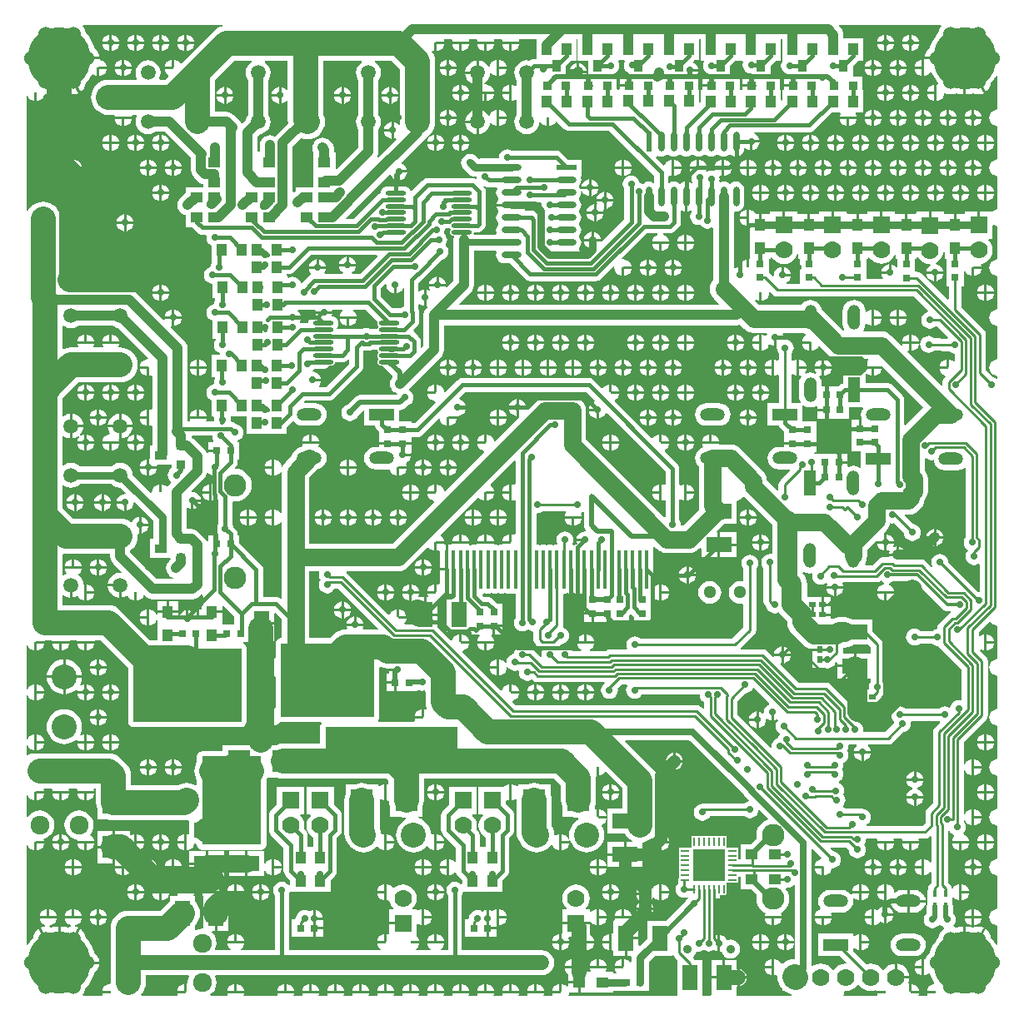
<source format=gbl>
%FSLAX24Y24*%
%MOIN*%
G70*
G01*
G75*
G04 Layer_Physical_Order=2*
G04 Layer_Color=16711680*
%ADD10O,0.0709X0.0118*%
%ADD11O,0.0118X0.0709*%
%ADD12R,0.0571X0.0787*%
%ADD13R,0.0571X0.0354*%
%ADD14R,0.0315X0.0591*%
%ADD15R,0.0500X0.0360*%
%ADD16R,0.0360X0.0360*%
%ADD17R,0.0360X0.0500*%
%ADD18R,0.0360X0.0360*%
%ADD19R,0.0200X0.0500*%
%ADD20O,0.0394X0.1220*%
%ADD21R,0.0394X0.1220*%
%ADD22R,0.0200X0.0250*%
%ADD23R,0.0300X0.0300*%
%ADD24R,0.0236X0.0165*%
%ADD25R,0.0600X0.1000*%
%ADD26R,0.1000X0.0600*%
%ADD27R,0.0197X0.0906*%
%ADD28R,0.0787X0.0787*%
%ADD29R,0.0787X0.0984*%
%ADD30C,0.0500*%
%ADD31R,0.1181X0.0866*%
%ADD32R,0.0300X0.0300*%
%ADD33R,0.0866X0.1181*%
%ADD34O,0.0236X0.0866*%
%ADD35R,0.0590X0.0790*%
%ADD36R,0.1500X0.0790*%
%ADD37O,0.1220X0.0394*%
%ADD38R,0.1220X0.0394*%
%ADD39R,0.0787X0.0512*%
G04:AMPARAMS|DCode=40|XSize=78.7mil|YSize=51.2mil|CornerRadius=12.8mil|HoleSize=0mil|Usage=FLASHONLY|Rotation=180.000|XOffset=0mil|YOffset=0mil|HoleType=Round|Shape=RoundedRectangle|*
%AMROUNDEDRECTD40*
21,1,0.0787,0.0256,0,0,180.0*
21,1,0.0532,0.0512,0,0,180.0*
1,1,0.0256,-0.0266,0.0128*
1,1,0.0256,0.0266,0.0128*
1,1,0.0256,0.0266,-0.0128*
1,1,0.0256,-0.0266,-0.0128*
%
%ADD40ROUNDEDRECTD40*%
%ADD41C,0.0400*%
%ADD42C,0.0100*%
%ADD43C,0.0150*%
%ADD44C,0.0120*%
%ADD45C,0.0800*%
%ADD46C,0.1000*%
%ADD47C,0.0200*%
%ADD48C,0.0300*%
%ADD49C,0.0700*%
%ADD50C,0.0500*%
%ADD51C,0.0250*%
%ADD52C,0.0600*%
%ADD53R,0.4331X0.2953*%
%ADD54R,0.2362X0.2165*%
%ADD55R,0.3740X0.2953*%
%ADD56R,0.1378X0.0984*%
%ADD57R,0.5315X0.1378*%
%ADD58R,0.0591X0.0787*%
%ADD59R,0.0800X0.0800*%
%ADD60R,0.2510X0.3090*%
%ADD61R,0.0700X0.0700*%
%ADD62C,0.0700*%
%ADD63C,0.0591*%
%ADD64C,0.0900*%
%ADD65C,0.0354*%
%ADD66C,0.1000*%
%ADD67R,0.0700X0.0700*%
%ADD68C,0.0600*%
%ADD69C,0.2500*%
%ADD70C,0.0757*%
%ADD71C,0.0512*%
%ADD72C,0.0276*%
%ADD73R,0.0433X0.0492*%
%ADD74O,0.0800X0.0240*%
%ADD75R,0.0800X0.0240*%
%ADD76O,0.0240X0.0800*%
%ADD77R,0.0240X0.0800*%
%ADD78O,0.0827X0.0177*%
%ADD79O,0.0500X0.1000*%
%ADD80R,0.0500X0.1000*%
%ADD81O,0.1000X0.0500*%
%ADD82R,0.1000X0.0500*%
%ADD83R,0.0400X0.0500*%
%ADD84R,0.0500X0.0400*%
%ADD85R,0.0492X0.0433*%
%ADD86R,0.1280X0.1280*%
G04:AMPARAMS|DCode=87|XSize=9.8mil|YSize=35.4mil|CornerRadius=2.5mil|HoleSize=0mil|Usage=FLASHONLY|Rotation=0.000|XOffset=0mil|YOffset=0mil|HoleType=Round|Shape=RoundedRectangle|*
%AMROUNDEDRECTD87*
21,1,0.0098,0.0305,0,0,0.0*
21,1,0.0049,0.0354,0,0,0.0*
1,1,0.0049,0.0025,-0.0153*
1,1,0.0049,-0.0025,-0.0153*
1,1,0.0049,-0.0025,0.0153*
1,1,0.0049,0.0025,0.0153*
%
%ADD87ROUNDEDRECTD87*%
%ADD88R,0.0098X0.0354*%
%ADD89R,0.0354X0.0098*%
%ADD90R,0.0157X0.1575*%
%ADD91O,0.0157X0.1575*%
%ADD92R,0.0906X0.0906*%
%ADD93R,0.0906X0.0906*%
%ADD94R,0.0250X0.0200*%
%ADD95R,0.0157X0.0276*%
%ADD96O,0.0157X0.0276*%
%ADD97R,0.2362X0.3543*%
%ADD98R,0.5315X0.1575*%
G36*
X15202Y37346D02*
Y37205D01*
Y35236D01*
X15213Y35130D01*
X15164Y35110D01*
X15141Y35141D01*
X15070Y35195D01*
X14988Y35229D01*
X14950Y35234D01*
Y34900D01*
Y34566D01*
X14988Y34571D01*
X15023Y34585D01*
X15051Y34543D01*
X14338Y33830D01*
X14296Y33858D01*
X14327Y33933D01*
X14340Y34037D01*
Y34948D01*
X14370Y34986D01*
X14420Y35107D01*
X14437Y35236D01*
X14420Y35366D01*
X14370Y35486D01*
X14340Y35524D01*
Y36917D01*
X14370Y36955D01*
X14420Y37075D01*
X14437Y37205D01*
X14420Y37334D01*
X14370Y37455D01*
X14290Y37558D01*
X14193Y37632D01*
X14197Y37682D01*
X14866D01*
X15202Y37346D01*
D02*
G37*
G36*
X28958Y26958D02*
X28958Y26958D01*
X29073Y26870D01*
X29112Y26853D01*
X29206Y26814D01*
X29350Y26795D01*
X29350Y26795D01*
X29865D01*
X29895Y26745D01*
X29874Y26697D01*
X29846Y26682D01*
X29819Y26676D01*
X29792Y26697D01*
X29710Y26731D01*
X29672Y26736D01*
Y26402D01*
Y26067D01*
X29710Y26072D01*
X29792Y26107D01*
X29863Y26161D01*
X29917Y26231D01*
X29948Y26305D01*
X29976Y26319D01*
X30003Y26325D01*
X30030Y26305D01*
X30112Y26271D01*
X30150Y26266D01*
Y26600D01*
X30200D01*
Y26650D01*
X30534D01*
X30529Y26688D01*
X30505Y26745D01*
X30535Y26795D01*
X31349D01*
X31391Y26763D01*
X31436Y26744D01*
X31442Y26727D01*
X31441Y26688D01*
X31381Y26642D01*
X31327Y26572D01*
X31293Y26490D01*
X31288Y26452D01*
X31622D01*
Y26402D01*
X31672D01*
Y26067D01*
X31710Y26072D01*
X31792Y26107D01*
X31863Y26161D01*
X31917Y26231D01*
X31927Y26254D01*
X31976Y26264D01*
X32334Y25906D01*
X32449Y25817D01*
X32583Y25762D01*
X32726Y25743D01*
X33933D01*
X33947Y25709D01*
X33947Y25693D01*
X33881Y25642D01*
X33827Y25572D01*
X33793Y25490D01*
X33788Y25452D01*
X34490D01*
X34506Y25459D01*
X36149Y23815D01*
X35424Y23090D01*
X35377Y23109D01*
Y24100D01*
X35368Y24172D01*
X35340Y24239D01*
X35296Y24296D01*
X34890Y24702D01*
X34832Y24747D01*
X34805Y24758D01*
X34765Y24774D01*
X34694Y24784D01*
X33818D01*
Y25161D01*
X33868Y25178D01*
X33881Y25161D01*
X33952Y25107D01*
X34034Y25072D01*
X34072Y25067D01*
Y25352D01*
X33788D01*
X33793Y25313D01*
X33817Y25256D01*
X33787Y25207D01*
X33786Y25206D01*
X32918D01*
Y24767D01*
X32895Y24758D01*
X32868Y24747D01*
X32810Y24702D01*
X32758Y24650D01*
X32300D01*
Y24300D01*
X32200D01*
Y24650D01*
X32072D01*
Y24756D01*
X32056Y24874D01*
X32011Y24983D01*
X31961Y25049D01*
X31992Y25090D01*
X32034Y25072D01*
X32072Y25067D01*
Y25352D01*
X31788D01*
X31793Y25313D01*
X31827Y25231D01*
X31850Y25201D01*
X31818Y25160D01*
X31735Y25195D01*
X31618Y25210D01*
X31500Y25195D01*
X31430Y25166D01*
X31398Y25207D01*
X31417Y25231D01*
X31451Y25313D01*
X31456Y25352D01*
X31172D01*
Y25067D01*
X31210Y25072D01*
X31239Y25085D01*
X31271Y25043D01*
X31225Y24983D01*
X31179Y24874D01*
X31164Y24756D01*
Y24256D01*
X31179Y24139D01*
X31225Y24029D01*
X31232Y24020D01*
X31210Y23975D01*
X30867D01*
Y25109D01*
X30917Y25133D01*
X30952Y25107D01*
X31034Y25072D01*
X31072Y25067D01*
Y25402D01*
Y25736D01*
X31034Y25731D01*
X30952Y25697D01*
X30917Y25670D01*
X30867Y25694D01*
Y25965D01*
X30907Y26018D01*
X30941Y26100D01*
X30953Y26188D01*
X30941Y26276D01*
X30907Y26359D01*
X30853Y26429D01*
X30782Y26483D01*
X30700Y26517D01*
X30612Y26529D01*
X30571Y26523D01*
X30544Y26550D01*
X30250D01*
Y26256D01*
X30277Y26229D01*
X30271Y26188D01*
X30283Y26100D01*
X30317Y26018D01*
X30357Y25965D01*
Y25704D01*
X30312Y25682D01*
X30292Y25697D01*
X30210Y25731D01*
X30172Y25736D01*
Y25402D01*
Y25067D01*
X30210Y25072D01*
X30292Y25107D01*
X30312Y25122D01*
X30357Y25099D01*
Y23975D01*
X29912D01*
Y23075D01*
X30361D01*
X30372Y23049D01*
X30416Y22992D01*
X30550Y22858D01*
Y22550D01*
Y22400D01*
X30900D01*
Y22300D01*
X30550D01*
Y22229D01*
X30362D01*
X30244Y22214D01*
X30135Y22168D01*
X30041Y22096D01*
X29969Y22002D01*
X29923Y21893D01*
X29908Y21775D01*
X29923Y21658D01*
X29969Y21548D01*
X30041Y21454D01*
X30135Y21382D01*
X30244Y21337D01*
X30362Y21321D01*
X30796D01*
X30815Y21275D01*
X30420Y20880D01*
X30364Y20798D01*
X30345Y20700D01*
Y20502D01*
X30299Y20483D01*
X29882Y20899D01*
X29868Y21008D01*
X29813Y21142D01*
X29724Y21257D01*
X28814Y22167D01*
X28699Y22256D01*
X28565Y22311D01*
X28422Y22330D01*
X27991D01*
X27972Y22352D01*
X27288D01*
X27293Y22313D01*
X27327Y22231D01*
X27320Y22203D01*
X27235Y22168D01*
X27141Y22096D01*
X27069Y22002D01*
X27023Y21893D01*
X27008Y21775D01*
X27023Y21658D01*
X27069Y21548D01*
X27141Y21454D01*
X27157Y21442D01*
Y19898D01*
X27176Y19754D01*
X27185Y19732D01*
X26540Y19087D01*
X26452D01*
X26441Y19100D01*
X26429Y19188D01*
X26395Y19270D01*
X26377Y19293D01*
Y20101D01*
X26427Y20125D01*
X26452Y20107D01*
X26534Y20072D01*
X26572Y20067D01*
Y20402D01*
Y20736D01*
X26534Y20731D01*
X26452Y20697D01*
X26427Y20678D01*
X26377Y20703D01*
Y21360D01*
X26368Y21432D01*
X26340Y21499D01*
X26296Y21556D01*
X25793Y22059D01*
X25806Y22117D01*
X25863Y22161D01*
X25917Y22231D01*
X25951Y22313D01*
X25956Y22352D01*
X25622D01*
Y22402D01*
X25572D01*
Y22736D01*
X25534Y22731D01*
X25452Y22697D01*
X25381Y22642D01*
X25337Y22586D01*
X25279Y22573D01*
X23793Y24059D01*
X23806Y24117D01*
X23863Y24161D01*
X23917Y24231D01*
X23951Y24313D01*
X23956Y24352D01*
X23622D01*
Y24402D01*
X23572D01*
Y24736D01*
X23534Y24731D01*
X23452Y24697D01*
X23381Y24642D01*
X23337Y24586D01*
X23279Y24573D01*
X22956Y24896D01*
X22899Y24940D01*
X22832Y24968D01*
X22760Y24977D01*
X17700D01*
X17628Y24968D01*
X17561Y24940D01*
X17504Y24896D01*
X17011Y24403D01*
X16960Y24423D01*
X16951Y24490D01*
X16917Y24572D01*
X16863Y24642D01*
X16792Y24697D01*
X16710Y24731D01*
X16672Y24736D01*
Y24402D01*
X16622D01*
Y24352D01*
X16288D01*
X16293Y24313D01*
X16327Y24231D01*
X16381Y24161D01*
X16452Y24107D01*
X16534Y24072D01*
X16601Y24064D01*
X16620Y24013D01*
X15785Y23177D01*
X15650D01*
Y23250D01*
X15170D01*
Y23697D01*
X15200D01*
X15278Y23708D01*
X15351Y23738D01*
X15414Y23786D01*
X15506Y23878D01*
X15570Y23905D01*
X15641Y23959D01*
X15695Y24030D01*
X15729Y24112D01*
X15741Y24200D01*
X15729Y24288D01*
X15695Y24370D01*
X15641Y24441D01*
X15579Y24488D01*
X15565Y24544D01*
X16835Y25815D01*
X16835Y25815D01*
X16899Y25898D01*
X16940Y25996D01*
X16953Y26100D01*
Y27097D01*
X28660D01*
X28660Y27097D01*
X28764Y27110D01*
X28793Y27122D01*
X28958Y26958D01*
D02*
G37*
G36*
X28816Y4505D02*
X29250D01*
X29481Y4274D01*
X29478Y4261D01*
X29465Y4134D01*
X29478Y4006D01*
X29515Y3884D01*
X29575Y3771D01*
X29656Y3672D01*
X29755Y3591D01*
X29820Y3556D01*
X29793Y3490D01*
X29788Y3452D01*
X30456D01*
X30451Y3490D01*
X30422Y3559D01*
X30481Y3591D01*
X30580Y3672D01*
X30661Y3771D01*
X30722Y3884D01*
X30759Y4006D01*
X30771Y4134D01*
X30759Y4261D01*
X30722Y4384D01*
X30661Y4497D01*
X30633Y4531D01*
Y4553D01*
X30671Y4586D01*
X30709Y4581D01*
X30797Y4592D01*
X30879Y4626D01*
X30950Y4680D01*
X30965Y4700D01*
X31015Y4683D01*
Y1738D01*
X31000Y1724D01*
X30863Y1711D01*
X30731Y1671D01*
X30609Y1606D01*
X30531Y1542D01*
X30483Y1538D01*
X30483D01*
X30433Y1533D01*
X30433Y1533D01*
X30417Y1572D01*
X30363Y1642D01*
X30292Y1697D01*
X30210Y1731D01*
X30172Y1736D01*
Y1402D01*
Y1067D01*
X30210Y1072D01*
X30253Y1090D01*
X30300Y1056D01*
X30297Y1021D01*
X30310Y884D01*
X30350Y752D01*
X30415Y630D01*
X30483Y547D01*
Y438D01*
X30600D01*
X30642Y403D01*
X30764Y338D01*
X30873Y305D01*
X30865Y255D01*
X28687D01*
X28650Y284D01*
X28650Y305D01*
Y605D01*
X28690Y641D01*
Y984D01*
Y1328D01*
X28650Y1363D01*
Y1684D01*
X28200D01*
Y984D01*
X28150D01*
Y934D01*
X27650D01*
Y305D01*
X27650Y284D01*
X27612Y255D01*
X27612Y255D01*
X27337D01*
X27300Y284D01*
Y1684D01*
X27008D01*
X26980Y1727D01*
X26925Y1782D01*
X26929Y1831D01*
X26962Y1857D01*
X27022Y1936D01*
X27060Y2028D01*
X27111Y2029D01*
X27165Y2021D01*
X27254Y2033D01*
X27336Y2067D01*
X27362Y2087D01*
X27389Y2067D01*
X27471Y2033D01*
X27559Y2021D01*
X27647Y2033D01*
X27729Y2067D01*
X27756Y2087D01*
X27782Y2067D01*
X27865Y2033D01*
X27903Y2028D01*
Y2362D01*
Y2696D01*
X27865Y2691D01*
X27856Y2688D01*
X27814Y2715D01*
Y4150D01*
X28005D01*
Y4290D01*
X28062D01*
X28062Y4290D01*
X28112Y4291D01*
X28125Y4289D01*
X28174D01*
X28207Y4295D01*
X28235Y4314D01*
X28254Y4342D01*
X28260Y4375D01*
Y4680D01*
X28254Y4713D01*
X28248Y4723D01*
X28254Y4751D01*
X28271Y4773D01*
X28741D01*
Y4970D01*
Y5021D01*
X28816D01*
Y4505D01*
D02*
G37*
G36*
X13173Y25715D02*
Y25565D01*
X12235Y24627D01*
X11978D01*
X11955Y24677D01*
X11995Y24730D01*
X12029Y24812D01*
X12034Y24850D01*
X11700D01*
Y24950D01*
X12034D01*
X12029Y24988D01*
X11995Y25070D01*
X11941Y25141D01*
X11870Y25195D01*
X11788Y25229D01*
X11729Y25237D01*
X11715Y25289D01*
X11741Y25309D01*
X11776Y25355D01*
X12131D01*
X12203Y25364D01*
X12270Y25392D01*
X12327Y25436D01*
X12361Y25481D01*
X12456D01*
X12514Y25492D01*
X12563Y25525D01*
X12596Y25574D01*
X12603Y25611D01*
X12888D01*
X12960Y25620D01*
X12999Y25636D01*
X13027Y25648D01*
X13084Y25692D01*
X13126Y25734D01*
X13173Y25715D01*
D02*
G37*
G36*
X14310Y27234D02*
X14304Y27226D01*
X14293Y27168D01*
X14304Y27110D01*
X14328Y27073D01*
X14334Y27040D01*
X14328Y27006D01*
X14304Y26970D01*
X14297Y26933D01*
X14043D01*
X14020Y26951D01*
X13938Y26985D01*
X13850Y26997D01*
X13762Y26985D01*
X13680Y26951D01*
X13657Y26933D01*
X12703D01*
X12678Y26983D01*
X12708Y27022D01*
X12737Y27092D01*
X12747Y27168D01*
X12737Y27243D01*
X12708Y27313D01*
X12662Y27374D01*
X12601Y27420D01*
X12531Y27449D01*
X12498Y27453D01*
X12473Y27497D01*
X12479Y27512D01*
X12484Y27550D01*
X11816D01*
X11821Y27512D01*
X11825Y27502D01*
X11790Y27457D01*
X11731Y27449D01*
X11661Y27420D01*
X11600Y27374D01*
X11554Y27313D01*
X11525Y27243D01*
X11518Y27189D01*
X11227D01*
X11222Y27194D01*
X11208Y27212D01*
X11198Y27236D01*
X11229Y27312D01*
X11234Y27350D01*
X10900D01*
Y27450D01*
X11234D01*
X11229Y27488D01*
X11195Y27570D01*
X11141Y27641D01*
X11100Y27673D01*
X11117Y27723D01*
X11787D01*
X11819Y27673D01*
X11816Y27650D01*
X12484D01*
X12481Y27673D01*
X12513Y27723D01*
X12903D01*
X12920Y27673D01*
X12881Y27642D01*
X12827Y27572D01*
X12793Y27490D01*
X12788Y27452D01*
X13456D01*
X13451Y27490D01*
X13417Y27572D01*
X13363Y27642D01*
X13324Y27673D01*
X13341Y27723D01*
X13822D01*
X14310Y27234D01*
D02*
G37*
G36*
X17214Y30967D02*
X17229Y30931D01*
X17228Y30927D01*
X17204Y30890D01*
X17193Y30832D01*
X17204Y30774D01*
X17237Y30725D01*
X17286Y30692D01*
X17338Y30682D01*
X17354Y30670D01*
X17375Y30639D01*
X17360Y30604D01*
X17347Y30500D01*
Y28867D01*
X17075Y28596D01*
X17055Y28603D01*
X17030Y28622D01*
X17034Y28650D01*
X16366D01*
X16371Y28612D01*
X16405Y28530D01*
X16370Y28495D01*
X16288Y28529D01*
X16250Y28534D01*
Y28200D01*
Y27866D01*
X16278Y27870D01*
X16297Y27845D01*
X16304Y27825D01*
X16265Y27785D01*
X16201Y27702D01*
X16160Y27604D01*
X16147Y27500D01*
X16147Y27500D01*
Y26267D01*
X16074Y26194D01*
X16027Y26213D01*
Y26450D01*
X16018Y26522D01*
X15990Y26589D01*
X15946Y26646D01*
X15753Y26840D01*
X15743Y26901D01*
X15889Y27047D01*
X15933Y27104D01*
X15961Y27171D01*
X15970Y27243D01*
Y27621D01*
X15961Y27693D01*
X15933Y27760D01*
X15927Y27767D01*
Y27922D01*
X15977Y27945D01*
X16030Y27905D01*
X16112Y27871D01*
X16150Y27866D01*
Y28200D01*
Y28534D01*
X16112Y28529D01*
X16030Y28495D01*
X15977Y28455D01*
X15927Y28478D01*
Y28785D01*
X16059Y28916D01*
X16060Y28917D01*
X16117Y28961D01*
X16876Y29719D01*
X16888Y29721D01*
X16970Y29755D01*
X17041Y29809D01*
X17095Y29880D01*
X17129Y29962D01*
X17141Y30050D01*
X17129Y30138D01*
X17095Y30220D01*
X17041Y30291D01*
X17037Y30319D01*
X17045Y30330D01*
X17079Y30412D01*
X17091Y30500D01*
X17079Y30588D01*
X17045Y30670D01*
X16991Y30741D01*
X16960Y30765D01*
X16979Y30812D01*
X16991Y30900D01*
X16985Y30940D01*
X17020Y30955D01*
X17043Y30973D01*
X17179D01*
X17206Y30976D01*
X17214Y30967D01*
D02*
G37*
G36*
X9271Y37632D02*
X9174Y37558D01*
X9095Y37455D01*
X9045Y37334D01*
X9028Y37205D01*
X9045Y37075D01*
X9095Y36955D01*
X9124Y36917D01*
Y35524D01*
X9095Y35486D01*
X9045Y35366D01*
X9039Y35318D01*
X8903Y35182D01*
X8854Y35192D01*
X8849Y35202D01*
X8785Y35285D01*
X8785Y35285D01*
X8549Y35522D01*
X8466Y35586D01*
X8368Y35626D01*
X8264Y35640D01*
X8264Y35640D01*
X7790D01*
Y36913D01*
X8559Y37682D01*
X9268D01*
X9271Y37632D01*
D02*
G37*
G36*
X30498Y38146D02*
X30501Y38119D01*
Y37696D01*
X30501Y37696D01*
X30492Y37649D01*
X30458Y37569D01*
X30447Y37480D01*
X30458Y37392D01*
X30492Y37310D01*
X30546Y37239D01*
X30617Y37185D01*
X30699Y37151D01*
X30787Y37140D01*
X30871Y37151D01*
X30887Y37148D01*
X30921Y37125D01*
Y37066D01*
X30551D01*
Y36736D01*
X30931D01*
Y36636D01*
X30551D01*
Y36516D01*
X30501D01*
Y36102D01*
X30497Y36099D01*
X30447Y36126D01*
Y36516D01*
X30407D01*
Y37066D01*
X30027D01*
Y37473D01*
X30244Y37689D01*
X30248Y37696D01*
X30447D01*
Y38534D01*
X30498D01*
Y38146D01*
D02*
G37*
G36*
X35033Y29922D02*
Y29736D01*
X35100D01*
Y29446D01*
X35050Y29429D01*
X35041Y29441D01*
X34970Y29495D01*
X34888Y29529D01*
X34850Y29534D01*
Y29200D01*
X34800D01*
Y29150D01*
X34466D01*
X34471Y29112D01*
X34505Y29030D01*
X34539Y28985D01*
X34515Y28935D01*
X33860D01*
Y29205D01*
Y29746D01*
X33927D01*
Y29825D01*
X33977Y29835D01*
X33980Y29828D01*
X34068Y29713D01*
X34183Y29625D01*
X34316Y29569D01*
X34460Y29550D01*
X34604Y29569D01*
X34737Y29625D01*
X34852Y29713D01*
X34940Y29828D01*
X34983Y29932D01*
X35033Y29922D01*
D02*
G37*
G36*
X18611Y32660D02*
X18678Y32632D01*
X18750Y32623D01*
X19081D01*
X19103Y32578D01*
X19090Y32561D01*
X19058Y32484D01*
X19047Y32400D01*
X19058Y32316D01*
X19090Y32239D01*
X19132Y32184D01*
X19138Y32150D01*
X19132Y32116D01*
X19090Y32061D01*
X19058Y31984D01*
X19054Y31950D01*
X20255D01*
X20293Y31979D01*
X20312Y31971D01*
X20400Y31959D01*
X20488Y31971D01*
X20570Y32005D01*
X20593Y32023D01*
X20837D01*
X20869Y31973D01*
X20859Y31900D01*
X20871Y31812D01*
X20905Y31730D01*
X20959Y31659D01*
X20999Y31628D01*
X20955Y31570D01*
X20921Y31488D01*
X20909Y31400D01*
X20921Y31312D01*
X20955Y31230D01*
X20999Y31172D01*
X20959Y31141D01*
X20905Y31070D01*
X20871Y30988D01*
X20859Y30900D01*
X20871Y30812D01*
X20905Y30730D01*
X20959Y30659D01*
Y30641D01*
X20905Y30570D01*
X20871Y30488D01*
X20859Y30400D01*
X20871Y30312D01*
X20905Y30230D01*
X20959Y30159D01*
X21030Y30105D01*
X21112Y30071D01*
X21200Y30059D01*
X21238Y30064D01*
X21273Y30018D01*
X21258Y29984D01*
X21247Y29900D01*
X21223Y29872D01*
X21168D01*
X20805Y30236D01*
Y31323D01*
X20795Y31395D01*
X20779Y31434D01*
X20767Y31461D01*
X20723Y31519D01*
X20646Y31596D01*
X20589Y31640D01*
X20522Y31668D01*
X20450Y31677D01*
X20219D01*
X20197Y31722D01*
X20210Y31739D01*
X20242Y31816D01*
X20246Y31850D01*
X19054D01*
X19058Y31816D01*
X19090Y31739D01*
X19132Y31684D01*
X19138Y31650D01*
X19132Y31616D01*
X19090Y31561D01*
X19058Y31484D01*
X19047Y31400D01*
X19058Y31316D01*
X19090Y31239D01*
X19132Y31184D01*
X19138Y31150D01*
X19132Y31116D01*
X19090Y31061D01*
X19058Y30984D01*
X19047Y30900D01*
X19058Y30816D01*
X19074Y30778D01*
X19041Y30728D01*
X18168D01*
X18140Y30771D01*
X18141Y30775D01*
X18170Y30811D01*
X18288D01*
X18360Y30820D01*
X18399Y30837D01*
X18427Y30848D01*
X18484Y30892D01*
X18546Y30954D01*
X18590Y31011D01*
X18618Y31078D01*
X18627Y31150D01*
Y31750D01*
Y32450D01*
X18618Y32522D01*
X18590Y32589D01*
X18546Y32646D01*
X18543Y32649D01*
X18576Y32687D01*
X18611Y32660D01*
D02*
G37*
G36*
X31143Y29947D02*
Y29741D01*
X31210D01*
Y29200D01*
Y28755D01*
X30680D01*
X30670Y28805D01*
X30670Y28805D01*
X30741Y28859D01*
X30795Y28930D01*
X30829Y29012D01*
X30834Y29050D01*
X30500D01*
Y29100D01*
X30450D01*
Y29434D01*
X30412Y29429D01*
X30330Y29395D01*
X30259Y29341D01*
X30205Y29270D01*
X30171Y29188D01*
X30159Y29100D01*
X30162Y29079D01*
X30115Y29056D01*
X29990Y29180D01*
X29960Y29200D01*
Y29350D01*
Y29741D01*
X30027D01*
Y29823D01*
X30080D01*
X30168Y29708D01*
X30283Y29620D01*
X30416Y29564D01*
X30560Y29545D01*
X30704Y29564D01*
X30837Y29620D01*
X30952Y29708D01*
X31040Y29823D01*
X31096Y29956D01*
X31143Y29947D01*
D02*
G37*
G36*
X28938Y37646D02*
X28923Y37608D01*
X28911Y37520D01*
X28923Y37431D01*
X28957Y37349D01*
X29011Y37279D01*
X29082Y37225D01*
X29164Y37191D01*
X29252Y37179D01*
X29267Y37165D01*
Y37066D01*
X28897D01*
Y36736D01*
X29277D01*
Y36636D01*
X28897D01*
Y36516D01*
X28847D01*
Y36516D01*
X28843D01*
X28793Y36540D01*
Y37066D01*
X28413D01*
Y37473D01*
X28629Y37689D01*
X28634Y37696D01*
X28833D01*
X28833Y37696D01*
X28833D01*
X28847D01*
Y37696D01*
X28883Y37696D01*
X28905D01*
X28938Y37646D01*
D02*
G37*
G36*
X1790Y27040D02*
X1910Y26990D01*
X2040Y26973D01*
X2169Y26990D01*
X2290Y27040D01*
X2328Y27069D01*
X3720D01*
X3758Y27040D01*
X3879Y26990D01*
X3926Y26984D01*
X5120Y25791D01*
X5100Y25739D01*
X5034Y25731D01*
X4952Y25697D01*
X4881Y25642D01*
X4827Y25572D01*
X4793Y25490D01*
X4788Y25452D01*
X5122D01*
Y25402D01*
X5172D01*
Y25067D01*
X5210Y25072D01*
X5248Y25088D01*
X5298Y25055D01*
Y23748D01*
X5248Y23715D01*
X5210Y23731D01*
X5172Y23736D01*
Y23402D01*
Y23067D01*
X5210Y23072D01*
X5248Y23088D01*
X5298Y23055D01*
Y22864D01*
Y22274D01*
X5199D01*
Y21770D01*
X5172Y21747D01*
Y21452D01*
X5456D01*
X5455Y21464D01*
X5491Y21514D01*
X6069D01*
Y21378D01*
X6011Y21333D01*
X5957Y21263D01*
X5923Y21181D01*
X5911Y21092D01*
X5923Y21004D01*
X5957Y20922D01*
X6011Y20852D01*
X6036Y20833D01*
X6039Y20783D01*
X5967Y20710D01*
X5920Y20650D01*
X5869Y20643D01*
X5863Y20644D01*
X5857Y20647D01*
X5792Y20697D01*
X5710Y20731D01*
X5672Y20736D01*
Y20402D01*
X5572D01*
Y20736D01*
X5534Y20731D01*
X5452Y20697D01*
X5381Y20642D01*
X5327Y20572D01*
X5293Y20490D01*
X5281Y20402D01*
X5283Y20390D01*
X5235Y20367D01*
X4508Y21095D01*
X4508Y21095D01*
X4491Y21224D01*
X4441Y21345D01*
X4362Y21448D01*
X4258Y21528D01*
X4138Y21577D01*
X4008Y21594D01*
X3879Y21577D01*
X3758Y21528D01*
X3655Y21448D01*
X3655Y21448D01*
X2393D01*
X2393Y21448D01*
X2290Y21528D01*
X2169Y21577D01*
X2040Y21594D01*
X1910Y21577D01*
X1790Y21528D01*
X1732Y21483D01*
X1688Y21505D01*
Y22653D01*
X1732Y22675D01*
X1790Y22631D01*
X1910Y22581D01*
X1990Y22570D01*
Y23063D01*
Y23556D01*
X1910Y23546D01*
X1790Y23496D01*
X1732Y23452D01*
X1688Y23474D01*
Y24157D01*
X2331Y24801D01*
X4008D01*
X4145Y24814D01*
X4277Y24854D01*
X4399Y24919D01*
X4506Y25007D01*
X4593Y25114D01*
X4658Y25235D01*
X4698Y25367D01*
X4712Y25504D01*
X4698Y25642D01*
X4658Y25774D01*
X4593Y25895D01*
X4506Y26002D01*
X4399Y26089D01*
X4277Y26154D01*
X4145Y26194D01*
X4008Y26208D01*
X3959D01*
X3928Y26258D01*
X3951Y26313D01*
X3956Y26352D01*
X3288D01*
X3293Y26313D01*
X3316Y26258D01*
X3285Y26208D01*
X2959D01*
X2928Y26258D01*
X2951Y26313D01*
X2956Y26352D01*
X2288D01*
X2293Y26313D01*
X2316Y26258D01*
X2285Y26208D01*
X2040D01*
X1903Y26194D01*
X1771Y26154D01*
X1731Y26133D01*
X1688Y26158D01*
Y27062D01*
X1732Y27084D01*
X1790Y27040D01*
D02*
G37*
G36*
X36993Y30006D02*
Y29741D01*
X37060D01*
Y29200D01*
Y28650D01*
X37155D01*
Y28136D01*
X37109Y28117D01*
X36051Y29175D01*
X35968Y29230D01*
X35870Y29250D01*
X35800D01*
Y29345D01*
Y29736D01*
X35867D01*
Y29815D01*
X35917Y29825D01*
X35920Y29818D01*
X36008Y29703D01*
X36123Y29615D01*
X36256Y29559D01*
X36400Y29540D01*
X36412Y29542D01*
X36430Y29495D01*
X36359Y29441D01*
X36305Y29370D01*
X36271Y29288D01*
X36266Y29250D01*
X36934D01*
X36929Y29288D01*
X36895Y29370D01*
X36841Y29441D01*
X36770Y29495D01*
X36688Y29529D01*
X36623Y29538D01*
X36616Y29589D01*
X36677Y29615D01*
X36792Y29703D01*
X36880Y29818D01*
X36936Y29951D01*
X36943Y30009D01*
X36993Y30006D01*
D02*
G37*
G36*
X31391Y23863D02*
X31500Y23818D01*
X31618Y23802D01*
X31735Y23818D01*
X31845Y23863D01*
X31855Y23871D01*
X31900Y23849D01*
Y23750D01*
X32250D01*
Y23700D01*
X32300D01*
Y23350D01*
X33150D01*
Y23806D01*
X33710D01*
X33732Y23761D01*
X33706Y23727D01*
X33660Y23618D01*
X33645Y23500D01*
X33660Y23383D01*
X33678Y23342D01*
X33650Y23300D01*
Y22950D01*
X33600D01*
Y22900D01*
X33250D01*
Y22600D01*
Y22050D01*
X33649D01*
Y21408D01*
X33604Y21386D01*
X33570Y21412D01*
X33460Y21458D01*
X33343Y21473D01*
X33225Y21458D01*
X33150Y21426D01*
X33100Y21460D01*
Y21550D01*
X32750D01*
Y21600D01*
X32700D01*
Y21950D01*
X31850D01*
X31850Y21950D01*
Y21950D01*
X31806Y21936D01*
X31782Y21950D01*
X31797Y22000D01*
X31850D01*
Y22300D01*
X31500D01*
Y22400D01*
X31850D01*
Y22550D01*
Y23250D01*
X31312D01*
Y23867D01*
X31357Y23889D01*
X31391Y23863D01*
D02*
G37*
G36*
X7559Y21159D02*
X7630Y21105D01*
X7712Y21071D01*
X7732Y21068D01*
Y20772D01*
X7682Y20734D01*
X7672Y20736D01*
Y20402D01*
Y20067D01*
X7710Y20072D01*
X7792Y20107D01*
X7863Y20161D01*
X7892Y20163D01*
X7930Y20126D01*
Y19143D01*
X7913Y19120D01*
X7879Y19038D01*
X7867Y18950D01*
X7879Y18862D01*
X7913Y18780D01*
X7939Y18746D01*
X7917Y18702D01*
Y18346D01*
X7817D01*
Y18696D01*
X7517D01*
Y18443D01*
X7467Y18433D01*
X7436Y18509D01*
X7408Y18545D01*
X7372Y18592D01*
X7372Y18592D01*
X7136Y18828D01*
X7053Y18892D01*
X6955Y18932D01*
X6851Y18946D01*
X6851Y18946D01*
X6655D01*
Y19133D01*
Y19776D01*
X6700Y19798D01*
X6719Y19784D01*
X6802Y19750D01*
X6840Y19745D01*
Y20079D01*
X6890D01*
Y20129D01*
X7224D01*
X7219Y20167D01*
X7185Y20249D01*
X7131Y20320D01*
X7060Y20374D01*
X6978Y20408D01*
X6890Y20419D01*
X6883Y20419D01*
X6861Y20463D01*
X7372Y20975D01*
X7372Y20975D01*
X7436Y21058D01*
X7476Y21155D01*
X7480Y21181D01*
X7532Y21195D01*
X7559Y21159D01*
D02*
G37*
G36*
X19821Y21651D02*
Y20733D01*
X19771Y20705D01*
X19710Y20731D01*
X19672Y20736D01*
Y20402D01*
Y20067D01*
X19710Y20072D01*
X19771Y20098D01*
X19821Y20070D01*
Y18733D01*
X19771Y18705D01*
X19710Y18731D01*
X19672Y18736D01*
Y18402D01*
X19622D01*
Y18352D01*
X19284D01*
X19272Y18313D01*
X19199Y18303D01*
X19134Y18276D01*
X19069Y18303D01*
X18996Y18313D01*
X18962Y18352D01*
X18288D01*
X18290Y18337D01*
X18247Y18301D01*
X18242Y18303D01*
X18169Y18313D01*
X18097Y18303D01*
X18031Y18276D01*
X17996Y18291D01*
X17951Y18313D01*
X17956Y18352D01*
X17279D01*
X17243Y18310D01*
X17117D01*
Y17323D01*
Y16335D01*
X17324D01*
X17341Y16333D01*
Y16200D01*
X17050D01*
Y14800D01*
X18050D01*
Y14700D01*
X18374D01*
X18391Y14650D01*
X18381Y14642D01*
X18327Y14572D01*
X18293Y14490D01*
X18288Y14452D01*
X18956D01*
X18951Y14490D01*
X18917Y14572D01*
X18863Y14642D01*
X18853Y14650D01*
X18870Y14700D01*
X18900D01*
Y15050D01*
X18950D01*
Y15100D01*
X19300D01*
Y15250D01*
Y15950D01*
X19092D01*
X18891Y16151D01*
X18834Y16195D01*
X18767Y16223D01*
X18695Y16232D01*
X18565D01*
X18502Y16296D01*
X18505Y16306D01*
X18523Y16345D01*
X18583Y16370D01*
X18648Y16343D01*
X18720Y16333D01*
X18793Y16343D01*
X18858Y16370D01*
X18923Y16343D01*
X18996Y16333D01*
X19069Y16343D01*
X19134Y16370D01*
X19199Y16343D01*
X19272Y16333D01*
X19344Y16343D01*
X19409Y16370D01*
X19474Y16343D01*
X19547Y16333D01*
X19566Y16335D01*
X19821D01*
Y15385D01*
X19803Y15362D01*
X19769Y15280D01*
X19758Y15192D01*
X19769Y15103D01*
X19803Y15021D01*
X19857Y14951D01*
X19928Y14897D01*
X20010Y14862D01*
X20098Y14851D01*
X20187Y14862D01*
X20269Y14897D01*
X20305Y14924D01*
X20330Y14905D01*
X20412Y14871D01*
X20500Y14859D01*
X20508Y14860D01*
X20545Y14827D01*
Y14500D01*
X20564Y14402D01*
X20620Y14320D01*
X20711Y14228D01*
X20794Y14173D01*
X20891Y14154D01*
X20906D01*
X20930Y14104D01*
X20905Y14070D01*
X20871Y13988D01*
X20859Y13900D01*
X20868Y13833D01*
X20821Y13810D01*
X20550Y14080D01*
X20468Y14136D01*
X20370Y14155D01*
X20323D01*
X20270Y14195D01*
X20188Y14229D01*
X20100Y14241D01*
X20012Y14229D01*
X19930Y14195D01*
X19859Y14141D01*
X19805Y14070D01*
X19771Y13988D01*
X19766Y13948D01*
X19702Y13936D01*
X19662Y13908D01*
X19630Y13895D01*
X19559Y13841D01*
X19505Y13770D01*
X19471Y13688D01*
X19459Y13600D01*
X19460Y13594D01*
X19438Y13583D01*
X19412Y13579D01*
X19363Y13642D01*
X19292Y13697D01*
X19210Y13731D01*
X19172Y13736D01*
Y13402D01*
Y13067D01*
X19210Y13072D01*
X19292Y13107D01*
X19363Y13161D01*
X19417Y13231D01*
X19451Y13313D01*
X19463Y13402D01*
X19462Y13407D01*
X19484Y13419D01*
X19510Y13422D01*
X19559Y13359D01*
X19630Y13305D01*
X19712Y13271D01*
X19800Y13259D01*
X19888Y13271D01*
X19920Y13284D01*
X19966Y13249D01*
X19959Y13200D01*
X19971Y13112D01*
X20005Y13030D01*
X20059Y12959D01*
X20130Y12905D01*
X20212Y12871D01*
X20300Y12859D01*
X20388Y12871D01*
X20470Y12905D01*
X20485Y12916D01*
X20521Y12880D01*
X20603Y12824D01*
X20701Y12805D01*
X23367D01*
X23384Y12755D01*
X23339Y12721D01*
X23285Y12650D01*
X23251Y12568D01*
X23239Y12480D01*
X23251Y12392D01*
X23285Y12310D01*
X23339Y12239D01*
X23410Y12185D01*
X23492Y12151D01*
X23580Y12139D01*
X23668Y12151D01*
X23750Y12185D01*
X23821Y12239D01*
X23875Y12310D01*
X23909Y12392D01*
X23921Y12480D01*
X23912Y12544D01*
X24081Y12713D01*
X24279D01*
X24301Y12668D01*
X24295Y12660D01*
X24261Y12578D01*
X24249Y12490D01*
X24261Y12402D01*
X24295Y12320D01*
X24349Y12249D01*
X24420Y12195D01*
X24502Y12161D01*
X24590Y12149D01*
X24678Y12161D01*
X24760Y12195D01*
X24831Y12249D01*
X24880Y12313D01*
X27180D01*
X27191Y12300D01*
X27203Y12212D01*
X27237Y12130D01*
X27291Y12059D01*
X27362Y12005D01*
X27365Y12004D01*
Y11761D01*
X27319Y11742D01*
X27240Y11820D01*
X27158Y11875D01*
X27060Y11895D01*
X19826D01*
X19694Y12026D01*
X19696Y12029D01*
X19716Y12075D01*
X19792Y12107D01*
X19863Y12161D01*
X19917Y12231D01*
X19951Y12313D01*
X19956Y12352D01*
X19622D01*
Y12402D01*
X19572D01*
Y12736D01*
X19534Y12731D01*
X19452Y12697D01*
X19381Y12642D01*
X19327Y12572D01*
X19295Y12496D01*
X19250Y12475D01*
X19246Y12474D01*
X17694Y14026D01*
X17696Y14029D01*
X17716Y14075D01*
X17792Y14107D01*
X17863Y14161D01*
X17917Y14231D01*
X17951Y14313D01*
X17956Y14352D01*
X17622D01*
Y14402D01*
X17572D01*
Y14736D01*
X17534Y14731D01*
X17452Y14697D01*
X17381Y14642D01*
X17327Y14572D01*
X17295Y14496D01*
X17250Y14475D01*
X17246Y14474D01*
X16700Y15020D01*
Y15450D01*
X16200D01*
Y15500D01*
X16150D01*
Y16200D01*
X15951D01*
X15925Y16250D01*
X15951Y16313D01*
X15956Y16352D01*
X15672D01*
Y16058D01*
X15700Y16033D01*
Y15872D01*
X15659Y15841D01*
X15605Y15770D01*
X15571Y15688D01*
X15566Y15650D01*
X15900D01*
Y15550D01*
X15566D01*
X15571Y15512D01*
X15605Y15430D01*
X15659Y15359D01*
X15700Y15328D01*
Y15125D01*
X15393D01*
X15374Y15175D01*
X15417Y15231D01*
X15451Y15313D01*
X15456Y15352D01*
X15122D01*
Y15402D01*
X15072D01*
Y15736D01*
X15034Y15731D01*
X14952Y15697D01*
X14881Y15642D01*
X14827Y15572D01*
X14807Y15524D01*
X14748Y15512D01*
X13080Y17180D01*
X13058Y17195D01*
X13073Y17245D01*
X15120D01*
X15264Y17264D01*
X15398Y17320D01*
X15513Y17408D01*
X16304Y18199D01*
X16354Y18196D01*
X16381Y18161D01*
X16452Y18107D01*
X16534Y18072D01*
X16572Y18067D01*
Y18402D01*
X16622D01*
Y18452D01*
X16956D01*
X16951Y18490D01*
X16917Y18572D01*
X16863Y18642D01*
X16828Y18670D01*
X16824Y18719D01*
X18304Y20199D01*
X18354Y20196D01*
X18381Y20161D01*
X18452Y20107D01*
X18534Y20072D01*
X18572Y20067D01*
Y20402D01*
X18622D01*
Y20452D01*
X18956D01*
X18951Y20490D01*
X18917Y20572D01*
X18863Y20642D01*
X18828Y20670D01*
X18824Y20719D01*
X19775Y21670D01*
X19821Y21651D01*
D02*
G37*
G36*
X22309Y38146D02*
X22312Y38119D01*
Y37696D01*
X22732D01*
Y37066D01*
X22669D01*
X22635Y37116D01*
X22652Y37156D01*
X22657Y37194D01*
X21989D01*
X21994Y37156D01*
X22010Y37116D01*
X21977Y37066D01*
X21838D01*
Y37473D01*
X22055Y37689D01*
X22059Y37696D01*
X22258D01*
Y38534D01*
X22309D01*
Y38146D01*
D02*
G37*
G36*
X8096Y39065D02*
X7999Y39036D01*
X7877Y38971D01*
X7770Y38883D01*
X6589Y37702D01*
X6589Y37702D01*
X6464Y37577D01*
X6405Y37588D01*
X6363Y37642D01*
X6292Y37697D01*
X6210Y37731D01*
X6172Y37736D01*
Y37402D01*
X6122D01*
Y37352D01*
X5788D01*
X5793Y37313D01*
X5827Y37231D01*
X5881Y37161D01*
X5935Y37119D01*
X5947Y37060D01*
X5811Y36924D01*
X5585D01*
X5559Y36974D01*
X5601Y37075D01*
X5618Y37205D01*
X5601Y37334D01*
X5551Y37455D01*
X5471Y37558D01*
X5368Y37637D01*
X5247Y37687D01*
X5118Y37704D01*
X4989Y37687D01*
X4868Y37637D01*
X4765Y37558D01*
X4685Y37455D01*
X4636Y37334D01*
X4619Y37205D01*
X4636Y37075D01*
X4678Y36974D01*
X4651Y36924D01*
X3543D01*
X3406Y36910D01*
X3274Y36870D01*
X3153Y36805D01*
X3046Y36718D01*
X2958Y36611D01*
X2893Y36490D01*
X2853Y36358D01*
X2840Y36220D01*
X2853Y36083D01*
X2893Y35951D01*
X2958Y35830D01*
X3046Y35723D01*
X3153Y35636D01*
X3274Y35571D01*
X3406Y35531D01*
X3543Y35517D01*
X3755D01*
X3790Y35467D01*
X3788Y35452D01*
X4456D01*
X4454Y35467D01*
X4489Y35517D01*
X4651D01*
X4678Y35467D01*
X4636Y35366D01*
X4619Y35236D01*
X4636Y35107D01*
X4685Y34986D01*
X4765Y34883D01*
X4868Y34804D01*
X4989Y34754D01*
X5118Y34737D01*
X5247Y34754D01*
X5368Y34804D01*
X5406Y34833D01*
X5797D01*
X6842Y33788D01*
Y33309D01*
X6842Y33309D01*
X6855Y33205D01*
X6896Y33107D01*
X6960Y33024D01*
X7124Y32860D01*
X7124Y32860D01*
X7207Y32796D01*
X7305Y32755D01*
X7325Y32753D01*
Y32625D01*
X7101D01*
X7075Y32628D01*
X7025D01*
X6999Y32625D01*
X6625D01*
Y32396D01*
X6415Y32185D01*
X6351Y32102D01*
X6310Y32004D01*
X6297Y31900D01*
X6310Y31796D01*
X6351Y31698D01*
X6415Y31615D01*
X6498Y31551D01*
X6596Y31510D01*
X6625Y31506D01*
Y31025D01*
X6885D01*
X7106Y30804D01*
X7163Y30760D01*
X7230Y30732D01*
X7302Y30723D01*
X7437D01*
X7469Y30673D01*
X7459Y30600D01*
X7471Y30512D01*
X7505Y30430D01*
X7559Y30359D01*
X7630Y30305D01*
X7675Y30286D01*
Y29968D01*
X7673Y29950D01*
Y29593D01*
X7655Y29570D01*
X7621Y29488D01*
X7613Y29429D01*
X7612Y29429D01*
X7530Y29395D01*
X7459Y29341D01*
X7405Y29270D01*
X7371Y29188D01*
X7359Y29100D01*
X7371Y29012D01*
X7405Y28930D01*
X7459Y28859D01*
X7530Y28805D01*
X7612Y28771D01*
X7684Y28761D01*
Y28173D01*
X7806D01*
Y28072D01*
X7805Y28070D01*
X7771Y27988D01*
X7764Y27936D01*
X7712Y27929D01*
X7630Y27895D01*
X7559Y27841D01*
X7505Y27770D01*
X7471Y27688D01*
X7459Y27600D01*
X7471Y27512D01*
X7505Y27430D01*
X7559Y27359D01*
X7630Y27305D01*
X7708Y27272D01*
Y26560D01*
X7823D01*
Y26493D01*
X7805Y26470D01*
X7771Y26388D01*
X7759Y26300D01*
X7771Y26212D01*
X7805Y26130D01*
X7859Y26059D01*
X7930Y26005D01*
X7999Y25976D01*
X7992Y25929D01*
X7989Y25925D01*
X7675D01*
Y25025D01*
X7798D01*
Y24953D01*
X7771Y24888D01*
X7759Y24800D01*
X7763Y24772D01*
X7733Y24732D01*
X7712Y24729D01*
X7630Y24695D01*
X7559Y24641D01*
X7505Y24570D01*
X7471Y24488D01*
X7459Y24400D01*
X7471Y24312D01*
X7505Y24230D01*
X7559Y24159D01*
X7630Y24105D01*
X7670Y24088D01*
Y23448D01*
X7741D01*
X7775Y23398D01*
X7771Y23388D01*
X7759Y23300D01*
X7763Y23275D01*
X7730Y23237D01*
X7465D01*
X7437Y23279D01*
X7451Y23313D01*
X7456Y23352D01*
X6788D01*
X6793Y23313D01*
X6807Y23279D01*
X6779Y23237D01*
X6703D01*
Y26181D01*
X6703Y26181D01*
X6689Y26286D01*
X6649Y26383D01*
X6585Y26466D01*
X6028Y27023D01*
X6051Y27070D01*
X6072Y27067D01*
Y27352D01*
X5788D01*
X5791Y27331D01*
X5743Y27308D01*
X4646Y28405D01*
X4562Y28469D01*
X4465Y28510D01*
X4360Y28523D01*
X4360Y28523D01*
X3798D01*
X3788Y28571D01*
X3870Y28605D01*
X3941Y28659D01*
X3995Y28730D01*
X4029Y28812D01*
X4034Y28850D01*
X3366D01*
X3371Y28812D01*
X3405Y28730D01*
X3459Y28659D01*
X3530Y28605D01*
X3612Y28571D01*
X3602Y28523D01*
X2898D01*
X2888Y28571D01*
X2970Y28605D01*
X3041Y28659D01*
X3095Y28730D01*
X3129Y28812D01*
X3134Y28850D01*
X2466D01*
X2471Y28812D01*
X2505Y28730D01*
X2559Y28659D01*
X2630Y28605D01*
X2712Y28571D01*
X2702Y28523D01*
X2098D01*
X2088Y28571D01*
X2170Y28605D01*
X2241Y28659D01*
X2295Y28730D01*
X2329Y28812D01*
X2334Y28850D01*
X2000D01*
Y28950D01*
X2334D01*
X2329Y28988D01*
X2301Y29056D01*
X2298Y29077D01*
X2316Y29125D01*
X2363Y29161D01*
X2417Y29231D01*
X2451Y29313D01*
X2456Y29352D01*
X1788D01*
X1793Y29313D01*
X1821Y29246D01*
X1825Y29225D01*
X1806Y29177D01*
X1759Y29141D01*
X1705Y29070D01*
X1671Y28988D01*
X1623Y28998D01*
Y31336D01*
X1610Y31473D01*
X1570Y31605D01*
X1505Y31727D01*
X1417Y31833D01*
X1311Y31921D01*
X1189Y31986D01*
X1057Y32026D01*
X920Y32039D01*
X783Y32026D01*
X651Y31986D01*
X529Y31921D01*
X423Y31833D01*
X335Y31727D01*
X305Y31670D01*
X255Y31682D01*
Y36275D01*
X305Y36285D01*
X327Y36231D01*
X381Y36161D01*
X452Y36107D01*
X534Y36072D01*
X572Y36067D01*
Y36402D01*
X672D01*
Y36067D01*
X710Y36072D01*
X792Y36107D01*
X863Y36161D01*
X917Y36231D01*
X951Y36313D01*
X990Y36343D01*
X1025Y36338D01*
X1155Y36356D01*
X1231Y36387D01*
X1347Y36359D01*
X1525Y36345D01*
Y37795D01*
X1625D01*
Y36345D01*
X1802Y36359D01*
X1919Y36387D01*
X1994Y36356D01*
X2125Y36338D01*
X2255Y36356D01*
X2330Y36387D01*
X2081Y36818D01*
X2168Y36868D01*
X2417Y36437D01*
X2481Y36486D01*
X2562Y36590D01*
X2612Y36712D01*
X2622Y36789D01*
X2752Y36940D01*
X2859Y37115D01*
X2917Y37133D01*
X2952Y37107D01*
X3034Y37072D01*
X3072Y37067D01*
Y37402D01*
X3122D01*
Y37452D01*
X3456D01*
X3451Y37490D01*
X3417Y37572D01*
X3363Y37642D01*
X3292Y37697D01*
X3210Y37731D01*
X3206Y37731D01*
X3196Y37745D01*
X2675D01*
Y37845D01*
X3173D01*
X3162Y37926D01*
X3112Y38047D01*
X3031Y38152D01*
X2969Y38200D01*
X2958Y38245D01*
X2871Y38456D01*
X2752Y38650D01*
X2622Y38802D01*
X2612Y38878D01*
X2562Y39000D01*
X2512Y39065D01*
X2536Y39115D01*
X8088D01*
X8096Y39065D01*
D02*
G37*
G36*
X10714Y36528D02*
X10664Y36511D01*
X10641Y36541D01*
X10570Y36595D01*
X10488Y36629D01*
X10450Y36634D01*
Y36300D01*
Y35966D01*
X10488Y35971D01*
X10570Y36005D01*
X10641Y36059D01*
X10664Y36089D01*
X10714Y36072D01*
Y35315D01*
X10726Y35194D01*
X10220Y34688D01*
X10193Y34653D01*
X10104Y34690D01*
X10000Y34703D01*
X9896Y34690D01*
X9798Y34649D01*
X9715Y34585D01*
X9651Y34502D01*
X9610Y34404D01*
X9597Y34300D01*
Y34060D01*
X9571Y34034D01*
X9517Y34040D01*
X9503Y34066D01*
Y34642D01*
X9609Y34747D01*
X9657Y34754D01*
X9777Y34804D01*
X9881Y34883D01*
X9960Y34986D01*
X10010Y35107D01*
X10027Y35236D01*
X10010Y35366D01*
X9960Y35486D01*
X9931Y35524D01*
Y36917D01*
X9960Y36955D01*
X10010Y37075D01*
X10027Y37205D01*
X10010Y37334D01*
X9960Y37455D01*
X9881Y37558D01*
X9784Y37632D01*
X9788Y37682D01*
X10714D01*
Y36528D01*
D02*
G37*
G36*
X39034Y31072D02*
X39115Y31062D01*
Y29741D01*
X39034Y29731D01*
X38952Y29697D01*
X38881Y29642D01*
X38827Y29572D01*
X38793Y29490D01*
X38781Y29402D01*
X38793Y29313D01*
X38827Y29231D01*
X38881Y29161D01*
X38952Y29107D01*
X39034Y29072D01*
X39115Y29062D01*
Y27741D01*
X39034Y27731D01*
X38952Y27697D01*
X38881Y27642D01*
X38827Y27572D01*
X38793Y27490D01*
X38781Y27402D01*
X38793Y27313D01*
X38827Y27231D01*
X38881Y27161D01*
X38952Y27107D01*
X39034Y27072D01*
X39115Y27062D01*
Y25741D01*
X39034Y25731D01*
X38952Y25697D01*
X38881Y25642D01*
X38827Y25572D01*
X38793Y25490D01*
X38781Y25402D01*
X38793Y25313D01*
X38827Y25231D01*
X38881Y25161D01*
X38952Y25107D01*
X39034Y25072D01*
X39115Y25062D01*
Y24986D01*
X39065Y24962D01*
X39022Y24995D01*
X38939Y25029D01*
X38901Y25034D01*
X38645Y25290D01*
Y26730D01*
X38626Y26828D01*
X38570Y26910D01*
X37665Y27816D01*
Y28650D01*
X37760D01*
Y29200D01*
Y29262D01*
X37810Y29272D01*
X37827Y29231D01*
X37881Y29161D01*
X37952Y29107D01*
X38034Y29072D01*
X38072Y29067D01*
Y29402D01*
X38122D01*
Y29452D01*
X38456D01*
X38451Y29490D01*
X38440Y29516D01*
X38465Y29559D01*
X38504Y29564D01*
X38637Y29620D01*
X38752Y29708D01*
X38840Y29823D01*
X38896Y29956D01*
X38915Y30100D01*
X38896Y30244D01*
X38840Y30377D01*
X38752Y30492D01*
X38739Y30503D01*
X38755Y30550D01*
X38910D01*
Y31083D01*
X38960Y31103D01*
X39034Y31072D01*
D02*
G37*
G36*
X14287Y29854D02*
X13590Y29157D01*
X13300D01*
X13273Y29202D01*
X13274Y29207D01*
X13341Y29259D01*
X13395Y29330D01*
X13429Y29412D01*
X13434Y29450D01*
X12766D01*
X12771Y29412D01*
X12805Y29330D01*
X12859Y29259D01*
X12926Y29207D01*
X12927Y29202D01*
X12900Y29157D01*
X12203D01*
X12178Y29207D01*
X12195Y29230D01*
X12229Y29312D01*
X12234Y29350D01*
X11566D01*
X11571Y29312D01*
X11605Y29230D01*
X11643Y29181D01*
X11631Y29122D01*
X11627Y29120D01*
X11570Y29076D01*
X11275Y28782D01*
X11224Y28801D01*
X11195Y28870D01*
X11141Y28941D01*
X11070Y28995D01*
X10988Y29029D01*
X10900Y29041D01*
X10812Y29029D01*
X10734Y28997D01*
X10717Y29003D01*
X10684Y29023D01*
Y29073D01*
X10675D01*
Y29148D01*
X10775D01*
X10847Y29157D01*
X10886Y29173D01*
X10914Y29185D01*
X10971Y29229D01*
X11642Y29900D01*
X14268D01*
X14287Y29854D01*
D02*
G37*
G36*
X3655Y20742D02*
X3758Y20662D01*
X3879Y20612D01*
X4008Y20595D01*
X4009Y20595D01*
X4221Y20383D01*
X4220Y20382D01*
X4193Y20340D01*
X4112Y20329D01*
X4030Y20295D01*
X3959Y20241D01*
X3905Y20170D01*
X3871Y20088D01*
X3866Y20050D01*
X4200D01*
Y20000D01*
X4250D01*
Y19666D01*
X4288Y19671D01*
X4370Y19705D01*
X4441Y19759D01*
X4495Y19830D01*
X4529Y19912D01*
X4540Y19993D01*
X4582Y20020D01*
X4583Y20021D01*
X5349Y19255D01*
Y19133D01*
Y18543D01*
X5199D01*
Y17783D01*
X6005D01*
X6026Y17733D01*
X5954Y17661D01*
X5890Y17577D01*
X5850Y17480D01*
X5836Y17375D01*
X5850Y17271D01*
X5890Y17174D01*
X5954Y17090D01*
X6038Y17026D01*
X6135Y16986D01*
X6123Y16939D01*
X5482D01*
X4412Y18009D01*
Y18079D01*
X4506Y18157D01*
X4593Y18263D01*
X4658Y18385D01*
X4698Y18517D01*
X4712Y18654D01*
X4705Y18721D01*
X4750Y18765D01*
Y19100D01*
Y19434D01*
X4712Y19429D01*
X4630Y19395D01*
X4559Y19341D01*
X4505Y19270D01*
X4488Y19230D01*
X4428Y19215D01*
X4399Y19239D01*
X4277Y19304D01*
X4145Y19344D01*
X4008Y19357D01*
X2110D01*
X1688Y19780D01*
Y20684D01*
X1732Y20706D01*
X1790Y20662D01*
X1910Y20612D01*
X2040Y20595D01*
X2169Y20612D01*
X2290Y20662D01*
X2393Y20742D01*
X2393Y20742D01*
X3655D01*
X3655Y20742D01*
D02*
G37*
G36*
X7683Y22667D02*
X7694Y22579D01*
X7728Y22497D01*
X7748Y22472D01*
X7726Y22427D01*
X7517D01*
Y22127D01*
X7867D01*
Y22027D01*
X7517D01*
Y21987D01*
X7467Y21977D01*
X7436Y22052D01*
X7372Y22136D01*
X6949Y22559D01*
X6866Y22622D01*
X6865Y22628D01*
X6864Y22633D01*
X6907Y22683D01*
X7669D01*
X7683Y22667D01*
D02*
G37*
G36*
X14304Y26086D02*
X14328Y26050D01*
X14334Y26016D01*
X14328Y25983D01*
X14304Y25946D01*
X14293Y25888D01*
X14304Y25830D01*
X14328Y25794D01*
X14334Y25760D01*
X14328Y25727D01*
X14304Y25690D01*
X14293Y25632D01*
X14304Y25574D01*
X14337Y25525D01*
X14386Y25492D01*
X14444Y25481D01*
X14507D01*
X14555Y25418D01*
X14897Y25076D01*
Y25013D01*
X14851Y24952D01*
X14810Y24854D01*
X14797Y24750D01*
X14810Y24646D01*
X14851Y24548D01*
X14915Y24465D01*
X14998Y24401D01*
X15096Y24360D01*
X15099Y24355D01*
X15078Y24306D01*
X15075Y24303D01*
X13600D01*
X13522Y24292D01*
X13449Y24262D01*
X13386Y24214D01*
X13386Y24214D01*
X13094Y23922D01*
X13030Y23895D01*
X12959Y23841D01*
X12905Y23770D01*
X12871Y23688D01*
X12859Y23600D01*
X12871Y23512D01*
X12905Y23430D01*
X12959Y23359D01*
X13030Y23305D01*
X13112Y23271D01*
X13200Y23259D01*
X13288Y23271D01*
X13370Y23305D01*
X13441Y23359D01*
X13495Y23430D01*
X13522Y23494D01*
X13720Y23692D01*
X13770Y23685D01*
Y23075D01*
X14200D01*
X14202Y23058D01*
X14218Y23019D01*
X14230Y22991D01*
X14274Y22934D01*
X14350Y22858D01*
Y22550D01*
Y22400D01*
X14700D01*
Y22300D01*
X14350D01*
Y22229D01*
X14220D01*
X14103Y22214D01*
X13993Y22168D01*
X13899Y22096D01*
X13827Y22002D01*
X13782Y21893D01*
X13766Y21775D01*
X13782Y21658D01*
X13827Y21548D01*
X13899Y21454D01*
X13993Y21382D01*
X14103Y21337D01*
X14220Y21321D01*
X14720D01*
X14773Y21328D01*
X14793Y21313D01*
X14827Y21231D01*
X14881Y21161D01*
X14952Y21107D01*
X15034Y21072D01*
X15072Y21067D01*
Y21402D01*
X15122D01*
Y21452D01*
X15456D01*
X15451Y21490D01*
X15432Y21535D01*
X15456Y21599D01*
X15470Y21605D01*
X15541Y21659D01*
X15595Y21730D01*
X15629Y21812D01*
X15634Y21850D01*
X15300D01*
Y21950D01*
X15634D01*
X15650Y22000D01*
X15650D01*
X15650Y22000D01*
Y22300D01*
X15300D01*
Y22400D01*
X15650D01*
Y22550D01*
Y22623D01*
X15900D01*
X15972Y22632D01*
X16039Y22660D01*
X16096Y22704D01*
X16743Y23351D01*
X16790Y23334D01*
X16793Y23313D01*
X16827Y23231D01*
X16881Y23161D01*
X16952Y23107D01*
X17034Y23072D01*
X17072Y23067D01*
Y23402D01*
X17122D01*
Y23452D01*
X17487D01*
X17488Y23453D01*
X17506Y23460D01*
X17588Y23471D01*
X17670Y23505D01*
X17741Y23559D01*
X17795Y23630D01*
X17829Y23712D01*
X17834Y23750D01*
X17500D01*
Y23850D01*
X17834D01*
X17829Y23888D01*
X17795Y23970D01*
X17741Y24041D01*
X17670Y24095D01*
X17588Y24129D01*
X17585Y24130D01*
X17569Y24177D01*
X17815Y24423D01*
X22645D01*
X22993Y24075D01*
X22981Y24016D01*
X22930Y23995D01*
X22859Y23941D01*
X22805Y23870D01*
X22771Y23788D01*
X22766Y23750D01*
X23100D01*
Y23700D01*
X23150D01*
Y23366D01*
X23188Y23371D01*
X23270Y23405D01*
X23341Y23459D01*
X23395Y23530D01*
X23416Y23581D01*
X23475Y23593D01*
X25823Y21245D01*
Y20732D01*
X25773Y20705D01*
X25710Y20731D01*
X25672Y20736D01*
Y20402D01*
Y20067D01*
X25710Y20072D01*
X25773Y20098D01*
X25823Y20071D01*
Y19424D01*
X25776Y19405D01*
X22647Y22535D01*
Y23668D01*
X22628Y23811D01*
X22573Y23945D01*
X22484Y24060D01*
X22370Y24148D01*
X22236Y24204D01*
X22092Y24223D01*
X20988D01*
X20988Y24223D01*
X20845Y24204D01*
X20750Y24164D01*
X20711Y24148D01*
X20596Y24060D01*
X20596Y24060D01*
X20284Y23748D01*
X20281Y23750D01*
X19950D01*
Y23419D01*
X19952Y23416D01*
X19000Y22464D01*
X18952Y22480D01*
X18951Y22490D01*
X18917Y22572D01*
X18863Y22642D01*
X18792Y22697D01*
X18710Y22731D01*
X18672Y22736D01*
Y22402D01*
X18622D01*
Y22352D01*
X18288D01*
X18293Y22313D01*
X18327Y22231D01*
X18381Y22161D01*
X18452Y22107D01*
X18534Y22072D01*
X18544Y22071D01*
X18560Y22024D01*
X17000Y20464D01*
X16952Y20480D01*
X16951Y20490D01*
X16917Y20572D01*
X16863Y20642D01*
X16792Y20697D01*
X16710Y20731D01*
X16672Y20736D01*
Y20402D01*
X16622D01*
Y20352D01*
X16288D01*
X16293Y20313D01*
X16327Y20231D01*
X16381Y20161D01*
X16452Y20107D01*
X16534Y20072D01*
X16544Y20071D01*
X16560Y20024D01*
X14891Y18355D01*
X11578D01*
Y20999D01*
X11913Y21334D01*
X11938Y21337D01*
X12047Y21382D01*
X12141Y21454D01*
X12213Y21548D01*
X12258Y21658D01*
X12274Y21775D01*
X12258Y21893D01*
X12213Y22002D01*
X12141Y22096D01*
X12047Y22168D01*
X11958Y22205D01*
X11937Y22219D01*
X11931Y22265D01*
X11951Y22313D01*
X11956Y22352D01*
X11288D01*
X11293Y22313D01*
X11313Y22264D01*
X11293Y22256D01*
X11245Y22219D01*
X11203Y22214D01*
X11093Y22168D01*
X10999Y22096D01*
X10927Y22002D01*
X10882Y21893D01*
X10878Y21868D01*
X10631Y21621D01*
X10543Y21506D01*
X10510Y21426D01*
X10459Y21433D01*
X10451Y21490D01*
X10417Y21572D01*
X10363Y21642D01*
X10292Y21697D01*
X10210Y21731D01*
X10172Y21736D01*
Y21402D01*
Y21067D01*
X10210Y21072D01*
X10292Y21107D01*
X10363Y21161D01*
X10417Y21231D01*
X10420Y21237D01*
X10469Y21229D01*
Y19578D01*
X10419Y19568D01*
X10417Y19572D01*
X10363Y19642D01*
X10292Y19697D01*
X10210Y19731D01*
X10172Y19736D01*
Y19402D01*
Y19067D01*
X10210Y19072D01*
X10292Y19107D01*
X10363Y19161D01*
X10417Y19231D01*
X10419Y19235D01*
X10469Y19226D01*
Y17800D01*
Y16170D01*
X10419Y16151D01*
X10375Y16185D01*
X10308Y16213D01*
X10236Y16222D01*
X9726D01*
Y17314D01*
X9717Y17386D01*
X9689Y17453D01*
X9645Y17510D01*
X8767Y18388D01*
Y18696D01*
X8695D01*
Y18741D01*
X8685Y18812D01*
X8657Y18879D01*
X8613Y18937D01*
X8541Y19009D01*
X8537Y19038D01*
X8503Y19120D01*
X8485Y19143D01*
Y20008D01*
X8535Y20053D01*
X8614Y20046D01*
X8742Y20058D01*
X8864Y20095D01*
X8977Y20156D01*
X9076Y20237D01*
X9157Y20336D01*
X9218Y20449D01*
X9255Y20571D01*
X9267Y20699D01*
X9255Y20826D01*
X9218Y20949D01*
X9157Y21062D01*
X9076Y21161D01*
X8977Y21242D01*
X8864Y21302D01*
X8742Y21339D01*
X8628Y21351D01*
X8603Y21397D01*
X8613Y21407D01*
X8657Y21464D01*
X8685Y21531D01*
X8695Y21603D01*
Y21727D01*
X8767D01*
Y22427D01*
X8712D01*
X8702Y22477D01*
X8770Y22505D01*
X8841Y22559D01*
X8895Y22630D01*
X8929Y22712D01*
X8941Y22800D01*
X8929Y22888D01*
X8895Y22970D01*
X8841Y23041D01*
X8770Y23095D01*
X8688Y23129D01*
X8659Y23133D01*
X8636Y23156D01*
X8579Y23200D01*
X8512Y23228D01*
X8440Y23237D01*
X8433Y23245D01*
X8441Y23300D01*
X8429Y23388D01*
X8422Y23406D01*
X8449Y23448D01*
X9070D01*
Y22748D01*
X10670D01*
Y23028D01*
X10906Y23264D01*
X10956Y23261D01*
X10999Y23204D01*
X11093Y23132D01*
X11203Y23087D01*
X11320Y23071D01*
X11820D01*
X11938Y23087D01*
X12047Y23132D01*
X12141Y23204D01*
X12213Y23298D01*
X12258Y23408D01*
X12274Y23525D01*
X12258Y23643D01*
X12213Y23752D01*
X12141Y23846D01*
X12047Y23918D01*
X11938Y23964D01*
X11820Y23979D01*
X11387D01*
X11368Y24025D01*
X11415Y24073D01*
X12350D01*
X12422Y24082D01*
X12489Y24110D01*
X12546Y24154D01*
X13646Y25254D01*
X13690Y25311D01*
X13718Y25378D01*
X13727Y25450D01*
Y26038D01*
X13729Y26086D01*
X13971D01*
X14043Y26095D01*
X14109Y26123D01*
X14297D01*
X14304Y26086D01*
D02*
G37*
G36*
X24200Y37658D02*
X24171Y37588D01*
X24159Y37500D01*
X24171Y37412D01*
X24205Y37330D01*
X24259Y37259D01*
X24330Y37205D01*
X24360Y37192D01*
Y37078D01*
X23990D01*
Y36748D01*
X24370D01*
Y36648D01*
X23990D01*
Y36564D01*
X23940Y36528D01*
X23922Y36520D01*
X23872Y36540D01*
Y37066D01*
X23492D01*
Y37124D01*
X23514Y37138D01*
X23542Y37150D01*
X23622Y37140D01*
X23710Y37151D01*
X23792Y37185D01*
X23863Y37239D01*
X23917Y37310D01*
X23951Y37392D01*
X23963Y37480D01*
X23951Y37569D01*
X23918Y37648D01*
X23916Y37668D01*
X23958Y37708D01*
X24177D01*
X24200Y37658D01*
D02*
G37*
G36*
X14662Y28724D02*
X14659Y28700D01*
X14671Y28612D01*
X14705Y28530D01*
X14759Y28459D01*
X14830Y28405D01*
X14912Y28371D01*
X14950Y28366D01*
Y28700D01*
X15050D01*
Y28366D01*
X15088Y28371D01*
X15170Y28405D01*
X15241Y28459D01*
X15295Y28530D01*
X15323Y28596D01*
X15373Y28586D01*
Y27837D01*
X15312Y27829D01*
X15230Y27795D01*
X15207Y27777D01*
X14915D01*
X14427Y28265D01*
Y28559D01*
X14615Y28747D01*
X14662Y28724D01*
D02*
G37*
G36*
X29976Y11968D02*
X29965Y11910D01*
X29930Y11895D01*
X29859Y11841D01*
X29805Y11770D01*
X29771Y11688D01*
X29759Y11600D01*
X29761Y11589D01*
X29714Y11562D01*
X29670Y11595D01*
X29588Y11629D01*
X29550Y11634D01*
Y11300D01*
Y10966D01*
X29588Y10971D01*
X29670Y11005D01*
X29741Y11059D01*
X29795Y11130D01*
X29829Y11212D01*
X29841Y11300D01*
X29839Y11311D01*
X29886Y11338D01*
X29930Y11305D01*
X30012Y11271D01*
X30050Y11266D01*
Y11600D01*
X30150D01*
Y11266D01*
X30188Y11271D01*
X30270Y11305D01*
X30287Y11318D01*
X30319Y11281D01*
X30265Y11210D01*
X30231Y11128D01*
X30219Y11040D01*
X30231Y10952D01*
X30265Y10870D01*
X30319Y10799D01*
X30390Y10745D01*
X30398Y10713D01*
X30367Y10672D01*
X30333Y10590D01*
X30332Y10581D01*
X30322Y10580D01*
X30240Y10546D01*
X30170Y10492D01*
X30116Y10421D01*
X30082Y10339D01*
X30070Y10251D01*
X30077Y10197D01*
X30030Y10173D01*
X29726Y10477D01*
X29710Y10500D01*
X28715Y11496D01*
Y12054D01*
X29023Y12362D01*
X29088Y12371D01*
X29170Y12405D01*
X29241Y12459D01*
X29295Y12530D01*
X29310Y12565D01*
X29369Y12576D01*
X29976Y11968D01*
D02*
G37*
G36*
X10469Y15320D02*
Y15157D01*
Y14574D01*
X10433D01*
X10355Y14558D01*
X10289Y14514D01*
X10245Y14448D01*
X10229Y14370D01*
Y13773D01*
X10179Y13735D01*
X10172Y13736D01*
Y13402D01*
Y13067D01*
X10179Y13068D01*
X10229Y13030D01*
Y11773D01*
X10179Y11735D01*
X10172Y11736D01*
Y11402D01*
Y11067D01*
X10210Y11072D01*
X10292Y11107D01*
X10363Y11161D01*
X10407Y11219D01*
X10433Y11213D01*
X12039D01*
X12053Y11185D01*
X12058Y11163D01*
X12016Y11102D01*
X12001Y11024D01*
Y10349D01*
X10532D01*
X10394Y10336D01*
X10272Y10298D01*
X10001D01*
X9977Y10334D01*
X9975Y10348D01*
X9980Y10383D01*
X9312D01*
X9316Y10348D01*
X9315Y10334D01*
X9291Y10298D01*
X8107D01*
Y10046D01*
X7283D01*
X7205Y10031D01*
X7139Y9987D01*
X7095Y9921D01*
X7080Y9843D01*
Y9619D01*
X7027Y9521D01*
X6987Y9389D01*
X6974Y9252D01*
X6987Y9115D01*
X7027Y8983D01*
X7080Y8885D01*
Y8695D01*
X7030Y8668D01*
X6931Y8721D01*
X6799Y8761D01*
X6661Y8774D01*
X6524Y8761D01*
X6392Y8721D01*
X6308Y8676D01*
X4444D01*
Y9055D01*
X4430Y9192D01*
X4390Y9324D01*
X4325Y9446D01*
X4238Y9552D01*
X4041Y9749D01*
X3934Y9837D01*
X3812Y9902D01*
X3681Y9942D01*
X3543Y9955D01*
X591D01*
X453Y9942D01*
X321Y9902D01*
X298Y9889D01*
X255Y9915D01*
Y10275D01*
X305Y10285D01*
X327Y10231D01*
X381Y10161D01*
X452Y10107D01*
X534Y10072D01*
X572Y10067D01*
Y10402D01*
Y10736D01*
X534Y10731D01*
X452Y10697D01*
X381Y10642D01*
X327Y10572D01*
X305Y10519D01*
X255Y10529D01*
Y12275D01*
X305Y12285D01*
X327Y12231D01*
X381Y12161D01*
X452Y12107D01*
X534Y12072D01*
X572Y12067D01*
Y12402D01*
Y12736D01*
X534Y12731D01*
X452Y12697D01*
X381Y12642D01*
X327Y12572D01*
X305Y12519D01*
X255Y12529D01*
Y14275D01*
X305Y14285D01*
X327Y14231D01*
X381Y14161D01*
X452Y14107D01*
X534Y14072D01*
X572Y14067D01*
Y14402D01*
X622D01*
Y14452D01*
X969D01*
X1003Y14480D01*
X1254D01*
X1279Y14452D01*
X1965D01*
X1990Y14480D01*
X2254D01*
X2279Y14452D01*
X2965D01*
X2990Y14480D01*
X3226D01*
X4324Y13382D01*
Y11220D01*
X4339Y11142D01*
X4383Y11076D01*
X4450Y11032D01*
X4528Y11017D01*
X8858D01*
X8936Y11032D01*
X9002Y11076D01*
X9047Y11142D01*
X9062Y11220D01*
Y14173D01*
X9047Y14251D01*
X9002Y14317D01*
X8936Y14362D01*
X8925Y14364D01*
X8930Y14414D01*
X9168D01*
Y14414D01*
X9174Y14457D01*
X9624D01*
Y15157D01*
X9674D01*
Y15207D01*
X10174D01*
Y15550D01*
X10220Y15569D01*
X10469Y15320D01*
D02*
G37*
G36*
X27230Y38146D02*
X27233Y38119D01*
Y37696D01*
X27360D01*
X27366Y37683D01*
X27380Y37646D01*
X27348Y37569D01*
X27336Y37480D01*
X27348Y37392D01*
X27382Y37310D01*
X27436Y37239D01*
X27507Y37185D01*
X27589Y37151D01*
X27653Y37143D01*
Y37066D01*
X27283D01*
Y36736D01*
X27663D01*
Y36636D01*
X27283D01*
Y36516D01*
X27233D01*
Y36010D01*
X27223Y36004D01*
X27173Y36030D01*
Y36525D01*
X27133D01*
Y37075D01*
X27110D01*
X27087Y37120D01*
X27095Y37130D01*
X27129Y37212D01*
X27134Y37250D01*
X26800D01*
Y37350D01*
X27134D01*
X27129Y37388D01*
X27095Y37470D01*
X27041Y37541D01*
X26970Y37595D01*
X26938Y37608D01*
X26928Y37657D01*
X26970Y37699D01*
X26974Y37705D01*
X27173D01*
Y38534D01*
X27230D01*
Y38146D01*
D02*
G37*
G36*
X11977Y17204D02*
X11971Y17188D01*
X11959Y17100D01*
X11971Y17012D01*
X12005Y16930D01*
X12028Y16900D01*
X12005Y16870D01*
X11971Y16788D01*
X11959Y16700D01*
X11971Y16612D01*
X12005Y16530D01*
X12059Y16459D01*
X12130Y16405D01*
X12212Y16371D01*
X12300Y16359D01*
X12388Y16371D01*
X12470Y16405D01*
X12541Y16459D01*
X12595Y16530D01*
X12610Y16565D01*
X12720D01*
X14320Y14965D01*
X14300Y14919D01*
X13745D01*
X13711Y14969D01*
X13729Y15012D01*
X13734Y15050D01*
X13066D01*
X13071Y15012D01*
X13089Y14969D01*
X13055Y14919D01*
X13035D01*
X12897Y14906D01*
X12766Y14866D01*
X12644Y14801D01*
X12537Y14713D01*
X12398Y14574D01*
X11578D01*
Y15157D01*
Y17245D01*
X11950D01*
X11977Y17204D01*
D02*
G37*
G36*
X14425Y13410D02*
X14557Y13370D01*
X14694Y13357D01*
X14694Y13357D01*
X14729D01*
X14735Y13350D01*
X15100D01*
Y13250D01*
X14766D01*
X14771Y13212D01*
X14781Y13187D01*
X14753Y13145D01*
X14651D01*
Y12845D01*
X15001D01*
Y12795D01*
X15051D01*
Y12445D01*
X15901D01*
Y12497D01*
X15948D01*
X16012Y12471D01*
X16100Y12459D01*
X16177Y12469D01*
X16178Y12469D01*
X16187Y12467D01*
X16204Y12454D01*
X16226Y12432D01*
Y12008D01*
X16239Y11871D01*
X16273Y11759D01*
X16234Y11721D01*
X16210Y11731D01*
X16172Y11736D01*
Y11402D01*
X16122D01*
Y11352D01*
X15788D01*
X15793Y11313D01*
X15808Y11278D01*
X15774Y11228D01*
X14339D01*
X14325Y11256D01*
X14320Y11278D01*
X14362Y11339D01*
X14377Y11417D01*
Y13387D01*
X14420Y13413D01*
X14425Y13410D01*
D02*
G37*
G36*
X38838Y15217D02*
X38881Y15161D01*
X38952Y15107D01*
X39034Y15072D01*
X39115Y15062D01*
Y13741D01*
X39034Y13731D01*
X38952Y13697D01*
X38881Y13642D01*
X38827Y13572D01*
X38793Y13490D01*
X38781Y13402D01*
X38793Y13313D01*
X38827Y13231D01*
X38881Y13161D01*
X38952Y13107D01*
X39034Y13072D01*
X39115Y13062D01*
Y11741D01*
X39034Y11731D01*
X38952Y11697D01*
X38881Y11642D01*
X38827Y11572D01*
X38793Y11490D01*
X38781Y11402D01*
X38793Y11313D01*
X38827Y11231D01*
X38881Y11161D01*
X38952Y11107D01*
X39034Y11072D01*
X39115Y11062D01*
Y9741D01*
X39034Y9731D01*
X38952Y9697D01*
X38881Y9642D01*
X38827Y9572D01*
X38793Y9490D01*
X38781Y9402D01*
X38793Y9313D01*
X38827Y9231D01*
X38881Y9161D01*
X38952Y9107D01*
X39034Y9072D01*
X39115Y9062D01*
Y7741D01*
X39034Y7731D01*
X38952Y7697D01*
X38881Y7642D01*
X38827Y7572D01*
X38793Y7490D01*
X38781Y7402D01*
X38793Y7313D01*
X38827Y7231D01*
X38881Y7161D01*
X38952Y7107D01*
X39034Y7072D01*
X39115Y7062D01*
Y5741D01*
X39034Y5731D01*
X38952Y5697D01*
X38881Y5642D01*
X38827Y5572D01*
X38793Y5490D01*
X38781Y5402D01*
X38793Y5313D01*
X38827Y5231D01*
X38881Y5161D01*
X38952Y5107D01*
X39034Y5072D01*
X39115Y5062D01*
Y3741D01*
X39034Y3731D01*
X38952Y3697D01*
X38881Y3642D01*
X38827Y3572D01*
X38793Y3490D01*
X38781Y3402D01*
X38793Y3313D01*
X38827Y3231D01*
X38881Y3161D01*
X38952Y3107D01*
X39034Y3072D01*
X39115Y3062D01*
Y2292D01*
X39065Y2278D01*
X38972Y2430D01*
X38842Y2581D01*
X38832Y2658D01*
X38782Y2780D01*
X38702Y2884D01*
X38637Y2933D01*
X38389Y2502D01*
X38302Y2552D01*
X38551Y2983D01*
X38476Y3015D01*
X38345Y3032D01*
X38215Y3015D01*
X38139Y2983D01*
X38023Y3011D01*
X37845Y3025D01*
Y1575D01*
X37745D01*
Y3025D01*
X37568Y3011D01*
X37451Y2983D01*
X37376Y3015D01*
X37360Y3017D01*
X37348Y3069D01*
X37395Y3130D01*
X37429Y3212D01*
X37441Y3300D01*
X37429Y3388D01*
X37395Y3470D01*
X37341Y3541D01*
X37319Y3558D01*
Y3844D01*
X37309Y3922D01*
X37295Y3955D01*
Y4181D01*
X37297Y4183D01*
X37301Y4187D01*
X37366Y4180D01*
X37381Y4161D01*
X37452Y4107D01*
X37534Y4072D01*
X37572Y4067D01*
Y4402D01*
Y4736D01*
X37534Y4731D01*
X37452Y4697D01*
X37381Y4642D01*
X37327Y4572D01*
X37320Y4555D01*
X37268Y4560D01*
X37252Y4641D01*
X37197Y4724D01*
X37145Y4776D01*
Y6844D01*
X37195Y6854D01*
X37205Y6830D01*
X37259Y6759D01*
X37330Y6705D01*
X37363Y6691D01*
X37370Y6671D01*
X37374Y6633D01*
X37327Y6572D01*
X37293Y6490D01*
X37288Y6452D01*
X37956D01*
X37951Y6490D01*
X37917Y6572D01*
X37863Y6642D01*
X37792Y6697D01*
X37759Y6710D01*
X37752Y6731D01*
X37748Y6769D01*
X37795Y6830D01*
X37829Y6912D01*
X37841Y7000D01*
X37829Y7088D01*
X37795Y7170D01*
X37755Y7223D01*
Y7275D01*
X37805Y7285D01*
X37827Y7231D01*
X37881Y7161D01*
X37952Y7107D01*
X38034Y7072D01*
X38072Y7067D01*
Y7402D01*
Y7736D01*
X38034Y7731D01*
X37952Y7697D01*
X37881Y7642D01*
X37827Y7572D01*
X37805Y7519D01*
X37755Y7529D01*
Y9275D01*
X37805Y9285D01*
X37827Y9231D01*
X37881Y9161D01*
X37952Y9107D01*
X38034Y9072D01*
X38072Y9067D01*
Y9402D01*
Y9736D01*
X38034Y9731D01*
X37952Y9697D01*
X37881Y9642D01*
X37827Y9572D01*
X37805Y9519D01*
X37755Y9529D01*
Y10404D01*
X38650Y11300D01*
X38705Y11382D01*
X38725Y11480D01*
Y13637D01*
X38705Y13735D01*
X38650Y13818D01*
X38385Y14083D01*
X38387Y14093D01*
X38441Y14115D01*
X38452Y14107D01*
X38534Y14072D01*
X38572Y14067D01*
Y14402D01*
Y14736D01*
X38534Y14731D01*
X38452Y14697D01*
X38400Y14657D01*
X38350Y14682D01*
Y14800D01*
X38780Y15229D01*
X38838Y15217D01*
D02*
G37*
G36*
X30103Y19110D02*
Y17974D01*
X30053Y17934D01*
X30000Y17941D01*
X29912Y17929D01*
X29830Y17895D01*
X29759Y17841D01*
X29705Y17770D01*
X29671Y17688D01*
X29659Y17600D01*
X29671Y17512D01*
X29705Y17430D01*
X29745Y17377D01*
Y16040D01*
X29764Y15942D01*
X29820Y15860D01*
X29873Y15806D01*
X29905Y15730D01*
X29959Y15659D01*
X30030Y15605D01*
X30112Y15571D01*
X30200Y15559D01*
X30288Y15571D01*
X30369Y15605D01*
X30381Y15583D01*
X30456Y15491D01*
X30702Y15246D01*
X30697Y15200D01*
X30709Y15082D01*
X30743Y14969D01*
X30799Y14865D01*
X30874Y14774D01*
X31356Y14291D01*
X31447Y14217D01*
X31551Y14161D01*
X31665Y14126D01*
X31700Y14123D01*
Y13775D01*
Y13375D01*
X32202D01*
X32212Y13371D01*
X32300Y13359D01*
X32388Y13371D01*
X32470Y13405D01*
X32541Y13459D01*
X32595Y13530D01*
X32614Y13574D01*
X32654Y13615D01*
X32700Y13595D01*
Y13500D01*
X33350D01*
Y13950D01*
X32954D01*
X32923Y13989D01*
X32923Y13989D01*
Y14170D01*
X32973Y14197D01*
X33000D01*
X33118Y14209D01*
X33231Y14243D01*
X33335Y14299D01*
X33337Y14300D01*
X33940D01*
X34045Y14194D01*
Y13950D01*
X33450D01*
Y13450D01*
Y12950D01*
X34045D01*
Y12823D01*
X34005Y12770D01*
X33971Y12688D01*
X33959Y12600D01*
X33966Y12550D01*
X33924Y12500D01*
X33750D01*
Y12200D01*
X33700D01*
Y12150D01*
X33375D01*
Y11900D01*
X33544D01*
X33586Y11850D01*
X34254D01*
X34296Y11900D01*
X34425D01*
Y12165D01*
X34480Y12220D01*
X34536Y12302D01*
X34549Y12369D01*
X34595Y12430D01*
X34629Y12512D01*
X34641Y12600D01*
X34629Y12688D01*
X34595Y12770D01*
X34555Y12823D01*
Y14300D01*
X34536Y14398D01*
X34480Y14480D01*
X34100Y14860D01*
Y15300D01*
X33337D01*
X33335Y15301D01*
X33231Y15357D01*
X33118Y15391D01*
X33000Y15403D01*
X32751D01*
X32633Y15391D01*
X32520Y15357D01*
X32475Y15333D01*
X32425Y15360D01*
Y15450D01*
X32100D01*
Y15550D01*
X32425D01*
Y15600D01*
Y15850D01*
X32100D01*
Y15900D01*
X32050D01*
Y16200D01*
X31485D01*
Y16746D01*
X31474Y16864D01*
X31439Y16977D01*
X31384Y17081D01*
X31312Y17168D01*
X31317Y17206D01*
X31365Y17227D01*
X31366Y17226D01*
X31475Y17181D01*
X31593Y17165D01*
X31673Y17176D01*
X31690Y17162D01*
X31712Y17131D01*
X31702Y17055D01*
X31713Y16966D01*
X31748Y16884D01*
X31802Y16814D01*
X31872Y16759D01*
X31954Y16725D01*
X32043Y16714D01*
X32131Y16725D01*
X32213Y16759D01*
X32251Y16789D01*
X32258Y16786D01*
X32285Y16723D01*
X32271Y16688D01*
X32266Y16650D01*
X32934D01*
X32929Y16688D01*
X32902Y16754D01*
X32926Y16804D01*
X34281D01*
X34378Y16824D01*
X34450Y16872D01*
X34459Y16859D01*
X34530Y16805D01*
X34574Y16786D01*
X34568Y16735D01*
X34534Y16731D01*
X34452Y16697D01*
X34381Y16642D01*
X34327Y16572D01*
X34293Y16490D01*
X34288Y16452D01*
X34956D01*
X34951Y16490D01*
X34917Y16572D01*
X34863Y16642D01*
X34792Y16697D01*
X34748Y16715D01*
X34754Y16766D01*
X34788Y16771D01*
X34870Y16805D01*
X34913Y16838D01*
X35507D01*
X35512Y16827D01*
X35520Y16788D01*
X35459Y16741D01*
X35405Y16670D01*
X35371Y16588D01*
X35366Y16550D01*
X35700D01*
Y16500D01*
X35750D01*
Y16166D01*
X35788Y16171D01*
X35870Y16205D01*
X35941Y16259D01*
X35995Y16330D01*
X36029Y16412D01*
X36041Y16500D01*
X36039Y16517D01*
X36086Y16540D01*
X36911Y15715D01*
X36911Y15715D01*
X36966Y15673D01*
X37029Y15647D01*
X37097Y15638D01*
X37234D01*
X37239Y15588D01*
X37217Y15583D01*
X37134Y15528D01*
X36790Y15184D01*
X36734Y15101D01*
X36715Y15003D01*
Y14954D01*
X36700Y14941D01*
X36612Y14929D01*
X36530Y14895D01*
X36490Y14865D01*
X36013D01*
X35960Y14905D01*
X35878Y14939D01*
X35790Y14951D01*
X35702Y14939D01*
X35620Y14905D01*
X35549Y14851D01*
X35495Y14780D01*
X35461Y14698D01*
X35449Y14610D01*
X35461Y14522D01*
X35495Y14440D01*
X35549Y14369D01*
X35620Y14315D01*
X35702Y14281D01*
X35790Y14269D01*
X35878Y14281D01*
X35960Y14315D01*
X36013Y14355D01*
X36464D01*
X36530Y14305D01*
X36612Y14271D01*
X36700Y14259D01*
X36742Y14265D01*
X36790Y14193D01*
X37675Y13308D01*
Y12111D01*
X37625Y12081D01*
X37550Y12091D01*
X37462Y12079D01*
X37380Y12045D01*
X37309Y11991D01*
X37255Y11920D01*
X37221Y11838D01*
X37218Y11813D01*
X37187Y11801D01*
X37165Y11797D01*
X37088Y11829D01*
X37000Y11841D01*
X36912Y11829D01*
X36830Y11795D01*
X36777Y11755D01*
X35423D01*
X35370Y11795D01*
X35288Y11829D01*
X35200Y11841D01*
X35112Y11829D01*
X35030Y11795D01*
X34959Y11741D01*
X34905Y11670D01*
X34871Y11588D01*
X34859Y11500D01*
X34871Y11412D01*
X34905Y11330D01*
X34959Y11259D01*
X34978Y11244D01*
X34971Y11227D01*
X34962Y11162D01*
X34615Y10815D01*
X33760D01*
X33727Y10852D01*
X33733Y10900D01*
X33721Y10988D01*
X33687Y11070D01*
X33633Y11141D01*
X33563Y11195D01*
X33509Y11217D01*
X33220Y11506D01*
Y11818D01*
X33201Y11916D01*
X33145Y11998D01*
X32423Y12720D01*
X32341Y12775D01*
X32243Y12795D01*
X31144D01*
X30419Y13520D01*
X30442Y13567D01*
X30450Y13566D01*
Y13850D01*
X30166D01*
X30167Y13842D01*
X30120Y13819D01*
X29890Y14048D01*
X29808Y14103D01*
X29710Y14123D01*
X28849D01*
X28829Y14169D01*
X29376Y14716D01*
X29432Y14799D01*
X29451Y14896D01*
Y17342D01*
X29495Y17400D01*
X29529Y17482D01*
X29541Y17570D01*
X29529Y17658D01*
X29495Y17740D01*
X29441Y17811D01*
X29370Y17865D01*
X29288Y17899D01*
X29200Y17911D01*
X29112Y17899D01*
X29030Y17865D01*
X28959Y17811D01*
X28905Y17740D01*
X28871Y17658D01*
X28859Y17570D01*
X28871Y17482D01*
X28905Y17400D01*
X28941Y17352D01*
Y16891D01*
X28891Y16849D01*
X28810Y16860D01*
X28691Y16844D01*
X28580Y16798D01*
X28485Y16725D01*
X28412Y16630D01*
X28366Y16519D01*
X28350Y16400D01*
X28366Y16281D01*
X28412Y16170D01*
X28485Y16075D01*
X28580Y16002D01*
X28691Y15956D01*
X28810Y15940D01*
X28891Y15951D01*
X28941Y15909D01*
Y15002D01*
X28494Y14555D01*
X24823D01*
X24770Y14595D01*
X24688Y14629D01*
X24600Y14641D01*
X24512Y14629D01*
X24430Y14595D01*
X24359Y14541D01*
X24305Y14470D01*
X24271Y14388D01*
X24259Y14300D01*
X24271Y14212D01*
X24287Y14173D01*
X24254Y14123D01*
X23603D01*
X23505Y14103D01*
X23433Y14055D01*
X22798D01*
X22789Y14105D01*
X22792Y14107D01*
X22863Y14161D01*
X22917Y14231D01*
X22951Y14313D01*
X22956Y14352D01*
X22288D01*
X22293Y14313D01*
X22327Y14231D01*
X22381Y14161D01*
X22452Y14107D01*
X22456Y14105D01*
X22446Y14055D01*
X22101D01*
X22095Y14070D01*
X22041Y14141D01*
X21970Y14195D01*
X21888Y14229D01*
X21800Y14241D01*
X21712Y14229D01*
X21630Y14195D01*
X21559Y14141D01*
X21536Y14111D01*
X21485Y14110D01*
X21458Y14142D01*
X21466Y14193D01*
X21519Y14228D01*
X21621Y14330D01*
X21630Y14329D01*
X21718Y14341D01*
X21800Y14375D01*
X21871Y14429D01*
X21925Y14500D01*
X21959Y14582D01*
X21971Y14670D01*
X21959Y14758D01*
X21925Y14840D01*
X21871Y14911D01*
X21800Y14965D01*
X21718Y14999D01*
X21716Y15002D01*
X21731Y15076D01*
Y16315D01*
X21752Y16333D01*
X21825Y16343D01*
X21890Y16370D01*
X21955Y16343D01*
X22028Y16333D01*
X22100Y16343D01*
X22165Y16370D01*
X22230Y16343D01*
X22253Y16340D01*
Y17323D01*
X22353D01*
Y16335D01*
X22550D01*
Y15750D01*
Y15600D01*
X22900D01*
Y15550D01*
X22950D01*
Y15200D01*
X23450D01*
Y15550D01*
X23550D01*
Y15200D01*
X24350D01*
Y15458D01*
X24400Y15508D01*
X24450D01*
X24550Y15408D01*
Y15200D01*
X25250D01*
Y15750D01*
Y16286D01*
X25300Y16296D01*
X25327Y16231D01*
X25381Y16161D01*
X25452Y16107D01*
X25534Y16072D01*
X25572Y16067D01*
Y16402D01*
Y16736D01*
X25534Y16731D01*
X25452Y16697D01*
X25388Y16648D01*
X25338Y16660D01*
Y18204D01*
X25388Y18225D01*
X25473Y18140D01*
X25473Y18140D01*
X25587Y18052D01*
X25627Y18036D01*
X25721Y17996D01*
X25865Y17977D01*
X25865Y17977D01*
X26770D01*
X26913Y17996D01*
X27047Y18052D01*
X27162Y18140D01*
X27207Y18184D01*
X27253Y18165D01*
Y17807D01*
X27903D01*
Y18307D01*
Y18807D01*
X27894D01*
X27875Y18853D01*
X28177Y19154D01*
X28183Y19157D01*
X28653D01*
Y20065D01*
X28710Y20072D01*
X28792Y20107D01*
X28863Y20161D01*
X28914Y20228D01*
X28920Y20232D01*
X28974Y20238D01*
X30103Y19110D01*
D02*
G37*
G36*
X21845Y19595D02*
X21827Y19572D01*
X21793Y19490D01*
X21788Y19452D01*
X22456D01*
X22451Y19490D01*
X22432Y19535D01*
X22456Y19599D01*
X22470Y19605D01*
X22502Y19629D01*
X22552Y19604D01*
Y19094D01*
X22562Y19016D01*
X22592Y18943D01*
X22636Y18886D01*
X22630Y18865D01*
X22612Y18839D01*
X22600Y18841D01*
X22512Y18829D01*
X22430Y18795D01*
X22359Y18741D01*
X22305Y18670D01*
X22271Y18588D01*
X22266Y18550D01*
X22600D01*
Y18450D01*
X22266D01*
X22271Y18412D01*
X22292Y18362D01*
X22262Y18307D01*
X22230Y18303D01*
X22165Y18276D01*
X22129Y18291D01*
X22122Y18299D01*
X22104Y18347D01*
X22105Y18353D01*
X22129Y18412D01*
X22141Y18500D01*
X22129Y18588D01*
X22095Y18670D01*
X22041Y18741D01*
X21970Y18795D01*
X21888Y18829D01*
X21800Y18841D01*
X21712Y18829D01*
X21630Y18795D01*
X21559Y18741D01*
X21505Y18670D01*
X21471Y18588D01*
X21459Y18500D01*
X21471Y18412D01*
X21492Y18361D01*
X21485Y18340D01*
X21469Y18312D01*
X21404Y18303D01*
X21339Y18276D01*
X21274Y18303D01*
X21201Y18313D01*
X21128Y18303D01*
X21063Y18276D01*
X20998Y18303D01*
X20925Y18313D01*
X20852Y18303D01*
X20787Y18276D01*
X20722Y18303D01*
X20651Y18312D01*
Y19546D01*
X20689Y19579D01*
X20690Y19579D01*
X20778Y19591D01*
X20860Y19625D01*
X20887Y19645D01*
X21820D01*
X21845Y19595D01*
D02*
G37*
G36*
X1819Y17951D02*
X3605D01*
Y17842D01*
X3605Y17842D01*
X3619Y17738D01*
X3659Y17640D01*
X3723Y17557D01*
X4053Y17227D01*
X4031Y17182D01*
X4008Y17185D01*
X3879Y17168D01*
X3758Y17118D01*
X3655Y17039D01*
X3576Y16935D01*
X3526Y16815D01*
X3515Y16735D01*
X4008D01*
Y16685D01*
X4058D01*
Y16192D01*
X4138Y16203D01*
X4258Y16253D01*
X4271Y16263D01*
X4319Y16250D01*
X4327Y16231D01*
X4381Y16161D01*
X4452Y16107D01*
X4534Y16072D01*
X4572Y16067D01*
Y16402D01*
X4672D01*
Y16067D01*
X4710Y16072D01*
X4792Y16107D01*
X4863Y16161D01*
X4917Y16231D01*
X4935Y16274D01*
X4994Y16286D01*
X5030Y16250D01*
X5030Y16250D01*
X5113Y16186D01*
X5211Y16146D01*
X5315Y16132D01*
X5315Y16132D01*
X6890D01*
X6890Y16132D01*
X6994Y16146D01*
X7091Y16186D01*
X7175Y16250D01*
X7247Y16322D01*
X7298Y16302D01*
X7327Y16231D01*
X7381Y16161D01*
X7439Y16116D01*
X7424Y16066D01*
X7261D01*
Y15755D01*
X7219Y15727D01*
X7210Y15731D01*
X7172Y15736D01*
Y15402D01*
X7072D01*
Y15736D01*
X7034Y15731D01*
X6952Y15697D01*
X6881Y15642D01*
X6878Y15638D01*
X6863Y15649D01*
X6781Y15683D01*
X6743Y15688D01*
Y15354D01*
X6643D01*
Y15688D01*
X6605Y15683D01*
X6523Y15649D01*
X6452Y15595D01*
X6398Y15525D01*
X6372Y15462D01*
X6322Y15472D01*
Y15570D01*
X5489D01*
Y15529D01*
X5439Y15519D01*
X5417Y15572D01*
X5363Y15642D01*
X5292Y15697D01*
X5210Y15731D01*
X5172Y15736D01*
Y15402D01*
Y15067D01*
X5210Y15072D01*
X5292Y15107D01*
X5363Y15161D01*
X5417Y15231D01*
X5439Y15284D01*
X5489Y15274D01*
Y15191D01*
X5489Y15174D01*
Y15157D01*
Y15141D01*
X5489Y15124D01*
Y14483D01*
X5213D01*
X4015Y15681D01*
X3908Y15768D01*
X3786Y15833D01*
X3654Y15873D01*
X3517Y15887D01*
X1688D01*
Y16275D01*
X1732Y16297D01*
X1790Y16253D01*
X1910Y16203D01*
X1990Y16192D01*
Y16685D01*
X2090D01*
Y16192D01*
X2169Y16203D01*
X2290Y16253D01*
X2322Y16244D01*
X2327Y16231D01*
X2381Y16161D01*
X2452Y16107D01*
X2534Y16072D01*
X2572Y16067D01*
Y16402D01*
Y16736D01*
X2534Y16731D01*
X2533Y16731D01*
X2522Y16815D01*
X2472Y16935D01*
X2393Y17039D01*
X2331Y17086D01*
Y17136D01*
X2363Y17161D01*
X2417Y17231D01*
X2451Y17313D01*
X2456Y17352D01*
X1788D01*
X1793Y17313D01*
X1827Y17231D01*
X1852Y17198D01*
X1836Y17137D01*
X1790Y17118D01*
X1732Y17074D01*
X1688Y17096D01*
Y17926D01*
X1725Y17960D01*
X1819Y17951D01*
D02*
G37*
G36*
X20658Y38329D02*
X20655Y38303D01*
X20655Y38303D01*
Y38146D01*
X20658Y38119D01*
Y37763D01*
X20556D01*
X20485Y37753D01*
X20418Y37726D01*
X20373Y37691D01*
X20276Y37704D01*
X20146Y37687D01*
X20026Y37637D01*
X19922Y37558D01*
X19843Y37455D01*
X19793Y37334D01*
X19776Y37205D01*
X19793Y37075D01*
X19843Y36955D01*
X19872Y36917D01*
Y36698D01*
X19822Y36674D01*
X19792Y36697D01*
X19710Y36731D01*
X19672Y36736D01*
Y36402D01*
Y36067D01*
X19710Y36072D01*
X19792Y36107D01*
X19822Y36129D01*
X19872Y36105D01*
Y35524D01*
X19843Y35486D01*
X19793Y35366D01*
X19776Y35236D01*
X19793Y35107D01*
X19843Y34986D01*
X19922Y34883D01*
X20026Y34804D01*
X20146Y34754D01*
X20276Y34737D01*
X20405Y34754D01*
X20525Y34804D01*
X20629Y34883D01*
X20708Y34986D01*
X20758Y35107D01*
X20774Y35228D01*
X20778Y35230D01*
X20827Y35231D01*
X20881Y35161D01*
X20952Y35107D01*
X21034Y35072D01*
X21072Y35067D01*
Y35402D01*
X21172D01*
Y35067D01*
X21210Y35072D01*
X21292Y35107D01*
X21363Y35161D01*
X21417Y35231D01*
X21424Y35249D01*
X21473Y35258D01*
X21768Y34964D01*
X21825Y34920D01*
X21853Y34908D01*
X21892Y34892D01*
X21964Y34883D01*
X23575D01*
X25373Y33085D01*
Y32819D01*
X25328Y32797D01*
X25311Y32810D01*
X25234Y32842D01*
X25150Y32853D01*
X25066Y32842D01*
X24989Y32810D01*
X24922Y32758D01*
X24914Y32748D01*
X24838Y32779D01*
X24786Y32786D01*
X24779Y32838D01*
X24745Y32920D01*
X24691Y32991D01*
X24620Y33045D01*
X24538Y33079D01*
X24450Y33091D01*
X24362Y33079D01*
X24280Y33045D01*
X24209Y32991D01*
X24155Y32920D01*
X24121Y32838D01*
X24109Y32750D01*
X24121Y32662D01*
X24155Y32580D01*
X24173Y32557D01*
Y31334D01*
X23284Y30445D01*
X23273Y30450D01*
X22950D01*
Y30127D01*
X22955Y30116D01*
X22711Y29872D01*
X22477D01*
X22453Y29900D01*
X22442Y29984D01*
X22410Y30061D01*
X22368Y30116D01*
X22362Y30150D01*
X22368Y30184D01*
X22410Y30239D01*
X22442Y30316D01*
X22453Y30400D01*
X22442Y30484D01*
X22410Y30561D01*
X22368Y30616D01*
X22362Y30650D01*
X22368Y30684D01*
X22410Y30739D01*
X22442Y30816D01*
X22453Y30900D01*
X22442Y30984D01*
X22410Y31061D01*
X22368Y31116D01*
X22362Y31150D01*
X22368Y31184D01*
X22410Y31239D01*
X22442Y31316D01*
X22453Y31400D01*
X22442Y31484D01*
X22410Y31561D01*
X22368Y31616D01*
X22362Y31650D01*
X22368Y31684D01*
X22410Y31739D01*
X22442Y31816D01*
X22453Y31900D01*
X22442Y31984D01*
X22410Y32061D01*
X22368Y32116D01*
X22362Y32150D01*
X22368Y32184D01*
X22410Y32239D01*
X22442Y32316D01*
X22453Y32400D01*
X22448Y32437D01*
X22497Y32450D01*
X22505Y32430D01*
X22559Y32359D01*
X22630Y32305D01*
X22712Y32271D01*
X22750Y32266D01*
Y32550D01*
X22432D01*
X22416Y32546D01*
X22410Y32561D01*
X22368Y32616D01*
X22362Y32650D01*
X22368Y32684D01*
X22410Y32739D01*
X22442Y32816D01*
X22453Y32900D01*
X22442Y32984D01*
X22423Y33030D01*
X22450Y33080D01*
X22450D01*
X22450Y33080D01*
Y33720D01*
X21922D01*
X21646Y33996D01*
X21589Y34040D01*
X21522Y34068D01*
X21450Y34077D01*
X19693D01*
X19670Y34095D01*
X19588Y34129D01*
X19500Y34141D01*
X19412Y34129D01*
X19330Y34095D01*
X19259Y34041D01*
X19205Y33970D01*
X19171Y33888D01*
X19159Y33800D01*
X19134Y33771D01*
X18448D01*
X18356Y33759D01*
X18345Y33754D01*
X18250Y33850D01*
X18177Y33906D01*
X18091Y33941D01*
X18000Y33953D01*
X17909Y33941D01*
X17823Y33906D01*
X17750Y33850D01*
X17694Y33777D01*
X17659Y33691D01*
X17647Y33600D01*
X17659Y33509D01*
X17694Y33423D01*
X17750Y33350D01*
X17950Y33150D01*
X18023Y33094D01*
X18109Y33059D01*
X18200Y33047D01*
X18260D01*
X18269Y32980D01*
X18260Y32968D01*
X18233Y32949D01*
X18225Y32946D01*
X18172Y32968D01*
X18100Y32977D01*
X16300D01*
X16228Y32968D01*
X16161Y32940D01*
X16104Y32896D01*
X15679Y32472D01*
X15620Y32483D01*
X15608Y32513D01*
X15562Y32574D01*
X15501Y32620D01*
X15431Y32649D01*
X15356Y32659D01*
X14706D01*
X14631Y32649D01*
X14561Y32620D01*
X14500Y32574D01*
X14454Y32513D01*
X14425Y32443D01*
X14417Y32378D01*
X14381Y32364D01*
X14353Y32352D01*
X14296Y32308D01*
X13335Y31347D01*
X13062D01*
X13043Y31394D01*
X14164Y32515D01*
X14164Y32515D01*
X14780Y33130D01*
X14839Y33119D01*
X14855Y33080D01*
X14909Y33009D01*
X14980Y32955D01*
X15062Y32921D01*
X15100Y32916D01*
Y33250D01*
X15150D01*
Y33300D01*
X15484D01*
X15479Y33338D01*
X15445Y33420D01*
X15391Y33491D01*
X15320Y33545D01*
X15281Y33561D01*
X15270Y33620D01*
X16191Y34541D01*
X16191Y34541D01*
X16227Y34589D01*
X16255Y34625D01*
X16257Y34630D01*
X16296Y34651D01*
X16403Y34739D01*
X16490Y34845D01*
X16555Y34967D01*
X16595Y35099D01*
X16609Y35236D01*
Y37205D01*
Y37638D01*
X16595Y37775D01*
X16555Y37907D01*
X16490Y38029D01*
X16481Y38040D01*
X16511Y38082D01*
X16534Y38072D01*
X16572Y38067D01*
Y38402D01*
X16622D01*
Y38452D01*
X16956D01*
X16952Y38484D01*
X16957Y38503D01*
X16978Y38534D01*
X17266D01*
X17287Y38503D01*
X17292Y38484D01*
X17288Y38452D01*
X17956D01*
X17952Y38484D01*
X17957Y38503D01*
X17978Y38534D01*
X18266D01*
X18287Y38503D01*
X18292Y38484D01*
X18288Y38452D01*
X18956D01*
X18952Y38484D01*
X18957Y38503D01*
X18978Y38534D01*
X19266D01*
X19287Y38503D01*
X19292Y38484D01*
X19288Y38452D01*
X19956D01*
X19952Y38484D01*
X19957Y38503D01*
X19978Y38534D01*
X20658D01*
Y38329D01*
D02*
G37*
G36*
X8581Y15436D02*
Y15114D01*
X8132D01*
X8094Y15141D01*
Y15174D01*
X8094D01*
X8094Y15191D01*
Y15570D01*
X7677D01*
Y15670D01*
X8094D01*
Y15858D01*
X8140Y15877D01*
X8581Y15436D01*
D02*
G37*
G36*
X28969Y8305D02*
X28973Y8294D01*
X29025Y8226D01*
X29165Y8087D01*
X29147Y8034D01*
X29112Y8029D01*
X29030Y7995D01*
X28977Y7955D01*
X27400D01*
X27317Y7938D01*
X27300Y7941D01*
X27212Y7929D01*
X27130Y7895D01*
X27059Y7841D01*
X27005Y7770D01*
X26971Y7688D01*
X26959Y7600D01*
X26971Y7512D01*
X27005Y7430D01*
X27059Y7359D01*
X27130Y7305D01*
X27212Y7271D01*
X27300Y7259D01*
X27388Y7271D01*
X27470Y7305D01*
X27541Y7359D01*
X27595Y7430D01*
X27601Y7445D01*
X28977D01*
X29030Y7405D01*
X29112Y7371D01*
X29200Y7359D01*
X29288Y7371D01*
X29370Y7405D01*
X29441Y7459D01*
X29495Y7530D01*
X29529Y7612D01*
X29536Y7667D01*
X29589Y7685D01*
X29918Y7356D01*
X29905Y7308D01*
X29868Y7296D01*
X29755Y7236D01*
X29656Y7155D01*
X29575Y7056D01*
X29515Y6943D01*
X29478Y6820D01*
X29465Y6693D01*
X29478Y6565D01*
X29481Y6553D01*
X29250Y6322D01*
X28816D01*
Y5727D01*
X28741D01*
Y5757D01*
Y5954D01*
Y6172D01*
X28306D01*
X28266Y6179D01*
X28259Y6219D01*
Y6222D01*
Y6654D01*
X26859D01*
Y6222D01*
Y6219D01*
X26853Y6179D01*
X26813Y6172D01*
X26377D01*
Y5954D01*
Y5757D01*
Y5560D01*
Y5363D01*
Y5166D01*
Y4996D01*
X26339Y4940D01*
X26320Y4843D01*
Y4750D01*
X26280Y4698D01*
X26246Y4616D01*
X26234Y4528D01*
X26246Y4439D01*
X26280Y4357D01*
X26334Y4287D01*
X26404Y4232D01*
X26487Y4198D01*
X26575Y4187D01*
X26663Y4198D01*
X26690Y4210D01*
X26720Y4168D01*
X26673Y4107D01*
X26647Y4043D01*
X25863Y3259D01*
X25091D01*
Y2558D01*
X24787Y2254D01*
X24741Y2274D01*
Y2509D01*
X24291D01*
Y1859D01*
X24424D01*
X24457Y1821D01*
X24450Y1772D01*
Y1611D01*
X24400Y1594D01*
X24363Y1642D01*
X24292Y1697D01*
X24210Y1731D01*
X24172Y1736D01*
Y1402D01*
X24122D01*
Y1352D01*
X23788D01*
X23793Y1313D01*
X23827Y1231D01*
X23858Y1190D01*
X23834Y1140D01*
X23743D01*
Y1204D01*
X23455D01*
X23427Y1254D01*
X23451Y1313D01*
X23456Y1352D01*
X22788D01*
X22793Y1313D01*
X22818Y1254D01*
X22790Y1207D01*
X22786Y1204D01*
X22455D01*
X22427Y1254D01*
X22451Y1313D01*
X22456Y1352D01*
X21788D01*
X21793Y1313D01*
X21827Y1231D01*
X21881Y1161D01*
X21926Y1126D01*
Y837D01*
X22372D01*
Y787D01*
X22422D01*
Y371D01*
X22818D01*
X22818Y371D01*
X22818D01*
X22851D01*
Y371D01*
X22868Y371D01*
X23743D01*
Y434D01*
X24213D01*
X24236Y437D01*
X24780D01*
X24803Y434D01*
X24826Y437D01*
X25153D01*
Y764D01*
X25156Y787D01*
Y1625D01*
X25390Y1859D01*
X26091D01*
Y1876D01*
X26141Y1881D01*
X26142Y1871D01*
X26198Y1788D01*
X26268Y1718D01*
X26300Y1684D01*
X26300D01*
X26300Y1684D01*
Y284D01*
X26262Y255D01*
X21972D01*
X21944Y296D01*
X21951Y313D01*
X21959Y371D01*
X22322D01*
Y737D01*
X21926D01*
Y642D01*
X21876Y626D01*
X21863Y642D01*
X21792Y697D01*
X21710Y731D01*
X21672Y736D01*
Y402D01*
X21622D01*
Y352D01*
X21288D01*
X21293Y313D01*
X21300Y296D01*
X21272Y255D01*
X20972D01*
X20944Y296D01*
X20951Y313D01*
X20956Y352D01*
X20288D01*
X20293Y313D01*
X20300Y296D01*
X20272Y255D01*
X19972D01*
X19944Y296D01*
X19951Y313D01*
X19956Y352D01*
X19288D01*
X19293Y313D01*
X19300Y296D01*
X19272Y255D01*
X18972D01*
X18944Y296D01*
X18951Y313D01*
X18956Y352D01*
X18288D01*
X18293Y313D01*
X18300Y296D01*
X18272Y255D01*
X17972D01*
X17944Y296D01*
X17951Y313D01*
X17956Y352D01*
X17288D01*
X17293Y313D01*
X17300Y296D01*
X17272Y255D01*
X16972D01*
X16944Y296D01*
X16951Y313D01*
X16956Y352D01*
X16288D01*
X16293Y313D01*
X16300Y296D01*
X16272Y255D01*
X15972D01*
X15944Y296D01*
X15951Y313D01*
X15956Y352D01*
X15288D01*
X15293Y313D01*
X15300Y296D01*
X15272Y255D01*
X14972D01*
X14944Y296D01*
X14951Y313D01*
X14956Y352D01*
X14288D01*
X14293Y313D01*
X14300Y296D01*
X14272Y255D01*
X13972D01*
X13944Y296D01*
X13951Y313D01*
X13956Y352D01*
X13288D01*
X13293Y313D01*
X13300Y296D01*
X13272Y255D01*
X12972D01*
X12944Y296D01*
X12951Y313D01*
X12956Y352D01*
X12288D01*
X12293Y313D01*
X12300Y296D01*
X12272Y255D01*
X11972D01*
X11944Y296D01*
X11951Y313D01*
X11956Y352D01*
X11288D01*
X11293Y313D01*
X11300Y296D01*
X11272Y255D01*
X10972D01*
X10944Y296D01*
X10951Y313D01*
X10956Y352D01*
X10288D01*
X10293Y313D01*
X10300Y296D01*
X10272Y255D01*
X8972D01*
X8944Y296D01*
X8951Y313D01*
X8956Y352D01*
X8288D01*
X8293Y313D01*
X8300Y296D01*
X8272Y255D01*
X7622D01*
X7605Y305D01*
X7696Y375D01*
X7789Y496D01*
X7847Y636D01*
X7867Y787D01*
X7847Y938D01*
X7810Y1029D01*
X7838Y1070D01*
X20866D01*
X20997Y1088D01*
X21118Y1138D01*
X21223Y1218D01*
X21303Y1323D01*
X21353Y1444D01*
X21370Y1575D01*
X21353Y1705D01*
X21303Y1827D01*
X21223Y1931D01*
X21118Y2012D01*
X20997Y2062D01*
X20866Y2079D01*
X17671D01*
Y4295D01*
X17689Y4318D01*
X17723Y4400D01*
X17724Y4406D01*
X19314D01*
Y4877D01*
X19487Y5050D01*
X19532Y5107D01*
X19543Y5135D01*
X19559Y5174D01*
X19569Y5246D01*
Y6578D01*
X19684Y6694D01*
X19728Y6751D01*
X19740Y6779D01*
X19756Y6818D01*
X19766Y6890D01*
Y7480D01*
X19756Y7552D01*
X19728Y7619D01*
X19684Y7676D01*
X19448Y7913D01*
Y8054D01*
X19498Y8087D01*
X19534Y8072D01*
X19572Y8067D01*
Y8402D01*
Y8736D01*
X19534Y8731D01*
X19452Y8697D01*
X19381Y8642D01*
X19365Y8621D01*
X18348D01*
Y7521D01*
X18503D01*
X18519Y7474D01*
X18505Y7463D01*
X18417Y7348D01*
X18362Y7214D01*
X18343Y7071D01*
X18362Y6927D01*
X18417Y6793D01*
X18505Y6679D01*
X18620Y6590D01*
Y6224D01*
X18388D01*
Y6677D01*
X18378Y6749D01*
X18350Y6816D01*
X18306Y6873D01*
X18252Y6927D01*
X18271Y7071D01*
X18252Y7214D01*
X18197Y7348D01*
X18109Y7463D01*
X18095Y7474D01*
X18111Y7521D01*
X18267D01*
Y8621D01*
X17167D01*
Y7913D01*
X16930Y7676D01*
X16886Y7619D01*
X16858Y7552D01*
X16849Y7480D01*
Y6890D01*
X16858Y6818D01*
X16886Y6751D01*
X16930Y6694D01*
X17439Y6184D01*
Y5625D01*
X17389Y5608D01*
X17363Y5642D01*
X17292Y5697D01*
X17210Y5731D01*
X17172Y5736D01*
Y5402D01*
Y5067D01*
X17210Y5072D01*
X17292Y5107D01*
X17363Y5161D01*
X17395Y5202D01*
X17447Y5188D01*
X17449Y5174D01*
X17476Y5107D01*
X17520Y5050D01*
X17694Y4877D01*
Y4734D01*
X17644Y4717D01*
X17635Y4729D01*
X17564Y4783D01*
X17482Y4817D01*
X17394Y4829D01*
X17306Y4817D01*
X17223Y4783D01*
X17153Y4729D01*
X17099Y4659D01*
X17065Y4576D01*
X17053Y4488D01*
X17065Y4400D01*
X17099Y4318D01*
X17116Y4295D01*
Y2079D01*
X16839D01*
X16822Y2129D01*
X16863Y2161D01*
X16917Y2231D01*
X16951Y2313D01*
X16956Y2352D01*
X16288D01*
X16293Y2313D01*
X16327Y2231D01*
X16381Y2161D01*
X16422Y2129D01*
X16405Y2079D01*
X15839D01*
X15822Y2129D01*
X15863Y2161D01*
X15917Y2231D01*
X15951Y2313D01*
X15956Y2352D01*
X15622D01*
Y2452D01*
X15956D01*
X15951Y2490D01*
X15917Y2572D01*
X15873Y2630D01*
Y3104D01*
X15923Y3129D01*
X15952Y3107D01*
X16034Y3072D01*
X16072Y3067D01*
Y3402D01*
Y3736D01*
X16034Y3731D01*
X15952Y3697D01*
X15923Y3674D01*
X15873Y3699D01*
Y3700D01*
X15718D01*
X15702Y3747D01*
X15715Y3757D01*
X15803Y3872D01*
X15859Y4006D01*
X15878Y4150D01*
X15859Y4293D01*
X15803Y4427D01*
X15715Y4542D01*
X15600Y4630D01*
X15466Y4685D01*
X15323Y4704D01*
X15179Y4685D01*
X15045Y4630D01*
X14971Y4573D01*
X14917Y4572D01*
X14909Y4583D01*
X14863Y4642D01*
X14792Y4697D01*
X14710Y4731D01*
X14672Y4736D01*
Y4402D01*
Y4067D01*
X14710Y4072D01*
X14737Y4083D01*
X14780Y4058D01*
X14787Y4006D01*
X14842Y3872D01*
X14931Y3757D01*
X14944Y3747D01*
X14928Y3700D01*
X14773D01*
Y3200D01*
X15323D01*
Y3100D01*
X14773D01*
Y2750D01*
X14731Y2722D01*
X14710Y2731D01*
X14672Y2736D01*
Y2402D01*
X14622D01*
Y2352D01*
X14288D01*
X14293Y2313D01*
X14327Y2231D01*
X14381Y2161D01*
X14422Y2129D01*
X14405Y2079D01*
X10750D01*
Y4295D01*
X10768Y4318D01*
X10802Y4400D01*
X10802Y4401D01*
X10804Y4406D01*
X12424D01*
Y4877D01*
X12598Y5050D01*
X12642Y5107D01*
X12653Y5135D01*
X12670Y5174D01*
X12679Y5246D01*
Y6578D01*
X12795Y6694D01*
X12839Y6751D01*
X12850Y6779D01*
X12866Y6818D01*
X12876Y6890D01*
Y7480D01*
X12866Y7552D01*
X12839Y7619D01*
X12795Y7676D01*
X12558Y7913D01*
Y8621D01*
X11458D01*
Y7521D01*
X11613D01*
X11629Y7474D01*
X11616Y7463D01*
X11527Y7348D01*
X11472Y7214D01*
X11453Y7071D01*
X11472Y6927D01*
X11527Y6793D01*
X11616Y6679D01*
X11731Y6590D01*
Y6224D01*
X11498D01*
Y6677D01*
X11488Y6749D01*
X11461Y6816D01*
X11417Y6873D01*
X11363Y6927D01*
X11382Y7071D01*
X11363Y7214D01*
X11307Y7348D01*
X11219Y7463D01*
X11206Y7474D01*
X11222Y7521D01*
X11377D01*
Y8621D01*
X10277D01*
Y7913D01*
X10040Y7676D01*
X9996Y7619D01*
X9968Y7552D01*
X9959Y7480D01*
Y6890D01*
X9968Y6818D01*
X9996Y6751D01*
X10040Y6694D01*
X10549Y6184D01*
Y5246D01*
X10559Y5174D01*
X10587Y5107D01*
X10631Y5050D01*
X10804Y4877D01*
Y4693D01*
X10754Y4676D01*
X10713Y4729D01*
X10643Y4783D01*
X10561Y4817D01*
X10472Y4829D01*
X10384Y4817D01*
X10302Y4783D01*
X10232Y4729D01*
X10177Y4659D01*
X10143Y4576D01*
X10132Y4488D01*
X10143Y4400D01*
X10177Y4318D01*
X10195Y4295D01*
Y2079D01*
X8839D01*
X8822Y2129D01*
X8863Y2161D01*
X8917Y2231D01*
X8951Y2313D01*
X8956Y2352D01*
X8288D01*
X8293Y2313D01*
X8327Y2231D01*
X8381Y2161D01*
X8422Y2129D01*
X8405Y2079D01*
X7838D01*
X7810Y2121D01*
X7847Y2211D01*
X7867Y2362D01*
X7847Y2513D01*
X7789Y2654D01*
X7696Y2775D01*
X7669Y2796D01*
X7685Y2843D01*
X7796D01*
Y3493D01*
X7346D01*
Y2976D01*
X7308Y2943D01*
X7283Y2946D01*
X7132Y2926D01*
X7038Y2887D01*
X6996Y2915D01*
Y3049D01*
X7081Y3153D01*
X7146Y3274D01*
X7186Y3406D01*
X7199Y3543D01*
X7186Y3681D01*
X7146Y3812D01*
X7081Y3934D01*
X6996Y4037D01*
Y4243D01*
X6967D01*
X6939Y4285D01*
X6951Y4313D01*
X6956Y4352D01*
X6288D01*
X6293Y4313D01*
X6305Y4285D01*
X6277Y4243D01*
X5996D01*
Y4038D01*
X5614Y3656D01*
X4331D01*
X4193Y3643D01*
X4062Y3603D01*
X3940Y3538D01*
X3833Y3450D01*
X3746Y3344D01*
X3681Y3222D01*
X3641Y3090D01*
X3627Y2953D01*
Y2362D01*
Y1378D01*
Y792D01*
X3622Y742D01*
X3534Y731D01*
X3452Y697D01*
X3381Y642D01*
X3327Y572D01*
X3293Y490D01*
X3288Y452D01*
X3622D01*
Y352D01*
X3288D01*
X3293Y313D01*
X3300Y296D01*
X3272Y255D01*
X2536D01*
X2512Y305D01*
X2562Y370D01*
X2612Y492D01*
X2622Y568D01*
X2752Y720D01*
X2871Y914D01*
X2958Y1125D01*
X2969Y1170D01*
X3031Y1218D01*
X3112Y1323D01*
X3162Y1444D01*
X3173Y1525D01*
X2675D01*
Y1625D01*
X3173D01*
X3162Y1705D01*
X3112Y1827D01*
X3031Y1931D01*
X2969Y1979D01*
X2958Y2024D01*
X2871Y2235D01*
X2752Y2430D01*
X2622Y2581D01*
X2612Y2658D01*
X2562Y2780D01*
X2481Y2884D01*
X2417Y2933D01*
X2168Y2502D01*
X2081Y2552D01*
X2330Y2983D01*
X2255Y3015D01*
X2204Y3021D01*
Y3072D01*
X2210Y3072D01*
X2292Y3107D01*
X2363Y3161D01*
X2417Y3231D01*
X2451Y3313D01*
X2456Y3352D01*
X1788D01*
X1793Y3313D01*
X1827Y3231D01*
X1881Y3161D01*
X1952Y3107D01*
X2034Y3072D01*
X2042Y3071D01*
Y3021D01*
X1994Y3015D01*
X1919Y2983D01*
X1802Y3011D01*
X1625Y3025D01*
Y1575D01*
X1525D01*
Y3025D01*
X1347Y3011D01*
X1231Y2983D01*
X1155Y3015D01*
X1154Y3015D01*
Y3065D01*
X1210Y3072D01*
X1292Y3107D01*
X1363Y3161D01*
X1417Y3231D01*
X1451Y3313D01*
X1456Y3352D01*
X788D01*
X793Y3313D01*
X827Y3231D01*
X881Y3161D01*
X952Y3107D01*
X1014Y3081D01*
X1007Y3029D01*
X894Y3015D01*
X819Y2983D01*
X1068Y2552D01*
X981Y2502D01*
X733Y2933D01*
X668Y2884D01*
X588Y2780D01*
X538Y2658D01*
X528Y2581D01*
X398Y2430D01*
X305Y2278D01*
X255Y2292D01*
Y6275D01*
X305Y6285D01*
X327Y6231D01*
X381Y6161D01*
X452Y6107D01*
X534Y6072D01*
X572Y6067D01*
Y6402D01*
X622D01*
Y6452D01*
X956D01*
X951Y6490D01*
X938Y6522D01*
X938Y6523D01*
X1079Y6581D01*
X1200Y6674D01*
X1293Y6795D01*
X1351Y6936D01*
X1371Y7087D01*
X1351Y7238D01*
X1293Y7378D01*
X1200Y7499D01*
X1079Y7592D01*
X938Y7650D01*
X787Y7670D01*
X636Y7650D01*
X496Y7592D01*
X375Y7499D01*
X305Y7408D01*
X255Y7425D01*
Y8275D01*
X305Y8285D01*
X327Y8231D01*
X381Y8161D01*
X452Y8107D01*
X534Y8072D01*
X572Y8067D01*
Y8402D01*
X622D01*
Y8452D01*
X956D01*
X951Y8490D01*
X944Y8507D01*
X972Y8549D01*
X1272D01*
X1300Y8507D01*
X1293Y8490D01*
X1288Y8452D01*
X1956D01*
X1951Y8490D01*
X1944Y8507D01*
X1972Y8549D01*
X2272D01*
X2300Y8507D01*
X2293Y8490D01*
X2288Y8452D01*
X2956D01*
X2951Y8490D01*
X2944Y8507D01*
X2972Y8549D01*
X3037D01*
Y7972D01*
X3050Y7835D01*
X3087Y7713D01*
Y7320D01*
X3481D01*
X3603Y7283D01*
X3740Y7269D01*
X6563D01*
X6700Y7283D01*
X6740Y7295D01*
X6780Y7265D01*
Y6924D01*
X6777Y6890D01*
X6780Y6855D01*
Y6747D01*
X6739Y6719D01*
X6710Y6731D01*
X6672Y6736D01*
Y6402D01*
Y6067D01*
X6710Y6072D01*
X6792Y6107D01*
X6863Y6161D01*
X6917Y6231D01*
X6951Y6313D01*
X6956Y6350D01*
X7009Y6371D01*
X7080Y6313D01*
Y6299D01*
X7095Y6221D01*
X7139Y6155D01*
X7205Y6111D01*
X7283Y6095D01*
X9646D01*
X9724Y6111D01*
X9790Y6155D01*
X9834Y6221D01*
X9850Y6299D01*
Y8885D01*
X9902Y8983D01*
X9905Y8993D01*
X10272D01*
X10394Y8956D01*
X10532Y8942D01*
X14669D01*
X14749Y8862D01*
Y8761D01*
X14699Y8732D01*
X14672Y8736D01*
Y8402D01*
Y8067D01*
X14699Y8071D01*
X14702Y8071D01*
X14723Y8061D01*
X14753Y8036D01*
X14763Y7934D01*
X14800Y7811D01*
Y7418D01*
X15193D01*
X15316Y7381D01*
X15424Y7370D01*
X15434Y7319D01*
X15357Y7278D01*
X15251Y7190D01*
X15163Y7084D01*
X15098Y6962D01*
X15058Y6830D01*
X15045Y6693D01*
X15058Y6556D01*
X15098Y6424D01*
X15163Y6302D01*
X15251Y6196D01*
X15357Y6108D01*
X15479Y6043D01*
X15611Y6003D01*
X15748Y5990D01*
X15885Y6003D01*
X16017Y6043D01*
X16139Y6108D01*
X16245Y6196D01*
X16278Y6235D01*
X16333Y6223D01*
X16381Y6161D01*
X16452Y6107D01*
X16534Y6072D01*
X16572Y6067D01*
Y6402D01*
Y6736D01*
X16534Y6731D01*
X16499Y6716D01*
X16446Y6748D01*
X16438Y6830D01*
X16398Y6962D01*
X16333Y7084D01*
X16245Y7190D01*
X16139Y7278D01*
X16017Y7343D01*
X15934Y7368D01*
X15941Y7418D01*
X16106D01*
Y7811D01*
X16143Y7934D01*
X16156Y8071D01*
Y8942D01*
X21362D01*
X21639Y8665D01*
Y8071D01*
X21653Y7934D01*
X21690Y7811D01*
Y7418D01*
X22083D01*
X22205Y7381D01*
X22341Y7368D01*
X22343Y7365D01*
X22355Y7318D01*
X22279Y7278D01*
X22172Y7190D01*
X22084Y7084D01*
X22019Y6962D01*
X21979Y6830D01*
X21966Y6693D01*
X21979Y6556D01*
X21983Y6542D01*
X21936Y6525D01*
X21917Y6572D01*
X21863Y6642D01*
X21792Y6697D01*
X21710Y6731D01*
X21672Y6736D01*
Y6452D01*
X21956D01*
X21954Y6467D01*
X22003Y6477D01*
X22019Y6424D01*
X22084Y6302D01*
X22172Y6196D01*
X22279Y6108D01*
X22400Y6043D01*
X22532Y6003D01*
X22669Y5990D01*
X22807Y6003D01*
X22938Y6043D01*
X23060Y6108D01*
X23167Y6196D01*
X23254Y6302D01*
X23319Y6424D01*
X23359Y6556D01*
X23373Y6693D01*
X23359Y6830D01*
X23319Y6962D01*
X23275Y7045D01*
X23292Y7107D01*
X23363Y7161D01*
X23417Y7231D01*
X23451Y7313D01*
X23456Y7352D01*
X23122D01*
Y7402D01*
X23072D01*
Y7736D01*
X23045Y7732D01*
X22995Y7762D01*
Y7811D01*
X23032Y7934D01*
X23046Y8071D01*
Y8957D01*
X23046Y8957D01*
X23038Y9032D01*
X23072Y9065D01*
Y9402D01*
X23172D01*
Y9067D01*
X23210Y9072D01*
X23292Y9107D01*
X23363Y9161D01*
X23394Y9202D01*
X23459Y9208D01*
X23715Y8951D01*
X24100Y8567D01*
Y8268D01*
Y7756D01*
X23513D01*
Y6756D01*
X24186D01*
X24218Y6696D01*
X24306Y6589D01*
X24412Y6502D01*
X24499Y6456D01*
X24486Y6406D01*
X24263D01*
Y5956D01*
X24913D01*
Y6394D01*
X24940Y6397D01*
X25072Y6437D01*
X25194Y6502D01*
X25269Y6564D01*
X25311Y6533D01*
X25293Y6490D01*
X25288Y6452D01*
X25572D01*
Y6736D01*
X25534Y6731D01*
X25452Y6697D01*
X25441Y6688D01*
X25402Y6721D01*
X25453Y6817D01*
X25493Y6949D01*
X25507Y7087D01*
Y7677D01*
Y8268D01*
Y8858D01*
X25507Y8858D01*
X25493Y8995D01*
X25453Y9127D01*
X25388Y9249D01*
X25301Y9356D01*
X25301Y9356D01*
X24710Y9946D01*
X24203Y10453D01*
X24223Y10499D01*
X26775D01*
X28969Y8305D01*
D02*
G37*
G36*
X33562Y698D02*
X33641Y596D01*
X33756Y507D01*
X33889Y452D01*
X34033Y433D01*
X34177Y452D01*
X34241Y479D01*
X34276Y452D01*
X34622D01*
Y352D01*
X34288D01*
X34293Y313D01*
X34300Y296D01*
X34272Y255D01*
X32972D01*
X32944Y296D01*
X32951Y313D01*
X32961Y392D01*
X32977Y417D01*
X32998Y438D01*
X33033Y433D01*
X33177Y452D01*
X33310Y507D01*
X33425Y596D01*
X33504Y698D01*
X33520Y702D01*
X33546Y702D01*
X33562Y698D01*
D02*
G37*
G36*
X6757Y1029D02*
X6720Y938D01*
X6700Y787D01*
X6702Y772D01*
X6672Y742D01*
Y402D01*
X6622D01*
Y352D01*
X6288D01*
X6293Y313D01*
X6300Y296D01*
X6272Y255D01*
X4860D01*
X4840Y305D01*
X4916Y397D01*
X4981Y518D01*
X5021Y650D01*
X5034Y787D01*
Y1070D01*
X6729D01*
X6757Y1029D01*
D02*
G37*
G36*
X36292Y21743D02*
X36374Y21709D01*
X36462Y21697D01*
X36550Y21709D01*
X36550Y21709D01*
X36560Y21633D01*
X36606Y21523D01*
X36678Y21429D01*
X36772Y21357D01*
X36881Y21312D01*
X36999Y21297D01*
X37499D01*
X37616Y21312D01*
X37726Y21357D01*
X37795Y21411D01*
X37845Y21386D01*
Y18623D01*
X37805Y18570D01*
X37771Y18488D01*
X37759Y18400D01*
X37771Y18312D01*
X37805Y18230D01*
X37859Y18159D01*
X37905Y18123D01*
X37922Y18088D01*
X37909Y18060D01*
X37872Y18010D01*
X37838Y17928D01*
X37826Y17840D01*
X37838Y17752D01*
X37872Y17670D01*
X37926Y17599D01*
X37996Y17545D01*
X38078Y17511D01*
X38167Y17499D01*
X38255Y17511D01*
X38337Y17545D01*
X38340Y17547D01*
X38385Y17525D01*
Y16451D01*
X38360Y16430D01*
X38335Y16425D01*
X37138Y17623D01*
X37129Y17688D01*
X37095Y17770D01*
X37041Y17841D01*
X36970Y17895D01*
X36888Y17929D01*
X36800Y17941D01*
X36712Y17929D01*
X36630Y17895D01*
X36559Y17841D01*
X36505Y17770D01*
X36471Y17688D01*
X36459Y17600D01*
X36471Y17512D01*
X36493Y17458D01*
X36451Y17430D01*
X36230Y17650D01*
X36148Y17706D01*
X36050Y17725D01*
X35447D01*
X35414Y17775D01*
X35429Y17812D01*
X35434Y17850D01*
X34763D01*
X34723Y17803D01*
X34515D01*
X34417Y17783D01*
X34334Y17728D01*
X34100Y17494D01*
X33830D01*
X33787Y17544D01*
X33787Y17544D01*
X33823Y17592D01*
X33879Y17726D01*
X33898Y17869D01*
Y18116D01*
X34238Y18457D01*
X34248Y18452D01*
X34572D01*
Y18775D01*
X34567Y18785D01*
X34660Y18879D01*
X34748Y18993D01*
X34804Y19127D01*
X34805Y19135D01*
X34812Y19171D01*
X34900Y19159D01*
X34971Y19169D01*
X35362Y18777D01*
X35371Y18712D01*
X35405Y18630D01*
X35459Y18559D01*
X35530Y18505D01*
X35612Y18471D01*
X35700Y18459D01*
X35788Y18471D01*
X35870Y18505D01*
X35941Y18559D01*
X35995Y18630D01*
X36029Y18712D01*
X36041Y18800D01*
X36029Y18888D01*
X35995Y18970D01*
X35941Y19041D01*
X35870Y19095D01*
X35788Y19129D01*
X35723Y19138D01*
X35394Y19467D01*
X35413Y19513D01*
X35541D01*
X35685Y19532D01*
X35819Y19587D01*
X35934Y19676D01*
X36035Y19777D01*
X36035Y19777D01*
X36123Y19892D01*
X36179Y20026D01*
X36190Y20112D01*
X36248Y20187D01*
X36304Y20321D01*
X36323Y20465D01*
Y20935D01*
X36304Y21079D01*
X36248Y21213D01*
X36198Y21279D01*
Y21752D01*
X36248Y21777D01*
X36292Y21743D01*
D02*
G37*
G36*
X36455Y6619D02*
Y5605D01*
X36405Y5588D01*
X36363Y5642D01*
X36292Y5697D01*
X36210Y5731D01*
X36172Y5736D01*
Y5402D01*
Y5067D01*
X36210Y5072D01*
X36292Y5107D01*
X36363Y5161D01*
X36405Y5216D01*
X36455Y5199D01*
Y4776D01*
X36403Y4724D01*
X36348Y4641D01*
X36329Y4544D01*
Y4528D01*
X36312Y4488D01*
X36302Y4415D01*
Y4297D01*
X36311Y4232D01*
X36305Y4182D01*
X36305D01*
X36305Y4182D01*
Y3955D01*
X36291Y3922D01*
X36281Y3844D01*
Y3558D01*
X36259Y3541D01*
X36205Y3470D01*
X36171Y3388D01*
X36159Y3300D01*
X36171Y3212D01*
X36205Y3130D01*
X36259Y3059D01*
X36330Y3005D01*
X36412Y2971D01*
X36500Y2959D01*
X36588Y2971D01*
X36670Y3005D01*
X36741Y3059D01*
X36768Y3095D01*
X36832D01*
X36859Y3059D01*
X36930Y3005D01*
X36952Y2996D01*
X36960Y2938D01*
X36889Y2884D01*
X36809Y2780D01*
X36758Y2658D01*
X36748Y2581D01*
X36619Y2430D01*
X36499Y2235D01*
X36412Y2024D01*
X36401Y1979D01*
X36339Y1931D01*
X36259Y1827D01*
X36217Y1728D01*
X36210Y1731D01*
X36172Y1736D01*
Y1402D01*
Y1067D01*
X36210Y1072D01*
X36292Y1107D01*
X36354Y1154D01*
X36389Y1148D01*
X36409Y1138D01*
X36412Y1125D01*
X36499Y914D01*
X36582Y779D01*
X36561Y734D01*
X36534Y731D01*
X36452Y697D01*
X36381Y642D01*
X36327Y572D01*
X36293Y490D01*
X36288Y452D01*
X36622D01*
Y352D01*
X36288D01*
X36293Y313D01*
X36300Y296D01*
X36272Y255D01*
X35972D01*
X35944Y296D01*
X35951Y313D01*
X35956Y352D01*
X35622D01*
Y402D01*
X35572D01*
Y745D01*
X35543Y782D01*
X35569Y844D01*
X35581Y938D01*
X35033D01*
Y988D01*
X34983D01*
Y1536D01*
X34889Y1524D01*
X34756Y1468D01*
X34641Y1380D01*
X34562Y1278D01*
X34546Y1274D01*
X34520Y1274D01*
X34504Y1278D01*
X34425Y1380D01*
X34310Y1468D01*
X34177Y1524D01*
X34033Y1543D01*
X33889Y1524D01*
X33874Y1517D01*
X33333Y2059D01*
Y2146D01*
X33365Y2156D01*
X33383Y2159D01*
X33452Y2107D01*
X33534Y2072D01*
X33572Y2067D01*
Y2402D01*
Y2736D01*
X33534Y2731D01*
X33452Y2697D01*
X33383Y2644D01*
X33365Y2647D01*
X33333Y2658D01*
Y2738D01*
X31933D01*
Y1838D01*
X32812D01*
X33064Y1586D01*
X33042Y1541D01*
X33033Y1543D01*
X32889Y1524D01*
X32756Y1468D01*
X32641Y1380D01*
X32562Y1278D01*
X32546Y1274D01*
X32520Y1274D01*
X32504Y1278D01*
X32425Y1380D01*
X32310Y1468D01*
X32177Y1524D01*
X32033Y1543D01*
X31889Y1524D01*
X31756Y1468D01*
X31715Y1437D01*
X31671Y1459D01*
Y6104D01*
X31717Y6123D01*
X32060Y5779D01*
X32044Y5732D01*
X32034Y5731D01*
X31952Y5697D01*
X31881Y5642D01*
X31827Y5572D01*
X31793Y5490D01*
X31788Y5452D01*
X32122D01*
Y5402D01*
X32172D01*
Y5067D01*
X32210Y5072D01*
X32292Y5107D01*
X32363Y5161D01*
X32417Y5231D01*
X32451Y5313D01*
X32458Y5365D01*
X32500Y5359D01*
X32588Y5371D01*
X32670Y5405D01*
X32741Y5459D01*
X32795Y5530D01*
X32829Y5612D01*
X32841Y5700D01*
X32829Y5788D01*
X32795Y5870D01*
X32741Y5941D01*
X32670Y5995D01*
X32588Y6029D01*
X32523Y6038D01*
X32422Y6139D01*
X32441Y6185D01*
X33054D01*
X33162Y6077D01*
X33171Y6012D01*
X33205Y5930D01*
X33259Y5859D01*
X33330Y5805D01*
X33412Y5771D01*
X33500Y5759D01*
X33588Y5771D01*
X33670Y5805D01*
X33741Y5859D01*
X33795Y5930D01*
X33829Y6012D01*
X33841Y6100D01*
X33829Y6188D01*
X33795Y6270D01*
X33772Y6300D01*
X33795Y6330D01*
X33829Y6412D01*
X33841Y6500D01*
X33840Y6508D01*
X33873Y6545D01*
X34271D01*
X34299Y6504D01*
X34293Y6490D01*
X34288Y6452D01*
X34956D01*
X34951Y6490D01*
X34945Y6504D01*
X34973Y6545D01*
X35271D01*
X35299Y6504D01*
X35293Y6490D01*
X35288Y6452D01*
X35956D01*
X35951Y6490D01*
X35945Y6504D01*
X35973Y6545D01*
X36210D01*
X36308Y6565D01*
X36390Y6620D01*
X36409Y6638D01*
X36455Y6619D01*
D02*
G37*
G36*
X13681Y37632D02*
X13584Y37558D01*
X13504Y37455D01*
X13454Y37334D01*
X13437Y37205D01*
X13454Y37075D01*
X13504Y36955D01*
X13534Y36917D01*
Y35524D01*
X13504Y35486D01*
X13454Y35366D01*
X13437Y35236D01*
X13454Y35107D01*
X13504Y34986D01*
X13534Y34948D01*
Y34204D01*
X12671Y33342D01*
X12625Y33361D01*
Y34025D01*
X12578D01*
Y34125D01*
X12565Y34229D01*
X12524Y34327D01*
X12460Y34410D01*
X12385Y34485D01*
X12302Y34549D01*
X12204Y34590D01*
X12100Y34603D01*
X11996Y34590D01*
X11898Y34549D01*
X11815Y34485D01*
X11751Y34402D01*
X11710Y34304D01*
X11697Y34200D01*
X11710Y34096D01*
X11734Y34038D01*
X11725Y34025D01*
X11725D01*
Y33225D01*
Y32625D01*
X11501D01*
X11475Y32628D01*
X11325D01*
X11299Y32625D01*
X11025D01*
Y32496D01*
X10955Y32425D01*
X10908Y32444D01*
Y34236D01*
X11252Y34579D01*
X11359Y34546D01*
X11496Y34533D01*
X11633Y34546D01*
X11765Y34586D01*
X11887Y34651D01*
X11993Y34739D01*
X12081Y34845D01*
X12146Y34967D01*
X12186Y35099D01*
X12199Y35236D01*
X12186Y35373D01*
X12146Y35505D01*
X12121Y35553D01*
Y37682D01*
X13677D01*
X13681Y37632D01*
D02*
G37*
G36*
X36858Y39065D02*
X36809Y39000D01*
X36758Y38878D01*
X36748Y38802D01*
X36619Y38650D01*
X36499Y38456D01*
X36412Y38245D01*
X36401Y38200D01*
X36339Y38152D01*
X36259Y38047D01*
X36208Y37926D01*
X36198Y37845D01*
X36695D01*
Y37745D01*
X36172D01*
Y37402D01*
Y37067D01*
X36210Y37072D01*
X36292Y37107D01*
X36363Y37161D01*
X36409Y37221D01*
X36463Y37223D01*
X36499Y37135D01*
X36619Y36940D01*
X36748Y36789D01*
X36751Y36768D01*
X36714Y36734D01*
X36705Y36731D01*
X36672Y36736D01*
Y36402D01*
Y36067D01*
X36710Y36072D01*
X36792Y36107D01*
X36863Y36161D01*
X36917Y36231D01*
X36951Y36313D01*
X36959Y36369D01*
X36966Y36378D01*
X37011Y36398D01*
X37115Y36356D01*
X37245Y36338D01*
X37376Y36356D01*
X37451Y36387D01*
X37568Y36359D01*
X37745Y36345D01*
Y37795D01*
X37845D01*
Y36345D01*
X38023Y36359D01*
X38139Y36387D01*
X38215Y36356D01*
X38345Y36338D01*
X38476Y36356D01*
X38551Y36387D01*
X38302Y36818D01*
X38389Y36868D01*
X38637Y36437D01*
X38702Y36486D01*
X38782Y36590D01*
X38832Y36712D01*
X38842Y36789D01*
X38972Y36940D01*
X39065Y37092D01*
X39115Y37078D01*
Y35741D01*
X39034Y35731D01*
X38952Y35697D01*
X38881Y35642D01*
X38827Y35572D01*
X38793Y35490D01*
X38781Y35402D01*
X38793Y35313D01*
X38827Y35231D01*
X38881Y35161D01*
X38952Y35107D01*
X39034Y35072D01*
X39115Y35062D01*
Y33741D01*
X39034Y33731D01*
X38952Y33697D01*
X38881Y33642D01*
X38827Y33572D01*
X38793Y33490D01*
X38781Y33402D01*
X38793Y33313D01*
X38827Y33231D01*
X38881Y33161D01*
X38952Y33107D01*
X39034Y33072D01*
X39115Y33062D01*
Y31741D01*
X39034Y31731D01*
X38952Y31697D01*
X38891Y31650D01*
X38410D01*
Y31100D01*
X38310D01*
Y31650D01*
X37810D01*
Y31559D01*
X37460D01*
Y31113D01*
X37360D01*
Y31559D01*
X36993D01*
Y31559D01*
X36950Y31574D01*
Y31645D01*
X36450D01*
Y31095D01*
X36350D01*
Y31645D01*
X35850D01*
Y31589D01*
X35815Y31554D01*
X35500D01*
Y31108D01*
X35400D01*
Y31554D01*
X35033D01*
X35010Y31594D01*
Y31655D01*
X34510D01*
Y31105D01*
X34410D01*
Y31655D01*
X33910D01*
Y31599D01*
X33875Y31564D01*
X33560D01*
Y31118D01*
X33460D01*
Y31564D01*
X33093D01*
X33060Y31600D01*
Y31650D01*
X32560D01*
Y31100D01*
X32460D01*
Y31650D01*
X31960D01*
Y31594D01*
X31925Y31559D01*
X31610D01*
Y31113D01*
X31510D01*
Y31559D01*
X31143D01*
X31110Y31595D01*
Y31650D01*
X30610D01*
Y31100D01*
X30510D01*
Y31650D01*
X30010D01*
Y31559D01*
X29660D01*
Y31113D01*
X29560D01*
Y31559D01*
X29423D01*
X29417Y31572D01*
X29363Y31642D01*
X29292Y31697D01*
X29210Y31731D01*
X29172Y31736D01*
Y31402D01*
Y31051D01*
X29193Y31032D01*
Y30667D01*
X29193D01*
Y30633D01*
X29193D01*
Y29783D01*
X29172Y29764D01*
Y29402D01*
X29072D01*
Y29736D01*
X29034Y29731D01*
X28952Y29697D01*
X28881Y29642D01*
X28827Y29572D01*
X28793Y29490D01*
X28786Y29439D01*
X28712Y29429D01*
X28630Y29395D01*
X28603Y29375D01*
X28553Y29400D01*
Y31612D01*
X28554Y31613D01*
X28602Y31653D01*
X28603Y31653D01*
X28650Y31647D01*
X28734Y31658D01*
X28811Y31690D01*
X28878Y31742D01*
X28930Y31809D01*
X28962Y31886D01*
X28973Y31970D01*
Y32530D01*
X28962Y32614D01*
X28930Y32691D01*
X28878Y32758D01*
X28811Y32810D01*
X28734Y32842D01*
X28650Y32853D01*
X28566Y32842D01*
X28489Y32810D01*
X28434Y32768D01*
X28400Y32762D01*
X28366Y32768D01*
X28311Y32810D01*
X28234Y32842D01*
X28150Y32853D01*
X28066Y32842D01*
X28016Y32821D01*
X27978Y32859D01*
X27979Y32862D01*
X27991Y32950D01*
X27979Y33038D01*
X27978Y33042D01*
X28016Y33080D01*
X28034Y33072D01*
X28072Y33067D01*
Y33352D01*
X27788D01*
X27793Y33313D01*
X27794Y33310D01*
X27756Y33272D01*
X27738Y33279D01*
X27650Y33291D01*
X27562Y33279D01*
X27480Y33245D01*
X27476Y33242D01*
X27435Y33274D01*
X27451Y33313D01*
X27456Y33352D01*
X26788D01*
X26793Y33313D01*
X26827Y33231D01*
X26881Y33161D01*
X26896Y33149D01*
X26871Y33088D01*
X26859Y33000D01*
X26871Y32912D01*
X26905Y32830D01*
X26907Y32827D01*
X26902Y32798D01*
X26851Y32779D01*
X26811Y32810D01*
X26734Y32842D01*
X26700Y32846D01*
Y32250D01*
Y31654D01*
X26734Y31658D01*
X26811Y31690D01*
X26861Y31668D01*
X26866Y31635D01*
X26855Y31620D01*
X26821Y31538D01*
X26809Y31450D01*
X26821Y31362D01*
X26855Y31280D01*
X26909Y31209D01*
X26980Y31155D01*
X27062Y31121D01*
X27150Y31109D01*
X27216Y31118D01*
X27261Y31058D01*
X27332Y31004D01*
X27414Y30970D01*
X27502Y30959D01*
X27590Y30970D01*
X27673Y31004D01*
X27697Y31023D01*
X27747Y30998D01*
Y28928D01*
X27670Y28827D01*
X27614Y28694D01*
X27595Y28550D01*
X27614Y28406D01*
X27670Y28273D01*
X27758Y28158D01*
X27966Y27950D01*
X27947Y27903D01*
X17589D01*
X17570Y27950D01*
X18035Y28415D01*
X18035Y28415D01*
X18099Y28498D01*
X18140Y28596D01*
X18153Y28700D01*
Y30072D01*
X19041D01*
X19074Y30022D01*
X19058Y29984D01*
X19047Y29900D01*
X19058Y29816D01*
X19090Y29739D01*
X19142Y29672D01*
X19209Y29620D01*
X19286Y29588D01*
X19370Y29577D01*
X19581D01*
X20219Y28939D01*
X20276Y28895D01*
X20343Y28867D01*
X20415Y28858D01*
X23035D01*
X23107Y28867D01*
X23174Y28895D01*
X23231Y28939D01*
X23737Y29444D01*
X23784Y29421D01*
X23781Y29402D01*
X23793Y29313D01*
X23827Y29231D01*
X23881Y29161D01*
X23952Y29107D01*
X24034Y29072D01*
X24072Y29067D01*
Y29402D01*
X24122D01*
Y29452D01*
X24456D01*
X24451Y29490D01*
X24417Y29572D01*
X24363Y29642D01*
X24292Y29697D01*
X24210Y29731D01*
X24122Y29742D01*
X24103Y29740D01*
X24079Y29787D01*
X25065Y30773D01*
X25504D01*
X25514Y30723D01*
X25452Y30697D01*
X25381Y30642D01*
X25327Y30572D01*
X25293Y30490D01*
X25288Y30452D01*
X25956D01*
X25951Y30490D01*
X25917Y30572D01*
X25863Y30642D01*
X25792Y30697D01*
X25730Y30723D01*
X25740Y30773D01*
X26000D01*
X26072Y30782D01*
X26139Y30810D01*
X26196Y30854D01*
X26346Y31004D01*
X26390Y31061D01*
X26418Y31128D01*
X26427Y31200D01*
Y31681D01*
X26472Y31703D01*
X26489Y31690D01*
X26566Y31658D01*
X26600Y31654D01*
Y32250D01*
Y32846D01*
X26566Y32842D01*
X26489Y32810D01*
X26434Y32768D01*
X26400Y32762D01*
X26366Y32768D01*
X26311Y32810D01*
X26234Y32842D01*
X26150Y32853D01*
X26066Y32842D01*
X25989Y32810D01*
X25972Y32797D01*
X25927Y32819D01*
Y33066D01*
X25977Y33096D01*
X26034Y33072D01*
X26072Y33067D01*
Y33402D01*
Y33736D01*
X26034Y33731D01*
X25952Y33697D01*
X25881Y33642D01*
X25827Y33572D01*
X25802Y33511D01*
X25747Y33496D01*
X25438Y33804D01*
X25442Y33812D01*
X25470Y33850D01*
Y33850D01*
X25520Y33877D01*
X25566Y33858D01*
X25650Y33847D01*
X25734Y33858D01*
X25811Y33890D01*
X25866Y33932D01*
X25900Y33938D01*
X25934Y33932D01*
X25989Y33890D01*
X26066Y33858D01*
X26150Y33847D01*
X26234Y33858D01*
X26311Y33890D01*
X26366Y33932D01*
X26400Y33938D01*
X26434Y33932D01*
X26489Y33890D01*
X26566Y33858D01*
X26650Y33847D01*
X26734Y33858D01*
X26811Y33890D01*
X26866Y33932D01*
X26900Y33938D01*
X26934Y33932D01*
X26989Y33890D01*
X27066Y33858D01*
X27150Y33847D01*
X27234Y33858D01*
X27311Y33890D01*
X27366Y33932D01*
X27400Y33938D01*
X27434Y33932D01*
X27489Y33890D01*
X27566Y33858D01*
X27650Y33847D01*
X27734Y33858D01*
X27811Y33890D01*
X27866Y33932D01*
X27900Y33938D01*
X27934Y33932D01*
X27989Y33890D01*
X28066Y33858D01*
X28150Y33847D01*
X28234Y33858D01*
X28311Y33890D01*
X28366Y33932D01*
X28400Y33938D01*
X28434Y33932D01*
X28489Y33890D01*
X28566Y33858D01*
X28600Y33854D01*
Y34450D01*
X28700D01*
Y33854D01*
X28734Y33858D01*
X28811Y33890D01*
X28878Y33942D01*
X28930Y34009D01*
X28962Y34086D01*
X28973Y34170D01*
Y34180D01*
X29023Y34199D01*
X29080Y34155D01*
X29162Y34121D01*
X29200Y34116D01*
Y34450D01*
X29250D01*
Y34500D01*
X29584D01*
X29579Y34538D01*
X29545Y34620D01*
X29491Y34691D01*
X29420Y34745D01*
X29354Y34773D01*
X29364Y34823D01*
X31574D01*
X31646Y34832D01*
X31713Y34860D01*
X31770Y34904D01*
X32481Y35615D01*
X32805D01*
X32824Y35565D01*
X32793Y35490D01*
X32788Y35452D01*
X33456D01*
X33451Y35490D01*
X33420Y35565D01*
X33439Y35615D01*
X33739D01*
Y36515D01*
X33699D01*
Y37065D01*
X33319D01*
Y37473D01*
X33535Y37689D01*
X33540Y37695D01*
X33739D01*
Y38595D01*
X32942D01*
Y38721D01*
X32929Y38825D01*
X32888Y38923D01*
X32824Y39006D01*
X32761Y39069D01*
X32781Y39115D01*
X36834D01*
X36858Y39065D01*
D02*
G37*
G36*
X30130Y28320D02*
X30212Y28265D01*
X30310Y28245D01*
X35751D01*
X36321Y27675D01*
X36301Y27624D01*
X36230Y27595D01*
X36159Y27541D01*
X36105Y27470D01*
X36071Y27388D01*
X36059Y27300D01*
X36071Y27212D01*
X36105Y27130D01*
X36159Y27059D01*
X36230Y27005D01*
X36312Y26971D01*
X36400Y26959D01*
X36488Y26971D01*
X36570Y27005D01*
X36623Y27045D01*
X36696D01*
X37132Y26609D01*
X37112Y26563D01*
X36581Y26578D01*
X36520Y26625D01*
X36438Y26659D01*
X36350Y26671D01*
X36262Y26659D01*
X36180Y26625D01*
X36109Y26571D01*
X36055Y26500D01*
X36021Y26418D01*
X36009Y26330D01*
X36021Y26242D01*
X36055Y26160D01*
X36109Y26089D01*
X36180Y26035D01*
X36262Y26001D01*
X36350Y25989D01*
X36438Y26001D01*
X36520Y26035D01*
X36565Y26069D01*
X37169Y26052D01*
X37230Y26005D01*
X37312Y25971D01*
X37400Y25959D01*
X37413Y25948D01*
Y25655D01*
X37366Y25639D01*
X37363Y25642D01*
X37292Y25697D01*
X37210Y25731D01*
X37172Y25736D01*
Y25402D01*
X37122D01*
Y25352D01*
X36788D01*
X36793Y25313D01*
X36827Y25231D01*
X36881Y25161D01*
X36952Y25107D01*
X37004Y25085D01*
X37016Y25026D01*
X36981Y24991D01*
X36926Y24908D01*
X36906Y24811D01*
Y24693D01*
X36860Y24674D01*
X35502Y26031D01*
X35531Y26074D01*
X35534Y26072D01*
X35572Y26067D01*
Y26352D01*
X35288D01*
X35293Y26313D01*
X35294Y26310D01*
X35252Y26282D01*
X34844Y26690D01*
X34729Y26778D01*
X34595Y26834D01*
X34451Y26853D01*
X33758D01*
X33736Y26897D01*
X33761Y26929D01*
X33806Y27039D01*
X33822Y27156D01*
X33822Y27156D01*
X33872Y27173D01*
X33881Y27161D01*
X33952Y27107D01*
X34034Y27072D01*
X34072Y27067D01*
Y27402D01*
Y27736D01*
X34034Y27731D01*
X33952Y27697D01*
X33881Y27642D01*
X33872Y27630D01*
X33822Y27647D01*
Y27656D01*
X33806Y27774D01*
X33761Y27883D01*
X33689Y27977D01*
X33595Y28049D01*
X33485Y28095D01*
X33368Y28110D01*
X33250Y28095D01*
X33141Y28049D01*
X33047Y27977D01*
X32975Y27883D01*
X32929Y27774D01*
X32914Y27656D01*
Y27156D01*
X32929Y27039D01*
X32973Y26932D01*
X32974Y26929D01*
X32951Y26878D01*
X32933Y26876D01*
X32059Y27749D01*
X32056Y27774D01*
X32011Y27883D01*
X31939Y27977D01*
X31845Y28049D01*
X31735Y28095D01*
X31618Y28110D01*
X31500Y28095D01*
X31391Y28049D01*
X31297Y27977D01*
X31241Y27905D01*
X29580D01*
X29406Y28079D01*
X29439Y28116D01*
X29452Y28107D01*
X29534Y28072D01*
X29572Y28067D01*
Y28402D01*
X29672D01*
Y28067D01*
X29710Y28072D01*
X29792Y28107D01*
X29863Y28161D01*
X29917Y28231D01*
X29951Y28313D01*
X29963Y28402D01*
X29961Y28418D01*
X30008Y28442D01*
X30130Y28320D01*
D02*
G37*
G36*
X36792Y11234D02*
X36795Y11184D01*
X36600Y10988D01*
X36544Y10906D01*
X36525Y10808D01*
Y7973D01*
X36292Y7740D01*
X36237Y7658D01*
X36217Y7560D01*
Y7168D01*
X36104Y7055D01*
X33880D01*
X33870Y7105D01*
X33870Y7105D01*
X33941Y7159D01*
X33995Y7230D01*
X34029Y7312D01*
X34041Y7400D01*
X34029Y7488D01*
X33995Y7570D01*
X33941Y7641D01*
X33870Y7695D01*
X33788Y7729D01*
X33700Y7741D01*
X33683Y7738D01*
X33600Y7755D01*
X33023D01*
X32970Y7795D01*
X32941Y7807D01*
X32933Y7865D01*
X32975Y7920D01*
X33009Y8002D01*
X33021Y8090D01*
X33009Y8178D01*
X32975Y8260D01*
X32941Y8304D01*
X32969Y8372D01*
X32981Y8460D01*
X32969Y8548D01*
X32935Y8630D01*
X32881Y8701D01*
X32810Y8755D01*
X32757Y8777D01*
Y8831D01*
X32770Y8837D01*
X32841Y8891D01*
X32895Y8962D01*
X32929Y9044D01*
X32941Y9132D01*
X32929Y9220D01*
X32895Y9303D01*
X32889Y9310D01*
X32895Y9317D01*
X32929Y9400D01*
X32941Y9488D01*
X32930Y9572D01*
X32970Y9589D01*
X33041Y9643D01*
X33095Y9714D01*
X33129Y9796D01*
X33141Y9884D01*
X33129Y9973D01*
X33095Y10055D01*
X33089Y10062D01*
X33095Y10070D01*
X33129Y10152D01*
X33141Y10240D01*
X33137Y10268D01*
X33170Y10305D01*
X33461D01*
X33478Y10255D01*
X33459Y10241D01*
X33405Y10170D01*
X33371Y10088D01*
X33366Y10050D01*
X34034D01*
X34029Y10088D01*
X33995Y10170D01*
X33941Y10241D01*
X33922Y10255D01*
X33939Y10305D01*
X34721D01*
X34819Y10324D01*
X34901Y10380D01*
X35323Y10801D01*
X35388Y10810D01*
X35470Y10844D01*
X35541Y10898D01*
X35595Y10969D01*
X35629Y11051D01*
X35641Y11139D01*
X35633Y11195D01*
X35672Y11245D01*
X36777D01*
X36792Y11234D01*
D02*
G37*
%LPC*%
G36*
X5856Y16066D02*
X5489D01*
Y15670D01*
X5856D01*
Y16066D01*
D02*
G37*
G36*
X15172Y15736D02*
Y15452D01*
X15456D01*
X15451Y15490D01*
X15417Y15572D01*
X15363Y15642D01*
X15292Y15697D01*
X15210Y15731D01*
X15172Y15736D01*
D02*
G37*
G36*
X13234Y15650D02*
X12950D01*
Y15366D01*
X12988Y15371D01*
X13070Y15405D01*
X13141Y15459D01*
X13195Y15530D01*
X13229Y15612D01*
X13234Y15650D01*
D02*
G37*
G36*
X12850D02*
X12566D01*
X12571Y15612D01*
X12605Y15530D01*
X12659Y15459D01*
X12730Y15405D01*
X12812Y15371D01*
X12850Y15366D01*
Y15650D01*
D02*
G37*
G36*
X5072Y15736D02*
X5034Y15731D01*
X4952Y15697D01*
X4881Y15642D01*
X4827Y15572D01*
X4793Y15490D01*
X4788Y15452D01*
X5072D01*
Y15736D01*
D02*
G37*
G36*
X19300Y15000D02*
X19000D01*
Y14700D01*
X19300D01*
Y15000D01*
D02*
G37*
G36*
X10174Y15107D02*
X9724D01*
Y14457D01*
X10174D01*
Y15107D01*
D02*
G37*
G36*
X13450Y15434D02*
Y15150D01*
X13734D01*
X13729Y15188D01*
X13695Y15270D01*
X13641Y15341D01*
X13570Y15395D01*
X13488Y15429D01*
X13450Y15434D01*
D02*
G37*
G36*
X13350D02*
X13312Y15429D01*
X13230Y15395D01*
X13159Y15341D01*
X13105Y15270D01*
X13071Y15188D01*
X13066Y15150D01*
X13350D01*
Y15434D01*
D02*
G37*
G36*
X5072Y15352D02*
X4788D01*
X4793Y15313D01*
X4827Y15231D01*
X4881Y15161D01*
X4952Y15107D01*
X5034Y15072D01*
X5072Y15067D01*
Y15352D01*
D02*
G37*
G36*
X22572Y14736D02*
X22534Y14731D01*
X22452Y14697D01*
X22381Y14642D01*
X22327Y14572D01*
X22293Y14490D01*
X22288Y14452D01*
X22572D01*
Y14736D01*
D02*
G37*
G36*
X17672D02*
Y14452D01*
X17956D01*
X17951Y14490D01*
X17917Y14572D01*
X17863Y14642D01*
X17792Y14697D01*
X17710Y14731D01*
X17672Y14736D01*
D02*
G37*
G36*
X22672D02*
Y14452D01*
X22956D01*
X22951Y14490D01*
X22917Y14572D01*
X22863Y14642D01*
X22792Y14697D01*
X22710Y14731D01*
X22672Y14736D01*
D02*
G37*
G36*
X22850Y15500D02*
X22550D01*
Y15200D01*
X22850D01*
Y15500D01*
D02*
G37*
G36*
X38672Y14736D02*
Y14452D01*
X38956D01*
X38951Y14490D01*
X38917Y14572D01*
X38863Y14642D01*
X38792Y14697D01*
X38710Y14731D01*
X38672Y14736D01*
D02*
G37*
G36*
X6322Y16066D02*
X5956D01*
Y15670D01*
X6322D01*
Y16066D01*
D02*
G37*
G36*
X27034Y17050D02*
X26750D01*
Y16766D01*
X26788Y16771D01*
X26870Y16805D01*
X26941Y16859D01*
X26995Y16930D01*
X27029Y17012D01*
X27034Y17050D01*
D02*
G37*
G36*
X26650D02*
X26366D01*
X26371Y17012D01*
X26405Y16930D01*
X26459Y16859D01*
X26530Y16805D01*
X26612Y16771D01*
X26650Y16766D01*
Y17050D01*
D02*
G37*
G36*
X3456Y17352D02*
X3172D01*
Y17067D01*
X3210Y17072D01*
X3292Y17107D01*
X3363Y17161D01*
X3417Y17231D01*
X3451Y17313D01*
X3456Y17352D01*
D02*
G37*
G36*
X3072D02*
X2788D01*
X2793Y17313D01*
X2827Y17231D01*
X2881Y17161D01*
X2952Y17107D01*
X3034Y17072D01*
X3072Y17067D01*
Y17352D01*
D02*
G37*
G36*
X17017Y17273D02*
X16788D01*
Y16743D01*
X16747Y16716D01*
X16710Y16731D01*
X16672Y16736D01*
Y16402D01*
X16622D01*
Y16352D01*
X16288D01*
X16293Y16313D01*
X16319Y16250D01*
X16293Y16200D01*
X16250D01*
Y15550D01*
X16700D01*
Y16071D01*
X16710Y16072D01*
X16792Y16107D01*
X16863Y16161D01*
X16917Y16231D01*
X16951Y16313D01*
X16954Y16335D01*
X17017D01*
Y17273D01*
D02*
G37*
G36*
X15672Y16736D02*
Y16452D01*
X15956D01*
X15951Y16490D01*
X15917Y16572D01*
X15863Y16642D01*
X15792Y16697D01*
X15710Y16731D01*
X15672Y16736D01*
D02*
G37*
G36*
X15572D02*
X15534Y16731D01*
X15452Y16697D01*
X15381Y16642D01*
X15327Y16572D01*
X15293Y16490D01*
X15288Y16452D01*
X15572D01*
Y16736D01*
D02*
G37*
G36*
X25672D02*
Y16452D01*
X25956D01*
X25951Y16490D01*
X25917Y16572D01*
X25863Y16642D01*
X25792Y16697D01*
X25710Y16731D01*
X25672Y16736D01*
D02*
G37*
G36*
X16572D02*
X16534Y16731D01*
X16452Y16697D01*
X16381Y16642D01*
X16327Y16572D01*
X16293Y16490D01*
X16288Y16452D01*
X16572D01*
Y16736D01*
D02*
G37*
G36*
X2172Y17736D02*
Y17452D01*
X2456D01*
X2451Y17490D01*
X2417Y17572D01*
X2363Y17642D01*
X2292Y17697D01*
X2210Y17731D01*
X2172Y17736D01*
D02*
G37*
G36*
X2072D02*
X2034Y17731D01*
X1952Y17697D01*
X1881Y17642D01*
X1827Y17572D01*
X1793Y17490D01*
X1788Y17452D01*
X2072D01*
Y17736D01*
D02*
G37*
G36*
X3172D02*
Y17452D01*
X3456D01*
X3451Y17490D01*
X3417Y17572D01*
X3363Y17642D01*
X3292Y17697D01*
X3210Y17731D01*
X3172Y17736D01*
D02*
G37*
G36*
X3072D02*
X3034Y17731D01*
X2952Y17697D01*
X2881Y17642D01*
X2827Y17572D01*
X2793Y17490D01*
X2788Y17452D01*
X3072D01*
Y17736D01*
D02*
G37*
G36*
X16965Y18352D02*
X16672D01*
Y18067D01*
X16710Y18072D01*
X16747Y18088D01*
X16788Y18060D01*
Y17373D01*
X17017D01*
Y18310D01*
X17001D01*
X16965Y18352D01*
D02*
G37*
G36*
X16456Y17352D02*
X16172D01*
Y17067D01*
X16210Y17072D01*
X16292Y17107D01*
X16363Y17161D01*
X16417Y17231D01*
X16451Y17313D01*
X16456Y17352D01*
D02*
G37*
G36*
X16072D02*
X15788D01*
X15793Y17313D01*
X15827Y17231D01*
X15881Y17161D01*
X15952Y17107D01*
X16034Y17072D01*
X16072Y17067D01*
Y17352D01*
D02*
G37*
G36*
X26750Y17434D02*
Y17150D01*
X27034D01*
X27029Y17188D01*
X26995Y17270D01*
X26941Y17341D01*
X26870Y17395D01*
X26788Y17429D01*
X26750Y17434D01*
D02*
G37*
G36*
X26650D02*
X26612Y17429D01*
X26530Y17395D01*
X26459Y17341D01*
X26405Y17270D01*
X26371Y17188D01*
X26366Y17150D01*
X26650D01*
Y17434D01*
D02*
G37*
G36*
X14956Y16352D02*
X14672D01*
Y16067D01*
X14710Y16072D01*
X14792Y16107D01*
X14863Y16161D01*
X14917Y16231D01*
X14951Y16313D01*
X14956Y16352D01*
D02*
G37*
G36*
X14572D02*
X14288D01*
X14293Y16313D01*
X14327Y16231D01*
X14381Y16161D01*
X14452Y16107D01*
X14534Y16072D01*
X14572Y16067D01*
Y16352D01*
D02*
G37*
G36*
X25956D02*
X25672D01*
Y16067D01*
X25710Y16072D01*
X25792Y16107D01*
X25863Y16161D01*
X25917Y16231D01*
X25951Y16313D01*
X25956Y16352D01*
D02*
G37*
G36*
X15572D02*
X15288D01*
X15293Y16313D01*
X15327Y16231D01*
X15381Y16161D01*
X15452Y16107D01*
X15534Y16072D01*
X15572Y16067D01*
Y16352D01*
D02*
G37*
G36*
X2956D02*
X2672D01*
Y16067D01*
X2710Y16072D01*
X2792Y16107D01*
X2863Y16161D01*
X2917Y16231D01*
X2951Y16313D01*
X2956Y16352D01*
D02*
G37*
G36*
X12950Y16034D02*
Y15750D01*
X13234D01*
X13229Y15788D01*
X13195Y15870D01*
X13141Y15941D01*
X13070Y15995D01*
X12988Y16029D01*
X12950Y16034D01*
D02*
G37*
G36*
X12850D02*
X12812Y16029D01*
X12730Y15995D01*
X12659Y15941D01*
X12605Y15870D01*
X12571Y15788D01*
X12566Y15750D01*
X12850D01*
Y16034D01*
D02*
G37*
G36*
X32425Y16200D02*
X32150D01*
Y15950D01*
X32425D01*
Y16200D01*
D02*
G37*
G36*
X27590Y16860D02*
X27471Y16844D01*
X27360Y16798D01*
X27265Y16725D01*
X27192Y16630D01*
X27146Y16519D01*
X27130Y16400D01*
X27146Y16281D01*
X27192Y16170D01*
X27265Y16075D01*
X27360Y16002D01*
X27471Y15956D01*
X27590Y15940D01*
X27709Y15956D01*
X27820Y16002D01*
X27915Y16075D01*
X27988Y16170D01*
X28034Y16281D01*
X28050Y16400D01*
X28034Y16519D01*
X27988Y16630D01*
X27915Y16725D01*
X27820Y16798D01*
X27709Y16844D01*
X27590Y16860D01*
D02*
G37*
G36*
X2672Y16736D02*
Y16452D01*
X2956D01*
X2951Y16490D01*
X2917Y16572D01*
X2863Y16642D01*
X2792Y16697D01*
X2710Y16731D01*
X2672Y16736D01*
D02*
G37*
G36*
X32934Y16550D02*
X32650D01*
Y16266D01*
X32688Y16271D01*
X32770Y16305D01*
X32841Y16359D01*
X32895Y16430D01*
X32929Y16512D01*
X32934Y16550D01*
D02*
G37*
G36*
X14672Y16736D02*
Y16452D01*
X14956D01*
X14951Y16490D01*
X14917Y16572D01*
X14863Y16642D01*
X14792Y16697D01*
X14710Y16731D01*
X14672Y16736D01*
D02*
G37*
G36*
X14572D02*
X14534Y16731D01*
X14452Y16697D01*
X14381Y16642D01*
X14327Y16572D01*
X14293Y16490D01*
X14288Y16452D01*
X14572D01*
Y16736D01*
D02*
G37*
G36*
X32550Y16550D02*
X32266D01*
X32271Y16512D01*
X32305Y16430D01*
X32359Y16359D01*
X32430Y16305D01*
X32512Y16271D01*
X32550Y16266D01*
Y16550D01*
D02*
G37*
G36*
X34956Y16352D02*
X34672D01*
Y16067D01*
X34710Y16072D01*
X34792Y16107D01*
X34863Y16161D01*
X34917Y16231D01*
X34951Y16313D01*
X34956Y16352D01*
D02*
G37*
G36*
X34572D02*
X34288D01*
X34293Y16313D01*
X34327Y16231D01*
X34381Y16161D01*
X34452Y16107D01*
X34534Y16072D01*
X34572Y16067D01*
Y16352D01*
D02*
G37*
G36*
X3958Y16635D02*
X3515D01*
X3526Y16556D01*
X3576Y16436D01*
X3655Y16332D01*
X3758Y16253D01*
X3879Y16203D01*
X3958Y16192D01*
Y16635D01*
D02*
G37*
G36*
X35650Y16450D02*
X35366D01*
X35371Y16412D01*
X35405Y16330D01*
X35459Y16259D01*
X35530Y16205D01*
X35612Y16171D01*
X35650Y16166D01*
Y16450D01*
D02*
G37*
G36*
X21956Y12352D02*
X21672D01*
Y12067D01*
X21710Y12072D01*
X21792Y12107D01*
X21863Y12161D01*
X21917Y12231D01*
X21951Y12313D01*
X21956Y12352D01*
D02*
G37*
G36*
X21572D02*
X21288D01*
X21293Y12313D01*
X21327Y12231D01*
X21381Y12161D01*
X21452Y12107D01*
X21534Y12072D01*
X21572Y12067D01*
Y12352D01*
D02*
G37*
G36*
X22956D02*
X22672D01*
Y12067D01*
X22710Y12072D01*
X22792Y12107D01*
X22863Y12161D01*
X22917Y12231D01*
X22951Y12313D01*
X22956Y12352D01*
D02*
G37*
G36*
X22572D02*
X22288D01*
X22293Y12313D01*
X22327Y12231D01*
X22381Y12161D01*
X22452Y12107D01*
X22534Y12072D01*
X22572Y12067D01*
Y12352D01*
D02*
G37*
G36*
X3956D02*
X3672D01*
Y12067D01*
X3710Y12072D01*
X3792Y12107D01*
X3863Y12161D01*
X3917Y12231D01*
X3951Y12313D01*
X3956Y12352D01*
D02*
G37*
G36*
X3572D02*
X3288D01*
X3293Y12313D01*
X3327Y12231D01*
X3381Y12161D01*
X3452Y12107D01*
X3534Y12072D01*
X3572Y12067D01*
Y12352D01*
D02*
G37*
G36*
X20956D02*
X20672D01*
Y12067D01*
X20710Y12072D01*
X20792Y12107D01*
X20863Y12161D01*
X20917Y12231D01*
X20951Y12313D01*
X20956Y12352D01*
D02*
G37*
G36*
X20572D02*
X20288D01*
X20293Y12313D01*
X20327Y12231D01*
X20381Y12161D01*
X20452Y12107D01*
X20534Y12072D01*
X20572Y12067D01*
Y12352D01*
D02*
G37*
G36*
X2672Y12736D02*
Y12452D01*
X2956D01*
X2951Y12490D01*
X2917Y12572D01*
X2863Y12642D01*
X2792Y12697D01*
X2710Y12731D01*
X2672Y12736D01*
D02*
G37*
G36*
X2470Y12974D02*
X1822D01*
Y12325D01*
X1909Y12334D01*
X2041Y12374D01*
X2162Y12439D01*
X2247Y12508D01*
X2270Y12499D01*
X2292Y12480D01*
X2288Y12452D01*
X2572D01*
Y12736D01*
X2534Y12731D01*
X2452Y12697D01*
X2444Y12691D01*
X2405Y12724D01*
X2421Y12754D01*
X2462Y12886D01*
X2470Y12974D01*
D02*
G37*
G36*
X3672Y12736D02*
Y12452D01*
X3956D01*
X3951Y12490D01*
X3917Y12572D01*
X3863Y12642D01*
X3792Y12697D01*
X3710Y12731D01*
X3672Y12736D01*
D02*
G37*
G36*
X3572D02*
X3534Y12731D01*
X3452Y12697D01*
X3381Y12642D01*
X3327Y12572D01*
X3293Y12490D01*
X3288Y12452D01*
X3572D01*
Y12736D01*
D02*
G37*
G36*
X1722Y12974D02*
X1073D01*
X1082Y12886D01*
X1122Y12754D01*
X1187Y12633D01*
X1274Y12526D01*
X1381Y12439D01*
X1502Y12374D01*
X1634Y12334D01*
X1722Y12325D01*
Y12974D01*
D02*
G37*
G36*
X33650Y12500D02*
X33375D01*
Y12250D01*
X33650D01*
Y12500D01*
D02*
G37*
G36*
X672Y12736D02*
Y12452D01*
X956D01*
X951Y12490D01*
X917Y12572D01*
X863Y12642D01*
X792Y12697D01*
X710Y12731D01*
X672Y12736D01*
D02*
G37*
G36*
X14951Y12745D02*
X14651D01*
Y12445D01*
X14951D01*
Y12745D01*
D02*
G37*
G36*
X2956Y12352D02*
X2672D01*
Y12067D01*
X2710Y12072D01*
X2792Y12107D01*
X2863Y12161D01*
X2917Y12231D01*
X2951Y12313D01*
X2956Y12352D01*
D02*
G37*
G36*
X3172Y11736D02*
Y11452D01*
X3456D01*
X3451Y11490D01*
X3417Y11572D01*
X3363Y11642D01*
X3292Y11697D01*
X3210Y11731D01*
X3172Y11736D01*
D02*
G37*
G36*
X3072D02*
X3034Y11731D01*
X2952Y11697D01*
X2881Y11642D01*
X2827Y11572D01*
X2793Y11490D01*
X2788Y11452D01*
X3072D01*
Y11736D01*
D02*
G37*
G36*
X33870Y11750D02*
X33586D01*
X33591Y11712D01*
X33625Y11630D01*
X33679Y11559D01*
X33750Y11505D01*
X33832Y11471D01*
X33870Y11466D01*
Y11750D01*
D02*
G37*
G36*
X16072Y11736D02*
X16034Y11731D01*
X15952Y11697D01*
X15881Y11642D01*
X15827Y11572D01*
X15793Y11490D01*
X15788Y11452D01*
X16072D01*
Y11736D01*
D02*
G37*
G36*
X3456Y11352D02*
X3172D01*
Y11067D01*
X3210Y11072D01*
X3292Y11107D01*
X3363Y11161D01*
X3417Y11231D01*
X3451Y11313D01*
X3456Y11352D01*
D02*
G37*
G36*
X3072D02*
X2788D01*
X2793Y11313D01*
X2827Y11231D01*
X2881Y11161D01*
X2952Y11107D01*
X3034Y11072D01*
X3072Y11067D01*
Y11352D01*
D02*
G37*
G36*
X29450Y11634D02*
X29412Y11629D01*
X29330Y11595D01*
X29259Y11541D01*
X29205Y11470D01*
X29171Y11388D01*
X29166Y11350D01*
X29450D01*
Y11634D01*
D02*
G37*
G36*
X9596Y11555D02*
X9557Y11550D01*
X9475Y11516D01*
X9405Y11461D01*
X9351Y11391D01*
X9317Y11309D01*
X9312Y11270D01*
X9596D01*
Y11555D01*
D02*
G37*
G36*
X9696Y12342D02*
Y12058D01*
X9980D01*
X9975Y12096D01*
X9941Y12178D01*
X9887Y12249D01*
X9816Y12303D01*
X9734Y12337D01*
X9696Y12342D01*
D02*
G37*
G36*
X9596D02*
X9557Y12337D01*
X9475Y12303D01*
X9405Y12249D01*
X9351Y12178D01*
X9317Y12096D01*
X9312Y12058D01*
X9596D01*
Y12342D01*
D02*
G37*
G36*
X2572Y12352D02*
X2288D01*
X2293Y12313D01*
X2327Y12231D01*
X2381Y12161D01*
X2452Y12107D01*
X2534Y12072D01*
X2572Y12067D01*
Y12352D01*
D02*
G37*
G36*
X956D02*
X672D01*
Y12067D01*
X710Y12072D01*
X792Y12107D01*
X863Y12161D01*
X917Y12231D01*
X951Y12313D01*
X956Y12352D01*
D02*
G37*
G36*
X10072Y11736D02*
X10034Y11731D01*
X9952Y11697D01*
X9881Y11642D01*
X9827Y11572D01*
X9819Y11553D01*
X9773Y11533D01*
X9734Y11550D01*
X9696Y11555D01*
Y11220D01*
Y10886D01*
X9734Y10891D01*
X9816Y10925D01*
X9887Y10980D01*
X9941Y11050D01*
X9949Y11069D01*
X9995Y11089D01*
X10034Y11072D01*
X10072Y11067D01*
Y11402D01*
Y11736D01*
D02*
G37*
G36*
X34254Y11750D02*
X33970D01*
Y11466D01*
X34008Y11471D01*
X34090Y11505D01*
X34161Y11559D01*
X34215Y11630D01*
X34249Y11712D01*
X34254Y11750D01*
D02*
G37*
G36*
X9980Y11958D02*
X9696D01*
Y11674D01*
X9734Y11679D01*
X9816Y11713D01*
X9887Y11767D01*
X9941Y11838D01*
X9975Y11920D01*
X9980Y11958D01*
D02*
G37*
G36*
X9596D02*
X9312D01*
X9317Y11920D01*
X9351Y11838D01*
X9405Y11767D01*
X9475Y11713D01*
X9557Y11679D01*
X9596Y11674D01*
Y11958D01*
D02*
G37*
G36*
X19672Y12736D02*
Y12452D01*
X19956D01*
X19951Y12490D01*
X19917Y12572D01*
X19863Y12642D01*
X19792Y12697D01*
X19710Y12731D01*
X19672Y12736D01*
D02*
G37*
G36*
X9596Y13917D02*
X9557Y13912D01*
X9475Y13878D01*
X9405Y13824D01*
X9351Y13753D01*
X9317Y13671D01*
X9312Y13633D01*
X9596D01*
Y13917D01*
D02*
G37*
G36*
X30834Y13850D02*
X30550D01*
Y13566D01*
X30588Y13571D01*
X30670Y13605D01*
X30741Y13659D01*
X30795Y13730D01*
X30829Y13812D01*
X30834Y13850D01*
D02*
G37*
G36*
X30550Y14234D02*
Y13950D01*
X30834D01*
X30829Y13988D01*
X30795Y14070D01*
X30741Y14141D01*
X30670Y14195D01*
X30588Y14229D01*
X30550Y14234D01*
D02*
G37*
G36*
X30450D02*
X30412Y14229D01*
X30330Y14195D01*
X30259Y14141D01*
X30205Y14070D01*
X30171Y13988D01*
X30166Y13950D01*
X30450D01*
Y14234D01*
D02*
G37*
G36*
X3072Y13736D02*
X3034Y13731D01*
X2952Y13697D01*
X2881Y13642D01*
X2827Y13572D01*
X2793Y13490D01*
X2788Y13452D01*
X3072D01*
Y13736D01*
D02*
G37*
G36*
X9596Y13533D02*
X9312D01*
X9317Y13494D01*
X9351Y13412D01*
X9405Y13342D01*
X9475Y13288D01*
X9557Y13254D01*
X9596Y13249D01*
Y13533D01*
D02*
G37*
G36*
X19072Y13736D02*
X19034Y13731D01*
X18952Y13697D01*
X18881Y13642D01*
X18827Y13572D01*
X18793Y13490D01*
X18788Y13452D01*
X19072D01*
Y13736D01*
D02*
G37*
G36*
X3172D02*
Y13452D01*
X3456D01*
X3451Y13490D01*
X3417Y13572D01*
X3363Y13642D01*
X3292Y13697D01*
X3210Y13731D01*
X3172Y13736D01*
D02*
G37*
G36*
X18572Y14352D02*
X18288D01*
X18293Y14313D01*
X18327Y14231D01*
X18381Y14161D01*
X18452Y14107D01*
X18534Y14072D01*
X18572Y14067D01*
Y14352D01*
D02*
G37*
G36*
X2956D02*
X2672D01*
Y14067D01*
X2710Y14072D01*
X2792Y14107D01*
X2863Y14161D01*
X2917Y14231D01*
X2951Y14313D01*
X2956Y14352D01*
D02*
G37*
G36*
X38956D02*
X38672D01*
Y14067D01*
X38710Y14072D01*
X38792Y14107D01*
X38863Y14161D01*
X38917Y14231D01*
X38951Y14313D01*
X38956Y14352D01*
D02*
G37*
G36*
X18956D02*
X18672D01*
Y14067D01*
X18710Y14072D01*
X18792Y14107D01*
X18863Y14161D01*
X18917Y14231D01*
X18951Y14313D01*
X18956Y14352D01*
D02*
G37*
G36*
X1572D02*
X1288D01*
X1293Y14313D01*
X1327Y14231D01*
X1381Y14161D01*
X1452Y14107D01*
X1534Y14072D01*
X1572Y14067D01*
Y14352D01*
D02*
G37*
G36*
X956D02*
X672D01*
Y14067D01*
X710Y14072D01*
X792Y14107D01*
X863Y14161D01*
X917Y14231D01*
X951Y14313D01*
X956Y14352D01*
D02*
G37*
G36*
X2572D02*
X2288D01*
X2293Y14313D01*
X2327Y14231D01*
X2381Y14161D01*
X2452Y14107D01*
X2534Y14072D01*
X2572Y14067D01*
Y14352D01*
D02*
G37*
G36*
X1956D02*
X1672D01*
Y14067D01*
X1710Y14072D01*
X1792Y14107D01*
X1863Y14161D01*
X1917Y14231D01*
X1951Y14313D01*
X1956Y14352D01*
D02*
G37*
G36*
X1822Y13722D02*
Y13074D01*
X2470D01*
X2462Y13161D01*
X2421Y13293D01*
X2357Y13414D01*
X2269Y13521D01*
X2162Y13608D01*
X2041Y13673D01*
X1909Y13713D01*
X1822Y13722D01*
D02*
G37*
G36*
X22672Y12736D02*
Y12452D01*
X22956D01*
X22951Y12490D01*
X22917Y12572D01*
X22863Y12642D01*
X22792Y12697D01*
X22710Y12731D01*
X22672Y12736D01*
D02*
G37*
G36*
X22572D02*
X22534Y12731D01*
X22452Y12697D01*
X22381Y12642D01*
X22327Y12572D01*
X22293Y12490D01*
X22288Y12452D01*
X22572D01*
Y12736D01*
D02*
G37*
G36*
X9980Y12745D02*
X9696D01*
Y12461D01*
X9734Y12466D01*
X9816Y12500D01*
X9887Y12554D01*
X9941Y12625D01*
X9975Y12707D01*
X9980Y12745D01*
D02*
G37*
G36*
X9596D02*
X9312D01*
X9317Y12707D01*
X9351Y12625D01*
X9405Y12554D01*
X9475Y12500D01*
X9557Y12466D01*
X9596Y12461D01*
Y12745D01*
D02*
G37*
G36*
X20672Y12736D02*
Y12452D01*
X20956D01*
X20951Y12490D01*
X20917Y12572D01*
X20863Y12642D01*
X20792Y12697D01*
X20710Y12731D01*
X20672Y12736D01*
D02*
G37*
G36*
X20572D02*
X20534Y12731D01*
X20452Y12697D01*
X20381Y12642D01*
X20327Y12572D01*
X20293Y12490D01*
X20288Y12452D01*
X20572D01*
Y12736D01*
D02*
G37*
G36*
X21672D02*
Y12452D01*
X21956D01*
X21951Y12490D01*
X21917Y12572D01*
X21863Y12642D01*
X21792Y12697D01*
X21710Y12731D01*
X21672Y12736D01*
D02*
G37*
G36*
X21572D02*
X21534Y12731D01*
X21452Y12697D01*
X21381Y12642D01*
X21327Y12572D01*
X21293Y12490D01*
X21288Y12452D01*
X21572D01*
Y12736D01*
D02*
G37*
G36*
X9696Y13917D02*
Y13583D01*
Y13249D01*
X9734Y13254D01*
X9773Y13270D01*
X9819Y13251D01*
X9827Y13231D01*
X9881Y13161D01*
X9952Y13107D01*
X10034Y13072D01*
X10072Y13067D01*
Y13402D01*
Y13736D01*
X10034Y13731D01*
X9995Y13715D01*
X9949Y13734D01*
X9941Y13753D01*
X9887Y13824D01*
X9816Y13878D01*
X9734Y13912D01*
X9696Y13917D01*
D02*
G37*
G36*
X3456Y13352D02*
X3172D01*
Y13067D01*
X3210Y13072D01*
X3292Y13107D01*
X3363Y13161D01*
X3417Y13231D01*
X3451Y13313D01*
X3456Y13352D01*
D02*
G37*
G36*
X1722Y13722D02*
X1634Y13713D01*
X1502Y13673D01*
X1381Y13608D01*
X1274Y13521D01*
X1187Y13414D01*
X1122Y13293D01*
X1082Y13161D01*
X1073Y13074D01*
X1722D01*
Y13722D01*
D02*
G37*
G36*
X19072Y13352D02*
X18788D01*
X18793Y13313D01*
X18827Y13231D01*
X18881Y13161D01*
X18952Y13107D01*
X19034Y13072D01*
X19072Y13067D01*
Y13352D01*
D02*
G37*
G36*
X9696Y13129D02*
Y12845D01*
X9980D01*
X9975Y12883D01*
X9941Y12966D01*
X9887Y13036D01*
X9816Y13090D01*
X9734Y13124D01*
X9696Y13129D01*
D02*
G37*
G36*
X9596D02*
X9557Y13124D01*
X9475Y13090D01*
X9405Y13036D01*
X9351Y12966D01*
X9317Y12883D01*
X9312Y12845D01*
X9596D01*
Y13129D01*
D02*
G37*
G36*
X3072Y13352D02*
X2788D01*
X2793Y13313D01*
X2827Y13231D01*
X2881Y13161D01*
X2952Y13107D01*
X3034Y13072D01*
X3072Y13067D01*
Y13352D01*
D02*
G37*
G36*
X33350Y13400D02*
X32700D01*
Y12950D01*
X33350D01*
Y13400D01*
D02*
G37*
G36*
X10072Y21736D02*
X10034Y21731D01*
X9952Y21697D01*
X9881Y21642D01*
X9827Y21572D01*
X9793Y21490D01*
X9788Y21452D01*
X10072D01*
Y21736D01*
D02*
G37*
G36*
X5072D02*
X5034Y21731D01*
X4952Y21697D01*
X4881Y21642D01*
X4827Y21572D01*
X4793Y21490D01*
X4788Y21452D01*
X5072D01*
Y21736D01*
D02*
G37*
G36*
X13172D02*
Y21452D01*
X13456D01*
X13451Y21490D01*
X13417Y21572D01*
X13363Y21642D01*
X13292Y21697D01*
X13210Y21731D01*
X13172Y21736D01*
D02*
G37*
G36*
X13072D02*
X13034Y21731D01*
X12952Y21697D01*
X12881Y21642D01*
X12827Y21572D01*
X12793Y21490D01*
X12788Y21452D01*
X13072D01*
Y21736D01*
D02*
G37*
G36*
X16456Y21352D02*
X16172D01*
Y21067D01*
X16210Y21072D01*
X16292Y21107D01*
X16363Y21161D01*
X16417Y21231D01*
X16451Y21313D01*
X16456Y21352D01*
D02*
G37*
G36*
X16072D02*
X15788D01*
X15793Y21313D01*
X15827Y21231D01*
X15881Y21161D01*
X15952Y21107D01*
X16034Y21072D01*
X16072Y21067D01*
Y21352D01*
D02*
G37*
G36*
X17456D02*
X17172D01*
Y21067D01*
X17210Y21072D01*
X17292Y21107D01*
X17363Y21161D01*
X17417Y21231D01*
X17451Y21313D01*
X17456Y21352D01*
D02*
G37*
G36*
X17072D02*
X16788D01*
X16793Y21313D01*
X16827Y21231D01*
X16881Y21161D01*
X16952Y21107D01*
X17034Y21072D01*
X17072Y21067D01*
Y21352D01*
D02*
G37*
G36*
X16072Y21736D02*
X16034Y21731D01*
X15952Y21697D01*
X15881Y21642D01*
X15827Y21572D01*
X15793Y21490D01*
X15788Y21452D01*
X16072D01*
Y21736D01*
D02*
G37*
G36*
X2956Y22352D02*
X2672D01*
Y22067D01*
X2710Y22072D01*
X2792Y22107D01*
X2863Y22161D01*
X2917Y22231D01*
X2951Y22313D01*
X2956Y22352D01*
D02*
G37*
G36*
X2572D02*
X2288D01*
X2293Y22313D01*
X2327Y22231D01*
X2381Y22161D01*
X2452Y22107D01*
X2534Y22072D01*
X2572Y22067D01*
Y22352D01*
D02*
G37*
G36*
X3956D02*
X3672D01*
Y22067D01*
X3710Y22072D01*
X3792Y22107D01*
X3863Y22161D01*
X3917Y22231D01*
X3951Y22313D01*
X3956Y22352D01*
D02*
G37*
G36*
X3572D02*
X3288D01*
X3293Y22313D01*
X3327Y22231D01*
X3381Y22161D01*
X3452Y22107D01*
X3534Y22072D01*
X3572Y22067D01*
Y22352D01*
D02*
G37*
G36*
X17072Y21736D02*
X17034Y21731D01*
X16952Y21697D01*
X16881Y21642D01*
X16827Y21572D01*
X16793Y21490D01*
X16788Y21452D01*
X17072D01*
Y21736D01*
D02*
G37*
G36*
X16172D02*
Y21452D01*
X16456D01*
X16451Y21490D01*
X16417Y21572D01*
X16363Y21642D01*
X16292Y21697D01*
X16210Y21731D01*
X16172Y21736D01*
D02*
G37*
G36*
X33100Y21950D02*
X32800D01*
Y21650D01*
X33100D01*
Y21950D01*
D02*
G37*
G36*
X17172Y21736D02*
Y21452D01*
X17456D01*
X17451Y21490D01*
X17417Y21572D01*
X17363Y21642D01*
X17292Y21697D01*
X17210Y21731D01*
X17172Y21736D01*
D02*
G37*
G36*
X15456Y21352D02*
X15172D01*
Y21067D01*
X15210Y21072D01*
X15292Y21107D01*
X15363Y21161D01*
X15417Y21231D01*
X15451Y21313D01*
X15456Y21352D01*
D02*
G37*
G36*
X7572Y20736D02*
X7534Y20731D01*
X7452Y20697D01*
X7381Y20642D01*
X7327Y20572D01*
X7293Y20490D01*
X7288Y20452D01*
X7572D01*
Y20736D01*
D02*
G37*
G36*
X26956Y20352D02*
X26672D01*
Y20067D01*
X26710Y20072D01*
X26792Y20107D01*
X26863Y20161D01*
X26917Y20231D01*
X26951Y20313D01*
X26956Y20352D01*
D02*
G37*
G36*
X15672Y20736D02*
Y20452D01*
X15956D01*
X15951Y20490D01*
X15917Y20572D01*
X15863Y20642D01*
X15792Y20697D01*
X15710Y20731D01*
X15672Y20736D01*
D02*
G37*
G36*
X15572D02*
X15534Y20731D01*
X15452Y20697D01*
X15381Y20642D01*
X15327Y20572D01*
X15293Y20490D01*
X15288Y20452D01*
X15572D01*
Y20736D01*
D02*
G37*
G36*
X18956Y20352D02*
X18672D01*
Y20067D01*
X18710Y20072D01*
X18792Y20107D01*
X18863Y20161D01*
X18917Y20231D01*
X18951Y20313D01*
X18956Y20352D01*
D02*
G37*
G36*
X15956D02*
X15672D01*
Y20067D01*
X15710Y20072D01*
X15792Y20107D01*
X15863Y20161D01*
X15917Y20231D01*
X15951Y20313D01*
X15956Y20352D01*
D02*
G37*
G36*
X25572D02*
X25288D01*
X25293Y20313D01*
X25327Y20231D01*
X25381Y20161D01*
X25452Y20107D01*
X25534Y20072D01*
X25572Y20067D01*
Y20352D01*
D02*
G37*
G36*
X19572D02*
X19288D01*
X19293Y20313D01*
X19327Y20231D01*
X19381Y20161D01*
X19452Y20107D01*
X19534Y20072D01*
X19572Y20067D01*
Y20352D01*
D02*
G37*
G36*
X16572Y20736D02*
X16534Y20731D01*
X16452Y20697D01*
X16381Y20642D01*
X16327Y20572D01*
X16293Y20490D01*
X16288Y20452D01*
X16572D01*
Y20736D01*
D02*
G37*
G36*
X10072Y21352D02*
X9788D01*
X9793Y21313D01*
X9827Y21231D01*
X9881Y21161D01*
X9952Y21107D01*
X10034Y21072D01*
X10072Y21067D01*
Y21352D01*
D02*
G37*
G36*
X5456D02*
X5172D01*
Y21067D01*
X5210Y21072D01*
X5292Y21107D01*
X5363Y21161D01*
X5417Y21231D01*
X5451Y21313D01*
X5456Y21352D01*
D02*
G37*
G36*
X13456D02*
X13172D01*
Y21067D01*
X13210Y21072D01*
X13292Y21107D01*
X13363Y21161D01*
X13417Y21231D01*
X13451Y21313D01*
X13456Y21352D01*
D02*
G37*
G36*
X13072D02*
X12788D01*
X12793Y21313D01*
X12827Y21231D01*
X12881Y21161D01*
X12952Y21107D01*
X13034Y21072D01*
X13072Y21067D01*
Y21352D01*
D02*
G37*
G36*
X25572Y20736D02*
X25534Y20731D01*
X25452Y20697D01*
X25381Y20642D01*
X25327Y20572D01*
X25293Y20490D01*
X25288Y20452D01*
X25572D01*
Y20736D01*
D02*
G37*
G36*
X19572D02*
X19534Y20731D01*
X19452Y20697D01*
X19381Y20642D01*
X19327Y20572D01*
X19293Y20490D01*
X19288Y20452D01*
X19572D01*
Y20736D01*
D02*
G37*
G36*
X5072Y21352D02*
X4788D01*
X4793Y21313D01*
X4827Y21231D01*
X4881Y21161D01*
X4952Y21107D01*
X5034Y21072D01*
X5072Y21067D01*
Y21352D01*
D02*
G37*
G36*
X26672Y20736D02*
Y20452D01*
X26956D01*
X26951Y20490D01*
X26917Y20572D01*
X26863Y20642D01*
X26792Y20697D01*
X26710Y20731D01*
X26672Y20736D01*
D02*
G37*
G36*
X23672Y22736D02*
Y22452D01*
X23956D01*
X23951Y22490D01*
X23917Y22572D01*
X23863Y22642D01*
X23792Y22697D01*
X23710Y22731D01*
X23672Y22736D01*
D02*
G37*
G36*
X23572D02*
X23534Y22731D01*
X23452Y22697D01*
X23381Y22642D01*
X23327Y22572D01*
X23293Y22490D01*
X23288Y22452D01*
X23572D01*
Y22736D01*
D02*
G37*
G36*
X26572D02*
X26534Y22731D01*
X26452Y22697D01*
X26381Y22642D01*
X26327Y22572D01*
X26293Y22490D01*
X26288Y22452D01*
X26572D01*
Y22736D01*
D02*
G37*
G36*
X25672D02*
Y22452D01*
X25956D01*
X25951Y22490D01*
X25917Y22572D01*
X25863Y22642D01*
X25792Y22697D01*
X25710Y22731D01*
X25672Y22736D01*
D02*
G37*
G36*
X17572D02*
X17534Y22731D01*
X17452Y22697D01*
X17381Y22642D01*
X17327Y22572D01*
X17293Y22490D01*
X17288Y22452D01*
X17572D01*
Y22736D01*
D02*
G37*
G36*
X16672D02*
Y22452D01*
X16956D01*
X16951Y22490D01*
X16917Y22572D01*
X16863Y22642D01*
X16792Y22697D01*
X16710Y22731D01*
X16672Y22736D01*
D02*
G37*
G36*
X18572D02*
X18534Y22731D01*
X18452Y22697D01*
X18381Y22642D01*
X18327Y22572D01*
X18293Y22490D01*
X18288Y22452D01*
X18572D01*
Y22736D01*
D02*
G37*
G36*
X17672D02*
Y22452D01*
X17956D01*
X17951Y22490D01*
X17917Y22572D01*
X17863Y22642D01*
X17792Y22697D01*
X17710Y22731D01*
X17672Y22736D01*
D02*
G37*
G36*
X26672D02*
Y22452D01*
X26956D01*
X26951Y22490D01*
X26917Y22572D01*
X26863Y22642D01*
X26792Y22697D01*
X26710Y22731D01*
X26672Y22736D01*
D02*
G37*
G36*
X3456Y23352D02*
X3172D01*
Y23067D01*
X3210Y23072D01*
X3292Y23107D01*
X3363Y23161D01*
X3417Y23231D01*
X3451Y23313D01*
X3456Y23352D01*
D02*
G37*
G36*
X3072D02*
X2788D01*
X2793Y23313D01*
X2827Y23231D01*
X2881Y23161D01*
X2952Y23107D01*
X3034Y23072D01*
X3072Y23067D01*
Y23352D01*
D02*
G37*
G36*
X17456D02*
X17172D01*
Y23067D01*
X17210Y23072D01*
X17292Y23107D01*
X17363Y23161D01*
X17417Y23231D01*
X17451Y23313D01*
X17456Y23352D01*
D02*
G37*
G36*
X5072D02*
X4788D01*
X4793Y23313D01*
X4827Y23231D01*
X4881Y23161D01*
X4952Y23107D01*
X5034Y23072D01*
X5072Y23067D01*
Y23352D01*
D02*
G37*
G36*
X27672Y22736D02*
Y22452D01*
X27956D01*
X27951Y22490D01*
X27917Y22572D01*
X27863Y22642D01*
X27792Y22697D01*
X27710Y22731D01*
X27672Y22736D01*
D02*
G37*
G36*
X27572D02*
X27534Y22731D01*
X27452Y22697D01*
X27381Y22642D01*
X27327Y22572D01*
X27293Y22490D01*
X27288Y22452D01*
X27572D01*
Y22736D01*
D02*
G37*
G36*
X33550Y23300D02*
X33250D01*
Y23000D01*
X33550D01*
Y23300D01*
D02*
G37*
G36*
X4501Y23013D02*
X4058D01*
Y22570D01*
X4138Y22581D01*
X4258Y22631D01*
X4362Y22710D01*
X4441Y22814D01*
X4491Y22934D01*
X4501Y23013D01*
D02*
G37*
G36*
X16572Y22736D02*
X16534Y22731D01*
X16452Y22697D01*
X16381Y22642D01*
X16327Y22572D01*
X16293Y22490D01*
X16288Y22452D01*
X16572D01*
Y22736D01*
D02*
G37*
G36*
X17956Y22352D02*
X17672D01*
Y22067D01*
X17710Y22072D01*
X17792Y22107D01*
X17863Y22161D01*
X17917Y22231D01*
X17951Y22313D01*
X17956Y22352D01*
D02*
G37*
G36*
X17572D02*
X17288D01*
X17293Y22313D01*
X17327Y22231D01*
X17381Y22161D01*
X17452Y22107D01*
X17534Y22072D01*
X17572Y22067D01*
Y22352D01*
D02*
G37*
G36*
X23956D02*
X23672D01*
Y22067D01*
X23710Y22072D01*
X23792Y22107D01*
X23863Y22161D01*
X23917Y22231D01*
X23951Y22313D01*
X23956Y22352D01*
D02*
G37*
G36*
X23572D02*
X23288D01*
X23293Y22313D01*
X23327Y22231D01*
X23381Y22161D01*
X23452Y22107D01*
X23534Y22072D01*
X23572Y22067D01*
Y22352D01*
D02*
G37*
G36*
X4956D02*
X4672D01*
Y22067D01*
X4710Y22072D01*
X4792Y22107D01*
X4863Y22161D01*
X4917Y22231D01*
X4951Y22313D01*
X4956Y22352D01*
D02*
G37*
G36*
X4572D02*
X4288D01*
X4293Y22313D01*
X4327Y22231D01*
X4381Y22161D01*
X4452Y22107D01*
X4534Y22072D01*
X4572Y22067D01*
Y22352D01*
D02*
G37*
G36*
X16956D02*
X16672D01*
Y22067D01*
X16710Y22072D01*
X16792Y22107D01*
X16863Y22161D01*
X16917Y22231D01*
X16951Y22313D01*
X16956Y22352D01*
D02*
G37*
G36*
X16572D02*
X16288D01*
X16293Y22313D01*
X16327Y22231D01*
X16381Y22161D01*
X16452Y22107D01*
X16534Y22072D01*
X16572Y22067D01*
Y22352D01*
D02*
G37*
G36*
X26572D02*
X26288D01*
X26293Y22313D01*
X26327Y22231D01*
X26381Y22161D01*
X26452Y22107D01*
X26534Y22072D01*
X26572Y22067D01*
Y22352D01*
D02*
G37*
G36*
X4672Y22736D02*
Y22452D01*
X4956D01*
X4951Y22490D01*
X4917Y22572D01*
X4863Y22642D01*
X4792Y22697D01*
X4710Y22731D01*
X4672Y22736D01*
D02*
G37*
G36*
X4572D02*
X4534Y22731D01*
X4452Y22697D01*
X4381Y22642D01*
X4327Y22572D01*
X4293Y22490D01*
X4288Y22452D01*
X4572D01*
Y22736D01*
D02*
G37*
G36*
X11672D02*
Y22452D01*
X11956D01*
X11951Y22490D01*
X11917Y22572D01*
X11863Y22642D01*
X11792Y22697D01*
X11710Y22731D01*
X11672Y22736D01*
D02*
G37*
G36*
X11572D02*
X11534Y22731D01*
X11452Y22697D01*
X11381Y22642D01*
X11327Y22572D01*
X11293Y22490D01*
X11288Y22452D01*
X11572D01*
Y22736D01*
D02*
G37*
G36*
X2533Y23013D02*
X2090D01*
Y22570D01*
X2169Y22581D01*
X2290Y22631D01*
X2337Y22667D01*
X2373Y22632D01*
X2327Y22572D01*
X2293Y22490D01*
X2288Y22452D01*
X2572D01*
Y22736D01*
X2534Y22731D01*
X2452Y22697D01*
X2437Y22685D01*
X2401Y22721D01*
X2472Y22814D01*
X2522Y22934D01*
X2533Y23013D01*
D02*
G37*
G36*
X26956Y22352D02*
X26672D01*
Y22067D01*
X26710Y22072D01*
X26792Y22107D01*
X26863Y22161D01*
X26917Y22231D01*
X26951Y22313D01*
X26956Y22352D01*
D02*
G37*
G36*
X3958Y23013D02*
X3515D01*
X3526Y22934D01*
X3576Y22814D01*
X3594Y22789D01*
X3572Y22736D01*
X3534Y22731D01*
X3452Y22697D01*
X3381Y22642D01*
X3327Y22572D01*
X3293Y22490D01*
X3288Y22452D01*
X3956D01*
X3951Y22490D01*
X3937Y22523D01*
X3958Y22550D01*
Y23013D01*
D02*
G37*
G36*
X2672Y22736D02*
Y22452D01*
X2956D01*
X2951Y22490D01*
X2917Y22572D01*
X2863Y22642D01*
X2792Y22697D01*
X2710Y22731D01*
X2672Y22736D01*
D02*
G37*
G36*
X15572Y20352D02*
X15288D01*
X15293Y20313D01*
X15327Y20231D01*
X15381Y20161D01*
X15452Y20107D01*
X15534Y20072D01*
X15572Y20067D01*
Y20352D01*
D02*
G37*
G36*
X9456Y19352D02*
X9172D01*
Y19067D01*
X9210Y19072D01*
X9292Y19107D01*
X9363Y19161D01*
X9417Y19231D01*
X9451Y19313D01*
X9456Y19352D01*
D02*
G37*
G36*
X9072D02*
X8788D01*
X8793Y19313D01*
X8827Y19231D01*
X8881Y19161D01*
X8952Y19107D01*
X9034Y19072D01*
X9072Y19067D01*
Y19352D01*
D02*
G37*
G36*
X12072D02*
X11788D01*
X11793Y19313D01*
X11827Y19231D01*
X11881Y19161D01*
X11952Y19107D01*
X12034Y19072D01*
X12072Y19067D01*
Y19352D01*
D02*
G37*
G36*
X10072D02*
X9788D01*
X9793Y19313D01*
X9827Y19231D01*
X9881Y19161D01*
X9952Y19107D01*
X10034Y19072D01*
X10072Y19067D01*
Y19352D01*
D02*
G37*
G36*
X36550Y18934D02*
X36512Y18929D01*
X36430Y18895D01*
X36359Y18841D01*
X36305Y18770D01*
X36271Y18688D01*
X36266Y18650D01*
X36550D01*
Y18934D01*
D02*
G37*
G36*
X34672Y18736D02*
Y18452D01*
X34956D01*
X34951Y18490D01*
X34917Y18572D01*
X34863Y18642D01*
X34792Y18697D01*
X34710Y18731D01*
X34672Y18736D01*
D02*
G37*
G36*
X5134Y19050D02*
X4850D01*
Y18766D01*
X4888Y18771D01*
X4970Y18805D01*
X5041Y18859D01*
X5095Y18930D01*
X5129Y19012D01*
X5134Y19050D01*
D02*
G37*
G36*
X36650Y18934D02*
Y18650D01*
X36934D01*
X36929Y18688D01*
X36895Y18770D01*
X36841Y18841D01*
X36770Y18895D01*
X36688Y18929D01*
X36650Y18934D01*
D02*
G37*
G36*
X12456Y19352D02*
X12172D01*
Y19067D01*
X12210Y19072D01*
X12292Y19107D01*
X12363Y19161D01*
X12417Y19231D01*
X12451Y19313D01*
X12456Y19352D01*
D02*
G37*
G36*
X15456D02*
X15172D01*
Y19067D01*
X15210Y19072D01*
X15292Y19107D01*
X15363Y19161D01*
X15417Y19231D01*
X15451Y19313D01*
X15456Y19352D01*
D02*
G37*
G36*
X15072D02*
X14788D01*
X14793Y19313D01*
X14827Y19231D01*
X14881Y19161D01*
X14952Y19107D01*
X15034Y19072D01*
X15072Y19067D01*
Y19352D01*
D02*
G37*
G36*
X18456D02*
X18172D01*
Y19067D01*
X18210Y19072D01*
X18292Y19107D01*
X18363Y19161D01*
X18417Y19231D01*
X18451Y19313D01*
X18456Y19352D01*
D02*
G37*
G36*
X18072D02*
X17788D01*
X17793Y19313D01*
X17827Y19231D01*
X17881Y19161D01*
X17952Y19107D01*
X18034Y19072D01*
X18072Y19067D01*
Y19352D01*
D02*
G37*
G36*
X13456D02*
X13172D01*
Y19067D01*
X13210Y19072D01*
X13292Y19107D01*
X13363Y19161D01*
X13417Y19231D01*
X13451Y19313D01*
X13456Y19352D01*
D02*
G37*
G36*
X13072D02*
X12788D01*
X12793Y19313D01*
X12827Y19231D01*
X12881Y19161D01*
X12952Y19107D01*
X13034Y19072D01*
X13072Y19067D01*
Y19352D01*
D02*
G37*
G36*
X14456D02*
X14172D01*
Y19067D01*
X14210Y19072D01*
X14292Y19107D01*
X14363Y19161D01*
X14417Y19231D01*
X14451Y19313D01*
X14456Y19352D01*
D02*
G37*
G36*
X14072D02*
X13788D01*
X13793Y19313D01*
X13827Y19231D01*
X13881Y19161D01*
X13952Y19107D01*
X14034Y19072D01*
X14072Y19067D01*
Y19352D01*
D02*
G37*
G36*
X29672Y18736D02*
Y18452D01*
X29956D01*
X29951Y18490D01*
X29917Y18572D01*
X29863Y18642D01*
X29792Y18697D01*
X29710Y18731D01*
X29672Y18736D01*
D02*
G37*
G36*
X29572Y18352D02*
X29288D01*
X29293Y18313D01*
X29327Y18231D01*
X29381Y18161D01*
X29452Y18107D01*
X29534Y18072D01*
X29572Y18067D01*
Y18352D01*
D02*
G37*
G36*
X35150Y18234D02*
Y17950D01*
X35434D01*
X35429Y17988D01*
X35395Y18070D01*
X35341Y18141D01*
X35270Y18195D01*
X35188Y18229D01*
X35150Y18234D01*
D02*
G37*
G36*
X34572Y18352D02*
X34288D01*
X34293Y18313D01*
X34327Y18231D01*
X34381Y18161D01*
X34452Y18107D01*
X34534Y18072D01*
X34572Y18067D01*
Y18352D01*
D02*
G37*
G36*
X29956D02*
X29672D01*
Y18067D01*
X29710Y18072D01*
X29792Y18107D01*
X29863Y18161D01*
X29917Y18231D01*
X29951Y18313D01*
X29956Y18352D01*
D02*
G37*
G36*
X16172Y17736D02*
Y17452D01*
X16456D01*
X16451Y17490D01*
X16417Y17572D01*
X16363Y17642D01*
X16292Y17697D01*
X16210Y17731D01*
X16172Y17736D01*
D02*
G37*
G36*
X16072D02*
X16034Y17731D01*
X15952Y17697D01*
X15881Y17642D01*
X15827Y17572D01*
X15793Y17490D01*
X15788Y17452D01*
X16072D01*
Y17736D01*
D02*
G37*
G36*
X34956Y18352D02*
X34672D01*
Y18067D01*
X34710Y18072D01*
X34764Y18095D01*
X34765Y18094D01*
X34799Y18055D01*
X34771Y17988D01*
X34766Y17950D01*
X35050D01*
Y18234D01*
X35012Y18229D01*
X34958Y18207D01*
X34957Y18208D01*
X34924Y18247D01*
X34951Y18313D01*
X34956Y18352D01*
D02*
G37*
G36*
X28653Y18257D02*
X28003D01*
Y17807D01*
X28653D01*
Y18257D01*
D02*
G37*
G36*
X36550Y18550D02*
X36266D01*
X36271Y18512D01*
X36305Y18430D01*
X36359Y18359D01*
X36430Y18305D01*
X36512Y18271D01*
X36550Y18266D01*
Y18550D01*
D02*
G37*
G36*
X18672Y18736D02*
Y18452D01*
X18956D01*
X18951Y18490D01*
X18917Y18572D01*
X18863Y18642D01*
X18792Y18697D01*
X18710Y18731D01*
X18672Y18736D01*
D02*
G37*
G36*
X18572D02*
X18534Y18731D01*
X18452Y18697D01*
X18381Y18642D01*
X18327Y18572D01*
X18293Y18490D01*
X18288Y18452D01*
X18572D01*
Y18736D01*
D02*
G37*
G36*
X29572D02*
X29534Y18731D01*
X29452Y18697D01*
X29381Y18642D01*
X29327Y18572D01*
X29293Y18490D01*
X29288Y18452D01*
X29572D01*
Y18736D01*
D02*
G37*
G36*
X19572D02*
X19534Y18731D01*
X19452Y18697D01*
X19381Y18642D01*
X19327Y18572D01*
X19293Y18490D01*
X19288Y18452D01*
X19572D01*
Y18736D01*
D02*
G37*
G36*
X28653Y18807D02*
X28003D01*
Y18357D01*
X28653D01*
Y18807D01*
D02*
G37*
G36*
X36934Y18550D02*
X36650D01*
Y18266D01*
X36688Y18271D01*
X36770Y18305D01*
X36841Y18359D01*
X36895Y18430D01*
X36929Y18512D01*
X36934Y18550D01*
D02*
G37*
G36*
X17672Y18736D02*
Y18452D01*
X17956D01*
X17951Y18490D01*
X17917Y18572D01*
X17863Y18642D01*
X17792Y18697D01*
X17710Y18731D01*
X17672Y18736D01*
D02*
G37*
G36*
X17572D02*
X17534Y18731D01*
X17452Y18697D01*
X17381Y18642D01*
X17327Y18572D01*
X17293Y18490D01*
X17288Y18452D01*
X17572D01*
Y18736D01*
D02*
G37*
G36*
X29172Y19736D02*
Y19452D01*
X29456D01*
X29451Y19490D01*
X29417Y19572D01*
X29363Y19642D01*
X29292Y19697D01*
X29210Y19731D01*
X29172Y19736D01*
D02*
G37*
G36*
X29072D02*
X29034Y19731D01*
X28952Y19697D01*
X28881Y19642D01*
X28827Y19572D01*
X28793Y19490D01*
X28788Y19452D01*
X29072D01*
Y19736D01*
D02*
G37*
G36*
X2534Y19950D02*
X2250D01*
Y19666D01*
X2288Y19671D01*
X2370Y19705D01*
X2441Y19759D01*
X2495Y19830D01*
X2529Y19912D01*
X2534Y19950D01*
D02*
G37*
G36*
X2150D02*
X1866D01*
X1871Y19912D01*
X1905Y19830D01*
X1959Y19759D01*
X2030Y19705D01*
X2112Y19671D01*
X2150Y19666D01*
Y19950D01*
D02*
G37*
G36*
X18172Y19736D02*
Y19452D01*
X18456D01*
X18451Y19490D01*
X18417Y19572D01*
X18363Y19642D01*
X18292Y19697D01*
X18210Y19731D01*
X18172Y19736D01*
D02*
G37*
G36*
X18072D02*
X18034Y19731D01*
X17952Y19697D01*
X17881Y19642D01*
X17827Y19572D01*
X17793Y19490D01*
X17788Y19452D01*
X18072D01*
Y19736D01*
D02*
G37*
G36*
X19172D02*
Y19452D01*
X19456D01*
X19451Y19490D01*
X19417Y19572D01*
X19363Y19642D01*
X19292Y19697D01*
X19210Y19731D01*
X19172Y19736D01*
D02*
G37*
G36*
X19072D02*
X19034Y19731D01*
X18952Y19697D01*
X18881Y19642D01*
X18827Y19572D01*
X18793Y19490D01*
X18788Y19452D01*
X19072D01*
Y19736D01*
D02*
G37*
G36*
X3250Y19950D02*
X2966D01*
X2971Y19912D01*
X3005Y19830D01*
X3059Y19759D01*
X3130Y19705D01*
X3212Y19671D01*
X3250Y19666D01*
Y19950D01*
D02*
G37*
G36*
Y20334D02*
X3212Y20329D01*
X3130Y20295D01*
X3059Y20241D01*
X3005Y20170D01*
X2971Y20088D01*
X2966Y20050D01*
X3250D01*
Y20334D01*
D02*
G37*
G36*
X2250D02*
Y20050D01*
X2534D01*
X2529Y20088D01*
X2495Y20170D01*
X2441Y20241D01*
X2370Y20295D01*
X2288Y20329D01*
X2250Y20334D01*
D02*
G37*
G36*
X7572Y20352D02*
X7288D01*
X7293Y20313D01*
X7327Y20231D01*
X7381Y20161D01*
X7452Y20107D01*
X7534Y20072D01*
X7572Y20067D01*
Y20352D01*
D02*
G37*
G36*
X3350Y20334D02*
Y20050D01*
X3634D01*
X3629Y20088D01*
X3595Y20170D01*
X3541Y20241D01*
X3470Y20295D01*
X3388Y20329D01*
X3350Y20334D01*
D02*
G37*
G36*
X4150Y19950D02*
X3866D01*
X3871Y19912D01*
X3905Y19830D01*
X3959Y19759D01*
X4030Y19705D01*
X4112Y19671D01*
X4150Y19666D01*
Y19950D01*
D02*
G37*
G36*
X3634D02*
X3350D01*
Y19666D01*
X3388Y19671D01*
X3470Y19705D01*
X3541Y19759D01*
X3595Y19830D01*
X3629Y19912D01*
X3634Y19950D01*
D02*
G37*
G36*
X2150Y20334D02*
X2112Y20329D01*
X2030Y20295D01*
X1959Y20241D01*
X1905Y20170D01*
X1871Y20088D01*
X1866Y20050D01*
X2150D01*
Y20334D01*
D02*
G37*
G36*
X7224Y20029D02*
X6940D01*
Y19745D01*
X6978Y19750D01*
X7060Y19784D01*
X7131Y19838D01*
X7185Y19908D01*
X7219Y19991D01*
X7224Y20029D01*
D02*
G37*
G36*
X15172Y19736D02*
Y19452D01*
X15456D01*
X15451Y19490D01*
X15417Y19572D01*
X15363Y19642D01*
X15292Y19697D01*
X15210Y19731D01*
X15172Y19736D01*
D02*
G37*
G36*
X29456Y19352D02*
X29172D01*
Y19067D01*
X29210Y19072D01*
X29292Y19107D01*
X29363Y19161D01*
X29417Y19231D01*
X29451Y19313D01*
X29456Y19352D01*
D02*
G37*
G36*
X29072D02*
X28788D01*
X28793Y19313D01*
X28827Y19231D01*
X28881Y19161D01*
X28952Y19107D01*
X29034Y19072D01*
X29072Y19067D01*
Y19352D01*
D02*
G37*
G36*
X9072Y19736D02*
X9034Y19731D01*
X8952Y19697D01*
X8881Y19642D01*
X8827Y19572D01*
X8793Y19490D01*
X8788Y19452D01*
X9072D01*
Y19736D01*
D02*
G37*
G36*
X4850Y19434D02*
Y19150D01*
X5134D01*
X5129Y19188D01*
X5095Y19270D01*
X5041Y19341D01*
X4970Y19395D01*
X4888Y19429D01*
X4850Y19434D01*
D02*
G37*
G36*
X19456Y19352D02*
X19172D01*
Y19067D01*
X19210Y19072D01*
X19292Y19107D01*
X19363Y19161D01*
X19417Y19231D01*
X19451Y19313D01*
X19456Y19352D01*
D02*
G37*
G36*
X19072D02*
X18788D01*
X18793Y19313D01*
X18827Y19231D01*
X18881Y19161D01*
X18952Y19107D01*
X19034Y19072D01*
X19072Y19067D01*
Y19352D01*
D02*
G37*
G36*
X22456D02*
X22172D01*
Y19067D01*
X22210Y19072D01*
X22292Y19107D01*
X22363Y19161D01*
X22417Y19231D01*
X22451Y19313D01*
X22456Y19352D01*
D02*
G37*
G36*
X22072D02*
X21788D01*
X21793Y19313D01*
X21827Y19231D01*
X21881Y19161D01*
X21952Y19107D01*
X22034Y19072D01*
X22072Y19067D01*
Y19352D01*
D02*
G37*
G36*
X9172Y19736D02*
Y19452D01*
X9456D01*
X9451Y19490D01*
X9417Y19572D01*
X9363Y19642D01*
X9292Y19697D01*
X9210Y19731D01*
X9172Y19736D01*
D02*
G37*
G36*
X14072D02*
X14034Y19731D01*
X13952Y19697D01*
X13881Y19642D01*
X13827Y19572D01*
X13793Y19490D01*
X13788Y19452D01*
X14072D01*
Y19736D01*
D02*
G37*
G36*
X13172D02*
Y19452D01*
X13456D01*
X13451Y19490D01*
X13417Y19572D01*
X13363Y19642D01*
X13292Y19697D01*
X13210Y19731D01*
X13172Y19736D01*
D02*
G37*
G36*
X15072D02*
X15034Y19731D01*
X14952Y19697D01*
X14881Y19642D01*
X14827Y19572D01*
X14793Y19490D01*
X14788Y19452D01*
X15072D01*
Y19736D01*
D02*
G37*
G36*
X14172D02*
Y19452D01*
X14456D01*
X14451Y19490D01*
X14417Y19572D01*
X14363Y19642D01*
X14292Y19697D01*
X14210Y19731D01*
X14172Y19736D01*
D02*
G37*
G36*
X12072D02*
X12034Y19731D01*
X11952Y19697D01*
X11881Y19642D01*
X11827Y19572D01*
X11793Y19490D01*
X11788Y19452D01*
X12072D01*
Y19736D01*
D02*
G37*
G36*
X10072D02*
X10034Y19731D01*
X9952Y19697D01*
X9881Y19642D01*
X9827Y19572D01*
X9793Y19490D01*
X9788Y19452D01*
X10072D01*
Y19736D01*
D02*
G37*
G36*
X13072D02*
X13034Y19731D01*
X12952Y19697D01*
X12881Y19642D01*
X12827Y19572D01*
X12793Y19490D01*
X12788Y19452D01*
X13072D01*
Y19736D01*
D02*
G37*
G36*
X12172D02*
Y19452D01*
X12456D01*
X12451Y19490D01*
X12417Y19572D01*
X12363Y19642D01*
X12292Y19697D01*
X12210Y19731D01*
X12172Y19736D01*
D02*
G37*
G36*
X23172Y3736D02*
Y3452D01*
X23456D01*
X23451Y3490D01*
X23417Y3572D01*
X23363Y3642D01*
X23292Y3697D01*
X23210Y3731D01*
X23172Y3736D01*
D02*
G37*
G36*
X19172D02*
Y3452D01*
X19456D01*
X19451Y3490D01*
X19417Y3572D01*
X19363Y3642D01*
X19292Y3697D01*
X19210Y3731D01*
X19172Y3736D01*
D02*
G37*
G36*
X24172D02*
Y3452D01*
X24456D01*
X24451Y3490D01*
X24417Y3572D01*
X24363Y3642D01*
X24292Y3697D01*
X24210Y3731D01*
X24172Y3736D01*
D02*
G37*
G36*
X24072D02*
X24034Y3731D01*
X23952Y3697D01*
X23881Y3642D01*
X23827Y3572D01*
X23793Y3490D01*
X23788Y3452D01*
X24072D01*
Y3736D01*
D02*
G37*
G36*
X16172D02*
Y3452D01*
X16456D01*
X16451Y3490D01*
X16417Y3572D01*
X16363Y3642D01*
X16292Y3697D01*
X16210Y3731D01*
X16172Y3736D01*
D02*
G37*
G36*
X2172D02*
Y3452D01*
X2456D01*
X2451Y3490D01*
X2417Y3572D01*
X2363Y3642D01*
X2292Y3697D01*
X2210Y3731D01*
X2172Y3736D01*
D02*
G37*
G36*
X2072D02*
X2034Y3731D01*
X1952Y3697D01*
X1881Y3642D01*
X1827Y3572D01*
X1793Y3490D01*
X1788Y3452D01*
X2072D01*
Y3736D01*
D02*
G37*
G36*
X3172D02*
Y3452D01*
X3456D01*
X3451Y3490D01*
X3417Y3572D01*
X3363Y3642D01*
X3292Y3697D01*
X3210Y3731D01*
X3172Y3736D01*
D02*
G37*
G36*
X3072D02*
X3034Y3731D01*
X2952Y3697D01*
X2881Y3642D01*
X2827Y3572D01*
X2793Y3490D01*
X2788Y3452D01*
X3072D01*
Y3736D01*
D02*
G37*
G36*
X8996Y3887D02*
X8711D01*
Y3603D01*
X8750Y3608D01*
X8832Y3642D01*
X8902Y3696D01*
X8956Y3767D01*
X8991Y3849D01*
X8996Y3887D01*
D02*
G37*
G36*
X36230Y3988D02*
X35583D01*
Y3584D01*
X35783D01*
X35901Y3599D01*
X36010Y3645D01*
X36104Y3717D01*
X36176Y3811D01*
X36221Y3920D01*
X36230Y3988D01*
D02*
G37*
G36*
X34550Y3834D02*
X34512Y3829D01*
X34430Y3795D01*
X34359Y3741D01*
X34313Y3681D01*
X34292Y3697D01*
X34210Y3731D01*
X34172Y3736D01*
Y3402D01*
Y3067D01*
X34210Y3072D01*
X34292Y3107D01*
X34363Y3161D01*
X34409Y3221D01*
X34430Y3205D01*
X34512Y3171D01*
X34550Y3166D01*
Y3500D01*
Y3834D01*
D02*
G37*
G36*
X19072Y3736D02*
X19034Y3731D01*
X18952Y3697D01*
X18881Y3642D01*
X18872Y3641D01*
X18871Y3642D01*
X18789Y3676D01*
X18751Y3681D01*
Y3346D01*
X18651D01*
Y3681D01*
X18613Y3676D01*
X18530Y3642D01*
X18504Y3621D01*
X18477Y3642D01*
X18395Y3676D01*
X18307Y3687D01*
X18219Y3676D01*
X18137Y3642D01*
X18066Y3587D01*
X18012Y3517D01*
X17978Y3435D01*
X17969Y3369D01*
X17925Y3303D01*
X17801D01*
Y2603D01*
X18651D01*
Y2953D01*
X18701D01*
Y3003D01*
X19051D01*
Y3032D01*
X19072Y3051D01*
Y3402D01*
Y3736D01*
D02*
G37*
G36*
X35483Y3988D02*
X34836D01*
X34845Y3920D01*
X34890Y3811D01*
X34962Y3717D01*
X35056Y3645D01*
X35166Y3599D01*
X35283Y3584D01*
X35483D01*
Y3988D01*
D02*
G37*
G36*
X38072Y3736D02*
X38034Y3731D01*
X37952Y3697D01*
X37881Y3642D01*
X37827Y3572D01*
X37793Y3490D01*
X37788Y3452D01*
X38072D01*
Y3736D01*
D02*
G37*
G36*
X34072D02*
X34034Y3731D01*
X33952Y3697D01*
X33881Y3642D01*
X33827Y3572D01*
X33793Y3490D01*
X33788Y3452D01*
X34072D01*
Y3736D01*
D02*
G37*
G36*
X34650Y3834D02*
Y3550D01*
X34934D01*
X34929Y3588D01*
X34895Y3670D01*
X34841Y3741D01*
X34770Y3795D01*
X34688Y3829D01*
X34650Y3834D01*
D02*
G37*
G36*
X38172Y3736D02*
Y3452D01*
X38456D01*
X38451Y3490D01*
X38417Y3572D01*
X38363Y3642D01*
X38292Y3697D01*
X38210Y3731D01*
X38172Y3736D01*
D02*
G37*
G36*
X30456Y3352D02*
X30172D01*
Y3067D01*
X30210Y3072D01*
X30292Y3107D01*
X30363Y3161D01*
X30417Y3231D01*
X30451Y3313D01*
X30456Y3352D01*
D02*
G37*
G36*
X30072D02*
X29788D01*
X29793Y3313D01*
X29827Y3231D01*
X29881Y3161D01*
X29952Y3107D01*
X30034Y3072D01*
X30072Y3067D01*
Y3352D01*
D02*
G37*
G36*
X32456D02*
X32172D01*
Y3067D01*
X32210Y3072D01*
X32292Y3107D01*
X32363Y3161D01*
X32417Y3231D01*
X32451Y3313D01*
X32456Y3352D01*
D02*
G37*
G36*
X32072D02*
X31788D01*
X31793Y3313D01*
X31827Y3231D01*
X31881Y3161D01*
X31952Y3107D01*
X32034Y3072D01*
X32072Y3067D01*
Y3352D01*
D02*
G37*
G36*
X23456D02*
X23172D01*
Y3067D01*
X23210Y3072D01*
X23292Y3107D01*
X23363Y3161D01*
X23417Y3231D01*
X23451Y3313D01*
X23456Y3352D01*
D02*
G37*
G36*
X16456D02*
X16172D01*
Y3067D01*
X16210Y3072D01*
X16292Y3107D01*
X16363Y3161D01*
X16417Y3231D01*
X16451Y3313D01*
X16456Y3352D01*
D02*
G37*
G36*
X3456D02*
X3172D01*
Y3067D01*
X3210Y3072D01*
X3292Y3107D01*
X3363Y3161D01*
X3417Y3231D01*
X3451Y3313D01*
X3456Y3352D01*
D02*
G37*
G36*
X22244Y4704D02*
X22101Y4685D01*
X21967Y4630D01*
X21852Y4542D01*
X21764Y4427D01*
X21708Y4293D01*
X21689Y4150D01*
X21708Y4006D01*
X21764Y3872D01*
X21852Y3757D01*
X21865Y3747D01*
X21849Y3700D01*
X21694D01*
Y3200D01*
X22817D01*
X22844Y3209D01*
X22881Y3161D01*
X22952Y3107D01*
X23034Y3072D01*
X23072Y3067D01*
Y3402D01*
Y3736D01*
X23034Y3731D01*
X22952Y3697D01*
X22881Y3642D01*
X22844Y3594D01*
X22794Y3611D01*
Y3700D01*
X22639D01*
X22623Y3747D01*
X22636Y3757D01*
X22725Y3872D01*
X22780Y4006D01*
X22799Y4150D01*
X22780Y4293D01*
X22725Y4427D01*
X22636Y4542D01*
X22521Y4630D01*
X22388Y4685D01*
X22244Y4704D01*
D02*
G37*
G36*
X19456Y3352D02*
X19172D01*
Y3067D01*
X19210Y3072D01*
X19292Y3107D01*
X19363Y3161D01*
X19417Y3231D01*
X19451Y3313D01*
X19456Y3352D01*
D02*
G37*
G36*
X25334Y3690D02*
X25050D01*
Y3406D01*
X25088Y3411D01*
X25170Y3445D01*
X25241Y3499D01*
X25295Y3570D01*
X25329Y3652D01*
X25334Y3690D01*
D02*
G37*
G36*
X24950D02*
X24666D01*
X24671Y3652D01*
X24705Y3570D01*
X24759Y3499D01*
X24830Y3445D01*
X24912Y3411D01*
X24950Y3406D01*
Y3690D01*
D02*
G37*
G36*
X1172Y3736D02*
Y3452D01*
X1456D01*
X1451Y3490D01*
X1417Y3572D01*
X1363Y3642D01*
X1292Y3697D01*
X1210Y3731D01*
X1172Y3736D01*
D02*
G37*
G36*
X1072D02*
X1034Y3731D01*
X952Y3697D01*
X881Y3642D01*
X827Y3572D01*
X793Y3490D01*
X788Y3452D01*
X1072D01*
Y3736D01*
D02*
G37*
G36*
X11830Y3681D02*
Y3396D01*
X12114D01*
X12109Y3435D01*
X12075Y3517D01*
X12020Y3587D01*
X11950Y3642D01*
X11868Y3676D01*
X11830Y3681D01*
D02*
G37*
G36*
X38072Y3352D02*
X37788D01*
X37793Y3313D01*
X37827Y3231D01*
X37881Y3161D01*
X37952Y3107D01*
X38034Y3072D01*
X38072Y3067D01*
Y3352D01*
D02*
G37*
G36*
X34072D02*
X33788D01*
X33793Y3313D01*
X33827Y3231D01*
X33881Y3161D01*
X33952Y3107D01*
X34034Y3072D01*
X34072Y3067D01*
Y3352D01*
D02*
G37*
G36*
X34934Y3450D02*
X34650D01*
Y3166D01*
X34688Y3171D01*
X34770Y3205D01*
X34841Y3259D01*
X34895Y3330D01*
X34929Y3412D01*
X34934Y3450D01*
D02*
G37*
G36*
X38456Y3352D02*
X38172D01*
Y3067D01*
X38210Y3072D01*
X38292Y3107D01*
X38363Y3161D01*
X38417Y3231D01*
X38451Y3313D01*
X38456Y3352D01*
D02*
G37*
G36*
X9572Y4736D02*
X9534Y4731D01*
X9452Y4697D01*
X9381Y4642D01*
X9327Y4572D01*
X9293Y4490D01*
X9288Y4452D01*
X9572D01*
Y4736D01*
D02*
G37*
G36*
X8672D02*
Y4452D01*
X8956D01*
X8951Y4490D01*
X8917Y4572D01*
X8863Y4642D01*
X8792Y4697D01*
X8710Y4731D01*
X8672Y4736D01*
D02*
G37*
G36*
X14572D02*
X14534Y4731D01*
X14452Y4697D01*
X14381Y4642D01*
X14327Y4572D01*
X14293Y4490D01*
X14288Y4452D01*
X14572D01*
Y4736D01*
D02*
G37*
G36*
X9672D02*
Y4452D01*
X9956D01*
X9951Y4490D01*
X9917Y4572D01*
X9863Y4642D01*
X9792Y4697D01*
X9710Y4731D01*
X9672Y4736D01*
D02*
G37*
G36*
X8572D02*
X8534Y4731D01*
X8452Y4697D01*
X8381Y4642D01*
X8327Y4572D01*
X8293Y4490D01*
X8288Y4452D01*
X8572D01*
Y4736D01*
D02*
G37*
G36*
X24950Y4665D02*
X24912Y4660D01*
X24830Y4626D01*
X24759Y4572D01*
X24705Y4501D01*
X24671Y4419D01*
X24666Y4381D01*
X24950D01*
Y4665D01*
D02*
G37*
G36*
X8956Y4352D02*
X8288D01*
X8293Y4313D01*
X8305Y4285D01*
X8277Y4243D01*
X8214D01*
X8159Y4266D01*
X8121Y4271D01*
Y3937D01*
X8021D01*
Y4271D01*
X7986Y4267D01*
X7976Y4274D01*
X7948Y4306D01*
X7951Y4313D01*
X7956Y4352D01*
X7288D01*
X7293Y4313D01*
X7327Y4231D01*
X7346Y4206D01*
Y3593D01*
X8346D01*
Y3711D01*
X8393Y3727D01*
X8398Y3726D01*
X8421Y3696D01*
X8491Y3642D01*
X8573Y3608D01*
X8611Y3603D01*
Y3937D01*
X8661D01*
Y3987D01*
X8996D01*
X8991Y4025D01*
X8956Y4107D01*
X8902Y4178D01*
X8886Y4191D01*
X8917Y4231D01*
X8951Y4313D01*
X8956Y4352D01*
D02*
G37*
G36*
X4672Y4736D02*
Y4452D01*
X4956D01*
X4951Y4490D01*
X4917Y4572D01*
X4863Y4642D01*
X4792Y4697D01*
X4710Y4731D01*
X4672Y4736D01*
D02*
G37*
G36*
X4572D02*
X4534Y4731D01*
X4452Y4697D01*
X4381Y4642D01*
X4327Y4572D01*
X4293Y4490D01*
X4288Y4452D01*
X4572D01*
Y4736D01*
D02*
G37*
G36*
X33672D02*
Y4452D01*
X33956D01*
X33951Y4490D01*
X33917Y4572D01*
X33863Y4642D01*
X33792Y4697D01*
X33710Y4731D01*
X33672Y4736D01*
D02*
G37*
G36*
X33572D02*
X33534Y4731D01*
X33452Y4697D01*
X33381Y4642D01*
X33327Y4572D01*
X33293Y4490D01*
X33288Y4452D01*
X33572D01*
Y4736D01*
D02*
G37*
G36*
X37672D02*
Y4452D01*
X37956D01*
X37951Y4490D01*
X37917Y4572D01*
X37863Y4642D01*
X37792Y4697D01*
X37710Y4731D01*
X37672Y4736D01*
D02*
G37*
G36*
X34572D02*
X34534Y4731D01*
X34452Y4697D01*
X34381Y4642D01*
X34327Y4572D01*
X34293Y4490D01*
X34288Y4452D01*
X34572D01*
Y4736D01*
D02*
G37*
G36*
X25672D02*
Y4452D01*
X25956D01*
X25951Y4490D01*
X25917Y4572D01*
X25863Y4642D01*
X25792Y4697D01*
X25710Y4731D01*
X25672Y4736D01*
D02*
G37*
G36*
X16672D02*
Y4452D01*
X16956D01*
X16951Y4490D01*
X16917Y4572D01*
X16863Y4642D01*
X16792Y4697D01*
X16710Y4731D01*
X16672Y4736D01*
D02*
G37*
G36*
X16572D02*
X16534Y4731D01*
X16452Y4697D01*
X16381Y4642D01*
X16327Y4572D01*
X16293Y4490D01*
X16288Y4452D01*
X16572D01*
Y4736D01*
D02*
G37*
G36*
X23672D02*
Y4452D01*
X23956D01*
X23951Y4490D01*
X23917Y4572D01*
X23863Y4642D01*
X23792Y4697D01*
X23710Y4731D01*
X23672Y4736D01*
D02*
G37*
G36*
X23572D02*
X23534Y4731D01*
X23452Y4697D01*
X23381Y4642D01*
X23327Y4572D01*
X23293Y4490D01*
X23288Y4452D01*
X23572D01*
Y4736D01*
D02*
G37*
G36*
X14572Y4352D02*
X14288D01*
X14293Y4313D01*
X14327Y4231D01*
X14381Y4161D01*
X14452Y4107D01*
X14534Y4072D01*
X14572Y4067D01*
Y4352D01*
D02*
G37*
G36*
X9956D02*
X9672D01*
Y4067D01*
X9710Y4072D01*
X9792Y4107D01*
X9863Y4161D01*
X9917Y4231D01*
X9951Y4313D01*
X9956Y4352D01*
D02*
G37*
G36*
X16956D02*
X16672D01*
Y4067D01*
X16710Y4072D01*
X16792Y4107D01*
X16863Y4161D01*
X16917Y4231D01*
X16951Y4313D01*
X16956Y4352D01*
D02*
G37*
G36*
X16572D02*
X16288D01*
X16293Y4313D01*
X16327Y4231D01*
X16381Y4161D01*
X16452Y4107D01*
X16534Y4072D01*
X16572Y4067D01*
Y4352D01*
D02*
G37*
G36*
X9572D02*
X9288D01*
X9293Y4313D01*
X9327Y4231D01*
X9381Y4161D01*
X9452Y4107D01*
X9534Y4072D01*
X9572Y4067D01*
Y4352D01*
D02*
G37*
G36*
X4956D02*
X4672D01*
Y4067D01*
X4710Y4072D01*
X4792Y4107D01*
X4863Y4161D01*
X4917Y4231D01*
X4951Y4313D01*
X4956Y4352D01*
D02*
G37*
G36*
X4572D02*
X4288D01*
X4293Y4313D01*
X4327Y4231D01*
X4381Y4161D01*
X4452Y4107D01*
X4534Y4072D01*
X4572Y4067D01*
Y4352D01*
D02*
G37*
G36*
X5956D02*
X5672D01*
Y4067D01*
X5710Y4072D01*
X5792Y4107D01*
X5863Y4161D01*
X5917Y4231D01*
X5951Y4313D01*
X5956Y4352D01*
D02*
G37*
G36*
X5572D02*
X5288D01*
X5293Y4313D01*
X5327Y4231D01*
X5381Y4161D01*
X5452Y4107D01*
X5534Y4072D01*
X5572Y4067D01*
Y4352D01*
D02*
G37*
G36*
X37956D02*
X37672D01*
Y4067D01*
X37710Y4072D01*
X37792Y4107D01*
X37863Y4161D01*
X37917Y4231D01*
X37951Y4313D01*
X37956Y4352D01*
D02*
G37*
G36*
X34572D02*
X34288D01*
X34293Y4313D01*
X34327Y4231D01*
X34381Y4161D01*
X34452Y4107D01*
X34534Y4072D01*
X34572Y4067D01*
Y4352D01*
D02*
G37*
G36*
X35783Y4492D02*
X35583D01*
Y4088D01*
X36230D01*
X36221Y4155D01*
X36176Y4265D01*
X36104Y4359D01*
X36010Y4431D01*
X35901Y4476D01*
X35783Y4492D01*
D02*
G37*
G36*
X34672Y4736D02*
Y4402D01*
Y4067D01*
X34710Y4072D01*
X34788Y4104D01*
X34820Y4091D01*
X34825Y4088D01*
X35483D01*
Y4492D01*
X35283D01*
X35166Y4476D01*
X35056Y4431D01*
X35012Y4397D01*
X35002Y4398D01*
X34960Y4420D01*
X34951Y4490D01*
X34917Y4572D01*
X34863Y4642D01*
X34792Y4697D01*
X34710Y4731D01*
X34672Y4736D01*
D02*
G37*
G36*
X33956Y4352D02*
X33672D01*
Y4067D01*
X33710Y4072D01*
X33792Y4107D01*
X33863Y4161D01*
X33917Y4231D01*
X33951Y4313D01*
X33956Y4352D01*
D02*
G37*
G36*
X23956D02*
X23672D01*
Y4067D01*
X23710Y4072D01*
X23792Y4107D01*
X23863Y4161D01*
X23917Y4231D01*
X23951Y4313D01*
X23956Y4352D01*
D02*
G37*
G36*
X23572D02*
X23288D01*
X23293Y4313D01*
X23327Y4231D01*
X23381Y4161D01*
X23452Y4107D01*
X23534Y4072D01*
X23572Y4067D01*
Y4352D01*
D02*
G37*
G36*
X32883Y4492D02*
X32383D01*
X32266Y4476D01*
X32156Y4431D01*
X32062Y4359D01*
X31990Y4265D01*
X31945Y4155D01*
X31929Y4038D01*
X31945Y3920D01*
X31990Y3811D01*
X32016Y3777D01*
X31999Y3716D01*
X31952Y3697D01*
X31881Y3642D01*
X31827Y3572D01*
X31793Y3490D01*
X31788Y3452D01*
X32456D01*
X32451Y3490D01*
X32433Y3534D01*
X32466Y3584D01*
X32883D01*
X33001Y3599D01*
X33110Y3645D01*
X33204Y3717D01*
X33276Y3811D01*
X33321Y3920D01*
X33337Y4038D01*
X33321Y4155D01*
X33321Y4157D01*
X33364Y4183D01*
X33381Y4161D01*
X33452Y4107D01*
X33534Y4072D01*
X33572Y4067D01*
Y4352D01*
X33288D01*
X33291Y4327D01*
X33243Y4308D01*
X33204Y4359D01*
X33110Y4431D01*
X33001Y4476D01*
X32883Y4492D01*
D02*
G37*
G36*
X25956Y4352D02*
X25672D01*
Y4067D01*
X25710Y4072D01*
X25792Y4107D01*
X25863Y4161D01*
X25917Y4231D01*
X25951Y4313D01*
X25956Y4352D01*
D02*
G37*
G36*
X20672Y736D02*
Y452D01*
X20956D01*
X20951Y490D01*
X20917Y572D01*
X20863Y642D01*
X20792Y697D01*
X20710Y731D01*
X20672Y736D01*
D02*
G37*
G36*
X20572D02*
X20534Y731D01*
X20452Y697D01*
X20381Y642D01*
X20327Y572D01*
X20293Y490D01*
X20288Y452D01*
X20572D01*
Y736D01*
D02*
G37*
G36*
X35672D02*
Y452D01*
X35956D01*
X35951Y490D01*
X35917Y572D01*
X35863Y642D01*
X35792Y697D01*
X35710Y731D01*
X35672Y736D01*
D02*
G37*
G36*
X21572D02*
X21534Y731D01*
X21452Y697D01*
X21381Y642D01*
X21327Y572D01*
X21293Y490D01*
X21288Y452D01*
X21572D01*
Y736D01*
D02*
G37*
G36*
X19672D02*
Y452D01*
X19956D01*
X19951Y490D01*
X19917Y572D01*
X19863Y642D01*
X19792Y697D01*
X19710Y731D01*
X19672Y736D01*
D02*
G37*
G36*
X18572D02*
X18534Y731D01*
X18452Y697D01*
X18381Y642D01*
X18327Y572D01*
X18293Y490D01*
X18288Y452D01*
X18572D01*
Y736D01*
D02*
G37*
G36*
X17672D02*
Y452D01*
X17956D01*
X17951Y490D01*
X17917Y572D01*
X17863Y642D01*
X17792Y697D01*
X17710Y731D01*
X17672Y736D01*
D02*
G37*
G36*
X19572D02*
X19534Y731D01*
X19452Y697D01*
X19381Y642D01*
X19327Y572D01*
X19293Y490D01*
X19288Y452D01*
X19572D01*
Y736D01*
D02*
G37*
G36*
X18672D02*
Y452D01*
X18956D01*
X18951Y490D01*
X18917Y572D01*
X18863Y642D01*
X18792Y697D01*
X18710Y731D01*
X18672Y736D01*
D02*
G37*
G36*
X22072Y1736D02*
X22034Y1731D01*
X21952Y1697D01*
X21881Y1642D01*
X21827Y1572D01*
X21793Y1490D01*
X21788Y1452D01*
X22072D01*
Y1736D01*
D02*
G37*
G36*
X36072Y1352D02*
X35788D01*
X35793Y1313D01*
X35827Y1231D01*
X35881Y1161D01*
X35952Y1107D01*
X36034Y1072D01*
X36072Y1067D01*
Y1352D01*
D02*
G37*
G36*
X23072Y1736D02*
X23034Y1731D01*
X22952Y1697D01*
X22881Y1642D01*
X22827Y1572D01*
X22793Y1490D01*
X22788Y1452D01*
X23072D01*
Y1736D01*
D02*
G37*
G36*
X22172D02*
Y1452D01*
X22456D01*
X22451Y1490D01*
X22417Y1572D01*
X22363Y1642D01*
X22292Y1697D01*
X22210Y1731D01*
X22172Y1736D01*
D02*
G37*
G36*
X30072Y1352D02*
X29788D01*
X29793Y1313D01*
X29827Y1231D01*
X29881Y1161D01*
X29952Y1107D01*
X30034Y1072D01*
X30072Y1067D01*
Y1352D01*
D02*
G37*
G36*
X28100Y1684D02*
X27650D01*
Y1034D01*
X28100D01*
Y1684D01*
D02*
G37*
G36*
X29074Y934D02*
X28790D01*
Y650D01*
X28828Y655D01*
X28911Y689D01*
X28981Y743D01*
X29035Y814D01*
X29069Y896D01*
X29074Y934D01*
D02*
G37*
G36*
X35083Y1536D02*
Y1038D01*
X35581D01*
X35569Y1131D01*
X35513Y1265D01*
X35425Y1380D01*
X35310Y1468D01*
X35177Y1524D01*
X35083Y1536D01*
D02*
G37*
G36*
X28790Y1318D02*
Y1034D01*
X29074D01*
X29069Y1072D01*
X29035Y1155D01*
X28981Y1225D01*
X28911Y1279D01*
X28828Y1313D01*
X28790Y1318D01*
D02*
G37*
G36*
X11672Y736D02*
Y452D01*
X11956D01*
X11951Y490D01*
X11917Y572D01*
X11863Y642D01*
X11792Y697D01*
X11710Y731D01*
X11672Y736D01*
D02*
G37*
G36*
X11572D02*
X11534Y731D01*
X11452Y697D01*
X11381Y642D01*
X11327Y572D01*
X11293Y490D01*
X11288Y452D01*
X11572D01*
Y736D01*
D02*
G37*
G36*
X12672D02*
Y452D01*
X12956D01*
X12951Y490D01*
X12917Y572D01*
X12863Y642D01*
X12792Y697D01*
X12710Y731D01*
X12672Y736D01*
D02*
G37*
G36*
X12572D02*
X12534Y731D01*
X12452Y697D01*
X12381Y642D01*
X12327Y572D01*
X12293Y490D01*
X12288Y452D01*
X12572D01*
Y736D01*
D02*
G37*
G36*
X10672D02*
Y452D01*
X10956D01*
X10951Y490D01*
X10917Y572D01*
X10863Y642D01*
X10792Y697D01*
X10710Y731D01*
X10672Y736D01*
D02*
G37*
G36*
X8572D02*
X8534Y731D01*
X8452Y697D01*
X8381Y642D01*
X8327Y572D01*
X8293Y490D01*
X8288Y452D01*
X8572D01*
Y736D01*
D02*
G37*
G36*
X6572D02*
X6534Y731D01*
X6452Y697D01*
X6381Y642D01*
X6327Y572D01*
X6293Y490D01*
X6288Y452D01*
X6572D01*
Y736D01*
D02*
G37*
G36*
X10572D02*
X10534Y731D01*
X10452Y697D01*
X10381Y642D01*
X10327Y572D01*
X10293Y490D01*
X10288Y452D01*
X10572D01*
Y736D01*
D02*
G37*
G36*
X8672D02*
Y452D01*
X8956D01*
X8951Y490D01*
X8917Y572D01*
X8863Y642D01*
X8792Y697D01*
X8710Y731D01*
X8672Y736D01*
D02*
G37*
G36*
X16572D02*
X16534Y731D01*
X16452Y697D01*
X16381Y642D01*
X16327Y572D01*
X16293Y490D01*
X16288Y452D01*
X16572D01*
Y736D01*
D02*
G37*
G36*
X15672D02*
Y452D01*
X15956D01*
X15951Y490D01*
X15917Y572D01*
X15863Y642D01*
X15792Y697D01*
X15710Y731D01*
X15672Y736D01*
D02*
G37*
G36*
X17572D02*
X17534Y731D01*
X17452Y697D01*
X17381Y642D01*
X17327Y572D01*
X17293Y490D01*
X17288Y452D01*
X17572D01*
Y736D01*
D02*
G37*
G36*
X16672D02*
Y452D01*
X16956D01*
X16951Y490D01*
X16917Y572D01*
X16863Y642D01*
X16792Y697D01*
X16710Y731D01*
X16672Y736D01*
D02*
G37*
G36*
X15572D02*
X15534Y731D01*
X15452Y697D01*
X15381Y642D01*
X15327Y572D01*
X15293Y490D01*
X15288Y452D01*
X15572D01*
Y736D01*
D02*
G37*
G36*
X13672D02*
Y452D01*
X13956D01*
X13951Y490D01*
X13917Y572D01*
X13863Y642D01*
X13792Y697D01*
X13710Y731D01*
X13672Y736D01*
D02*
G37*
G36*
X13572D02*
X13534Y731D01*
X13452Y697D01*
X13381Y642D01*
X13327Y572D01*
X13293Y490D01*
X13288Y452D01*
X13572D01*
Y736D01*
D02*
G37*
G36*
X14672D02*
Y452D01*
X14956D01*
X14951Y490D01*
X14917Y572D01*
X14863Y642D01*
X14792Y697D01*
X14710Y731D01*
X14672Y736D01*
D02*
G37*
G36*
X14572D02*
X14534Y731D01*
X14452Y697D01*
X14381Y642D01*
X14327Y572D01*
X14293Y490D01*
X14288Y452D01*
X14572D01*
Y736D01*
D02*
G37*
G36*
X23572Y2736D02*
X23534Y2731D01*
X23452Y2697D01*
X23381Y2642D01*
X23327Y2572D01*
X23293Y2490D01*
X23288Y2452D01*
X23572D01*
Y2736D01*
D02*
G37*
G36*
X22794Y3100D02*
X22294D01*
Y2591D01*
X22318Y2550D01*
X22293Y2490D01*
X22288Y2452D01*
X22956D01*
X22951Y2490D01*
X22917Y2572D01*
X22863Y2642D01*
X22794Y2695D01*
Y3100D01*
D02*
G37*
G36*
X29672Y2736D02*
Y2452D01*
X29956D01*
X29951Y2490D01*
X29917Y2572D01*
X29863Y2642D01*
X29792Y2697D01*
X29710Y2731D01*
X29672Y2736D01*
D02*
G37*
G36*
X29572D02*
X29534Y2731D01*
X29452Y2697D01*
X29381Y2642D01*
X29327Y2572D01*
X29293Y2490D01*
X29288Y2452D01*
X29572D01*
Y2736D01*
D02*
G37*
G36*
X22194Y3100D02*
X21694D01*
Y2771D01*
X21672Y2751D01*
Y2452D01*
X21956D01*
X21951Y2490D01*
X21926Y2550D01*
X21955Y2600D01*
X22194D01*
Y3100D01*
D02*
G37*
G36*
X16572Y2736D02*
X16534Y2731D01*
X16452Y2697D01*
X16381Y2642D01*
X16327Y2572D01*
X16293Y2490D01*
X16288Y2452D01*
X16572D01*
Y2736D01*
D02*
G37*
G36*
X14572D02*
X14534Y2731D01*
X14452Y2697D01*
X14381Y2642D01*
X14327Y2572D01*
X14293Y2490D01*
X14288Y2452D01*
X14572D01*
Y2736D01*
D02*
G37*
G36*
X21572D02*
X21534Y2731D01*
X21452Y2697D01*
X21381Y2642D01*
X21327Y2572D01*
X21293Y2490D01*
X21288Y2452D01*
X21572D01*
Y2736D01*
D02*
G37*
G36*
X16672D02*
Y2452D01*
X16956D01*
X16951Y2490D01*
X16917Y2572D01*
X16863Y2642D01*
X16792Y2697D01*
X16710Y2731D01*
X16672Y2736D01*
D02*
G37*
G36*
X24456Y3352D02*
X23788D01*
X23793Y3313D01*
X23798Y3301D01*
X23770Y3259D01*
X23741D01*
Y2767D01*
X23691Y2733D01*
X23672Y2736D01*
Y2402D01*
Y2067D01*
X23691Y2070D01*
X23741Y2037D01*
Y1859D01*
X24191D01*
Y2559D01*
X24241D01*
Y2609D01*
X24741D01*
Y3259D01*
X24474D01*
X24446Y3301D01*
X24451Y3313D01*
X24456Y3352D01*
D02*
G37*
G36*
X19051Y2903D02*
X18751D01*
Y2603D01*
X19051D01*
Y2903D01*
D02*
G37*
G36*
X3072Y3352D02*
X2788D01*
X2793Y3313D01*
X2827Y3231D01*
X2881Y3161D01*
X2952Y3107D01*
X3034Y3072D01*
X3072Y3067D01*
Y3352D01*
D02*
G37*
G36*
X8346Y3493D02*
X7896D01*
Y2843D01*
X8346D01*
Y3493D01*
D02*
G37*
G36*
X12130Y2903D02*
X11830D01*
Y2603D01*
X12130D01*
Y2903D01*
D02*
G37*
G36*
X30672Y2736D02*
Y2452D01*
X30956D01*
X30951Y2490D01*
X30917Y2572D01*
X30863Y2642D01*
X30792Y2697D01*
X30710Y2731D01*
X30672Y2736D01*
D02*
G37*
G36*
X30572D02*
X30534Y2731D01*
X30452Y2697D01*
X30381Y2642D01*
X30327Y2572D01*
X30293Y2490D01*
X30288Y2452D01*
X30572D01*
Y2736D01*
D02*
G37*
G36*
X11386Y3687D02*
X11298Y3676D01*
X11215Y3642D01*
X11145Y3587D01*
X11091Y3517D01*
X11057Y3435D01*
X11048Y3368D01*
X11004Y3303D01*
X10880D01*
Y2603D01*
X11730D01*
Y2953D01*
X11780D01*
Y3003D01*
X12130D01*
Y3256D01*
X12130Y3296D01*
X11780D01*
Y3346D01*
X11730D01*
Y3681D01*
X11691Y3676D01*
X11609Y3642D01*
X11583Y3621D01*
X11556Y3642D01*
X11474Y3676D01*
X11386Y3687D01*
D02*
G37*
G36*
X33672Y2736D02*
Y2452D01*
X33956D01*
X33951Y2490D01*
X33917Y2572D01*
X33863Y2642D01*
X33792Y2697D01*
X33710Y2731D01*
X33672Y2736D01*
D02*
G37*
G36*
X21572Y2352D02*
X21288D01*
X21293Y2313D01*
X21327Y2231D01*
X21381Y2161D01*
X21452Y2107D01*
X21534Y2072D01*
X21572Y2067D01*
Y2352D01*
D02*
G37*
G36*
X35783Y2742D02*
X35283D01*
X35166Y2726D01*
X35056Y2681D01*
X34962Y2609D01*
X34890Y2515D01*
X34845Y2405D01*
X34829Y2288D01*
X34845Y2170D01*
X34890Y2061D01*
X34962Y1967D01*
X35056Y1895D01*
X35166Y1849D01*
X35283Y1834D01*
X35783D01*
X35901Y1849D01*
X36010Y1895D01*
X36104Y1967D01*
X36176Y2061D01*
X36221Y2170D01*
X36237Y2288D01*
X36221Y2405D01*
X36176Y2515D01*
X36104Y2609D01*
X36010Y2681D01*
X35901Y2726D01*
X35783Y2742D01*
D02*
G37*
G36*
X22572Y2352D02*
X22288D01*
X22293Y2313D01*
X22327Y2231D01*
X22381Y2161D01*
X22452Y2107D01*
X22534Y2072D01*
X22572Y2067D01*
Y2352D01*
D02*
G37*
G36*
X21956D02*
X21672D01*
Y2067D01*
X21710Y2072D01*
X21792Y2107D01*
X21863Y2161D01*
X21917Y2231D01*
X21951Y2313D01*
X21956Y2352D01*
D02*
G37*
G36*
X28003Y2696D02*
Y2362D01*
Y2028D01*
X28007Y2029D01*
X28058Y2028D01*
X28096Y1936D01*
X28156Y1857D01*
X28235Y1797D01*
X28327Y1759D01*
X28425Y1746D01*
X28524Y1759D01*
X28615Y1797D01*
X28694Y1857D01*
X28755Y1936D01*
X28793Y2028D01*
X28806Y2126D01*
X28793Y2224D01*
X28755Y2316D01*
X28694Y2395D01*
X28615Y2455D01*
X28524Y2493D01*
X28425Y2506D01*
X28327Y2493D01*
X28306Y2485D01*
X28260Y2504D01*
X28248Y2533D01*
X28194Y2603D01*
X28123Y2657D01*
X28041Y2691D01*
X28003Y2696D01*
D02*
G37*
G36*
X24072Y1736D02*
X24034Y1731D01*
X23952Y1697D01*
X23881Y1642D01*
X23827Y1572D01*
X23793Y1490D01*
X23788Y1452D01*
X24072D01*
Y1736D01*
D02*
G37*
G36*
X23172D02*
Y1452D01*
X23456D01*
X23451Y1490D01*
X23417Y1572D01*
X23363Y1642D01*
X23292Y1697D01*
X23210Y1731D01*
X23172Y1736D01*
D02*
G37*
G36*
X36072D02*
X36034Y1731D01*
X35952Y1697D01*
X35881Y1642D01*
X35827Y1572D01*
X35793Y1490D01*
X35788Y1452D01*
X36072D01*
Y1736D01*
D02*
G37*
G36*
X30072D02*
X30034Y1731D01*
X29952Y1697D01*
X29881Y1642D01*
X29827Y1572D01*
X29793Y1490D01*
X29788Y1452D01*
X30072D01*
Y1736D01*
D02*
G37*
G36*
X33956Y2352D02*
X33672D01*
Y2067D01*
X33710Y2072D01*
X33792Y2107D01*
X33863Y2161D01*
X33917Y2231D01*
X33951Y2313D01*
X33956Y2352D01*
D02*
G37*
G36*
X30956D02*
X30672D01*
Y2067D01*
X30710Y2072D01*
X30792Y2107D01*
X30863Y2161D01*
X30917Y2231D01*
X30951Y2313D01*
X30956Y2352D01*
D02*
G37*
G36*
X8672Y2736D02*
Y2452D01*
X8956D01*
X8951Y2490D01*
X8917Y2572D01*
X8863Y2642D01*
X8792Y2697D01*
X8710Y2731D01*
X8672Y2736D01*
D02*
G37*
G36*
X8572D02*
X8534Y2731D01*
X8452Y2697D01*
X8381Y2642D01*
X8327Y2572D01*
X8293Y2490D01*
X8288Y2452D01*
X8572D01*
Y2736D01*
D02*
G37*
G36*
X30572Y2352D02*
X30288D01*
X30293Y2313D01*
X30327Y2231D01*
X30381Y2161D01*
X30452Y2107D01*
X30534Y2072D01*
X30572Y2067D01*
Y2352D01*
D02*
G37*
G36*
X23572D02*
X23288D01*
X23293Y2313D01*
X23327Y2231D01*
X23381Y2161D01*
X23452Y2107D01*
X23534Y2072D01*
X23572Y2067D01*
Y2352D01*
D02*
G37*
G36*
X22956D02*
X22672D01*
Y2067D01*
X22710Y2072D01*
X22792Y2107D01*
X22863Y2161D01*
X22917Y2231D01*
X22951Y2313D01*
X22956Y2352D01*
D02*
G37*
G36*
X29956D02*
X29672D01*
Y2067D01*
X29710Y2072D01*
X29792Y2107D01*
X29863Y2161D01*
X29917Y2231D01*
X29951Y2313D01*
X29956Y2352D01*
D02*
G37*
G36*
X29572D02*
X29288D01*
X29293Y2313D01*
X29327Y2231D01*
X29381Y2161D01*
X29452Y2107D01*
X29534Y2072D01*
X29572Y2067D01*
Y2352D01*
D02*
G37*
G36*
X25572Y4736D02*
X25534Y4731D01*
X25452Y4697D01*
X25381Y4642D01*
X25327Y4572D01*
X25319Y4552D01*
X25262Y4545D01*
X25241Y4572D01*
X25170Y4626D01*
X25088Y4660D01*
X25050Y4665D01*
Y4331D01*
X25000D01*
Y4281D01*
X24666D01*
X24671Y4243D01*
X24705Y4160D01*
X24759Y4090D01*
X24789Y4067D01*
Y4004D01*
X24759Y3981D01*
X24705Y3911D01*
X24671Y3828D01*
X24666Y3790D01*
X25334D01*
X25329Y3828D01*
X25295Y3911D01*
X25241Y3981D01*
X25211Y4004D01*
Y4067D01*
X25241Y4090D01*
X25295Y4160D01*
X25303Y4180D01*
X25360Y4188D01*
X25381Y4161D01*
X25452Y4107D01*
X25534Y4072D01*
X25572Y4067D01*
Y4402D01*
Y4736D01*
D02*
G37*
G36*
X23572Y8352D02*
X23288D01*
X23293Y8313D01*
X23327Y8231D01*
X23381Y8161D01*
X23452Y8107D01*
X23534Y8072D01*
X23572Y8067D01*
Y8352D01*
D02*
G37*
G36*
X16956D02*
X16672D01*
Y8067D01*
X16710Y8072D01*
X16792Y8107D01*
X16863Y8161D01*
X16917Y8231D01*
X16951Y8313D01*
X16956Y8352D01*
D02*
G37*
G36*
X38572D02*
X38288D01*
X38293Y8313D01*
X38327Y8231D01*
X38381Y8161D01*
X38452Y8107D01*
X38534Y8072D01*
X38572Y8067D01*
Y8352D01*
D02*
G37*
G36*
X23956D02*
X23672D01*
Y8067D01*
X23710Y8072D01*
X23792Y8107D01*
X23863Y8161D01*
X23917Y8231D01*
X23951Y8313D01*
X23956Y8352D01*
D02*
G37*
G36*
X16572D02*
X16288D01*
X16293Y8313D01*
X16327Y8231D01*
X16381Y8161D01*
X16452Y8107D01*
X16534Y8072D01*
X16572Y8067D01*
Y8352D01*
D02*
G37*
G36*
X2572D02*
X2288D01*
X2293Y8313D01*
X2327Y8231D01*
X2381Y8161D01*
X2452Y8107D01*
X2534Y8072D01*
X2572Y8067D01*
Y8352D01*
D02*
G37*
G36*
X1956D02*
X1672D01*
Y8067D01*
X1710Y8072D01*
X1792Y8107D01*
X1863Y8161D01*
X1917Y8231D01*
X1951Y8313D01*
X1956Y8352D01*
D02*
G37*
G36*
X13681Y8774D02*
X13544Y8761D01*
X13422Y8724D01*
X13028D01*
Y8330D01*
X12991Y8208D01*
X12978Y8071D01*
Y6760D01*
X12991Y6623D01*
X13031Y6491D01*
X13096Y6369D01*
X13184Y6262D01*
X13251Y6196D01*
X13357Y6108D01*
X13479Y6043D01*
X13611Y6003D01*
X13748Y5990D01*
X13885Y6003D01*
X14017Y6043D01*
X14139Y6108D01*
X14245Y6196D01*
X14278Y6235D01*
X14333Y6223D01*
X14381Y6161D01*
X14452Y6107D01*
X14534Y6072D01*
X14572Y6067D01*
Y6402D01*
Y6736D01*
X14534Y6731D01*
X14499Y6716D01*
X14446Y6748D01*
X14438Y6830D01*
X14398Y6962D01*
X14384Y6987D01*
Y8071D01*
X14382Y8097D01*
X14430Y8123D01*
X14452Y8107D01*
X14534Y8072D01*
X14572Y8067D01*
Y8402D01*
Y8736D01*
X14534Y8731D01*
X14452Y8697D01*
X14384Y8645D01*
X14366Y8648D01*
X14334Y8659D01*
Y8724D01*
X13941D01*
X13818Y8761D01*
X13681Y8774D01*
D02*
G37*
G36*
X2956Y8352D02*
X2672D01*
Y8067D01*
X2710Y8072D01*
X2792Y8107D01*
X2863Y8161D01*
X2917Y8231D01*
X2951Y8313D01*
X2956Y8352D01*
D02*
G37*
G36*
X38572Y8736D02*
X38534Y8731D01*
X38452Y8697D01*
X38381Y8642D01*
X38327Y8572D01*
X38293Y8490D01*
X38288Y8452D01*
X38572D01*
Y8736D01*
D02*
G37*
G36*
X23672D02*
Y8452D01*
X23956D01*
X23951Y8490D01*
X23917Y8572D01*
X23863Y8642D01*
X23792Y8697D01*
X23710Y8731D01*
X23672Y8736D01*
D02*
G37*
G36*
X20571Y8774D02*
X20434Y8761D01*
X20311Y8724D01*
X19918D01*
Y8653D01*
X19868Y8636D01*
X19863Y8642D01*
X19792Y8697D01*
X19710Y8731D01*
X19672Y8736D01*
Y8402D01*
Y8067D01*
X19710Y8072D01*
X19792Y8107D01*
X19823Y8130D01*
X19871Y8104D01*
X19867Y8071D01*
Y6791D01*
X19881Y6654D01*
X19921Y6522D01*
X19986Y6401D01*
X20073Y6294D01*
X20172Y6196D01*
X20172Y6196D01*
X20279Y6108D01*
X20400Y6043D01*
X20532Y6003D01*
X20669Y5990D01*
X20807Y6003D01*
X20938Y6043D01*
X21060Y6108D01*
X21167Y6196D01*
X21247Y6294D01*
X21280Y6295D01*
X21303Y6288D01*
X21327Y6231D01*
X21381Y6161D01*
X21452Y6107D01*
X21534Y6072D01*
X21572Y6067D01*
Y6402D01*
Y6736D01*
X21534Y6731D01*
X21452Y6697D01*
X21421Y6673D01*
X21387Y6687D01*
X21372Y6699D01*
X21359Y6830D01*
X21319Y6962D01*
X21274Y7046D01*
Y8071D01*
X21261Y8208D01*
X21224Y8330D01*
Y8724D01*
X20830D01*
X20708Y8761D01*
X20571Y8774D01*
D02*
G37*
G36*
X38672Y8736D02*
Y8452D01*
X38956D01*
X38951Y8490D01*
X38917Y8572D01*
X38863Y8642D01*
X38792Y8697D01*
X38710Y8731D01*
X38672Y8736D01*
D02*
G37*
G36*
X23572D02*
X23534Y8731D01*
X23452Y8697D01*
X23381Y8642D01*
X23327Y8572D01*
X23293Y8490D01*
X23288Y8452D01*
X23572D01*
Y8736D01*
D02*
G37*
G36*
X36134Y8850D02*
X35466D01*
X35471Y8812D01*
X35505Y8730D01*
X35559Y8659D01*
X35630Y8605D01*
X35700Y8576D01*
X35701Y8572D01*
Y8528D01*
X35700Y8524D01*
X35630Y8495D01*
X35559Y8441D01*
X35505Y8370D01*
X35471Y8288D01*
X35466Y8250D01*
X36134D01*
X36129Y8288D01*
X36095Y8370D01*
X36041Y8441D01*
X35970Y8495D01*
X35900Y8524D01*
X35899Y8528D01*
Y8572D01*
X35900Y8576D01*
X35970Y8605D01*
X36041Y8659D01*
X36095Y8730D01*
X36129Y8812D01*
X36134Y8850D01*
D02*
G37*
G36*
X38956Y8352D02*
X38672D01*
Y8067D01*
X38710Y8072D01*
X38792Y8107D01*
X38863Y8161D01*
X38917Y8231D01*
X38951Y8313D01*
X38956Y8352D01*
D02*
G37*
G36*
X16672Y8736D02*
Y8452D01*
X16956D01*
X16951Y8490D01*
X16917Y8572D01*
X16863Y8642D01*
X16792Y8697D01*
X16710Y8731D01*
X16672Y8736D01*
D02*
G37*
G36*
X16572D02*
X16534Y8731D01*
X16452Y8697D01*
X16381Y8642D01*
X16327Y8572D01*
X16293Y8490D01*
X16288Y8452D01*
X16572D01*
Y8736D01*
D02*
G37*
G36*
X14672Y6736D02*
Y6452D01*
X14956D01*
X14951Y6490D01*
X14917Y6572D01*
X14863Y6642D01*
X14792Y6697D01*
X14710Y6731D01*
X14672Y6736D01*
D02*
G37*
G36*
X6572D02*
X6534Y6731D01*
X6452Y6697D01*
X6381Y6642D01*
X6327Y6572D01*
X6293Y6490D01*
X6288Y6452D01*
X6572D01*
Y6736D01*
D02*
G37*
G36*
X25672D02*
Y6452D01*
X25956D01*
X25951Y6490D01*
X25917Y6572D01*
X25863Y6642D01*
X25792Y6697D01*
X25710Y6731D01*
X25672Y6736D01*
D02*
G37*
G36*
X16672D02*
Y6452D01*
X16956D01*
X16951Y6490D01*
X16917Y6572D01*
X16863Y6642D01*
X16792Y6697D01*
X16710Y6731D01*
X16672Y6736D01*
D02*
G37*
G36*
X5672D02*
Y6452D01*
X5956D01*
X5951Y6490D01*
X5917Y6572D01*
X5863Y6642D01*
X5792Y6697D01*
X5710Y6731D01*
X5672Y6736D01*
D02*
G37*
G36*
X2362Y7670D02*
X2211Y7650D01*
X2070Y7592D01*
X1949Y7499D01*
X1857Y7378D01*
X1798Y7238D01*
X1778Y7087D01*
X1798Y6936D01*
X1857Y6795D01*
X1949Y6674D01*
X2070Y6581D01*
X2211Y6523D01*
X2279Y6514D01*
X2293Y6490D01*
X2288Y6452D01*
X2956D01*
X2951Y6490D01*
X2917Y6572D01*
X2863Y6642D01*
X2792Y6697D01*
X2868Y6795D01*
X2926Y6936D01*
X2946Y7087D01*
X2926Y7238D01*
X2868Y7378D01*
X2775Y7499D01*
X2654Y7592D01*
X2513Y7650D01*
X2362Y7670D01*
D02*
G37*
G36*
X1672Y6736D02*
Y6452D01*
X1956D01*
X1951Y6490D01*
X1917Y6572D01*
X1863Y6642D01*
X1792Y6697D01*
X1710Y6731D01*
X1672Y6736D01*
D02*
G37*
G36*
X5572D02*
X5534Y6731D01*
X5452Y6697D01*
X5381Y6642D01*
X5327Y6572D01*
X5293Y6490D01*
X5288Y6452D01*
X5572D01*
Y6736D01*
D02*
G37*
G36*
X4672D02*
Y6452D01*
X4956D01*
X4951Y6490D01*
X4917Y6572D01*
X4863Y6642D01*
X4792Y6697D01*
X4710Y6731D01*
X4672Y6736D01*
D02*
G37*
G36*
X36134Y8150D02*
X35850D01*
Y7866D01*
X35888Y7871D01*
X35970Y7905D01*
X36041Y7959D01*
X36095Y8030D01*
X36129Y8112D01*
X36134Y8150D01*
D02*
G37*
G36*
X35750D02*
X35466D01*
X35471Y8112D01*
X35505Y8030D01*
X35559Y7959D01*
X35630Y7905D01*
X35712Y7871D01*
X35750Y7866D01*
Y8150D01*
D02*
G37*
G36*
X1572Y8352D02*
X1288D01*
X1293Y8313D01*
X1327Y8231D01*
X1381Y8161D01*
X1452Y8107D01*
X1534Y8072D01*
X1572Y8067D01*
Y8352D01*
D02*
G37*
G36*
X956D02*
X672D01*
Y8067D01*
X710Y8072D01*
X792Y8107D01*
X863Y8161D01*
X917Y8231D01*
X951Y8313D01*
X956Y8352D01*
D02*
G37*
G36*
X38172Y7736D02*
Y7452D01*
X38456D01*
X38451Y7490D01*
X38417Y7572D01*
X38363Y7642D01*
X38292Y7697D01*
X38210Y7731D01*
X38172Y7736D01*
D02*
G37*
G36*
X38672Y6736D02*
Y6452D01*
X38956D01*
X38951Y6490D01*
X38917Y6572D01*
X38863Y6642D01*
X38792Y6697D01*
X38710Y6731D01*
X38672Y6736D01*
D02*
G37*
G36*
X38572D02*
X38534Y6731D01*
X38452Y6697D01*
X38381Y6642D01*
X38327Y6572D01*
X38293Y6490D01*
X38288Y6452D01*
X38572D01*
Y6736D01*
D02*
G37*
G36*
X23172Y7736D02*
Y7452D01*
X23456D01*
X23451Y7490D01*
X23417Y7572D01*
X23363Y7642D01*
X23292Y7697D01*
X23210Y7731D01*
X23172Y7736D01*
D02*
G37*
G36*
X38456Y7352D02*
X38172D01*
Y7067D01*
X38210Y7072D01*
X38292Y7107D01*
X38363Y7161D01*
X38417Y7231D01*
X38451Y7313D01*
X38456Y7352D01*
D02*
G37*
G36*
X38956Y10352D02*
X38672D01*
Y10067D01*
X38710Y10072D01*
X38792Y10107D01*
X38863Y10161D01*
X38917Y10231D01*
X38951Y10313D01*
X38956Y10352D01*
D02*
G37*
G36*
X38572D02*
X38288D01*
X38293Y10313D01*
X38327Y10231D01*
X38381Y10161D01*
X38452Y10107D01*
X38534Y10072D01*
X38572Y10067D01*
Y10352D01*
D02*
G37*
G36*
X1772Y11727D02*
X1634Y11713D01*
X1502Y11673D01*
X1381Y11608D01*
X1274Y11521D01*
X1187Y11414D01*
X1122Y11293D01*
X1082Y11161D01*
X1068Y11024D01*
X1082Y10886D01*
X1122Y10754D01*
X1187Y10633D01*
X1274Y10526D01*
X1381Y10439D01*
X1502Y10374D01*
X1634Y10334D01*
X1772Y10320D01*
X1909Y10334D01*
X2041Y10374D01*
X2162Y10439D01*
X2247Y10508D01*
X2270Y10499D01*
X2292Y10480D01*
X2288Y10452D01*
X2572D01*
Y10736D01*
X2534Y10731D01*
X2452Y10697D01*
X2444Y10691D01*
X2405Y10724D01*
X2421Y10754D01*
X2462Y10886D01*
X2475Y11024D01*
X2462Y11161D01*
X2421Y11293D01*
X2357Y11414D01*
X2269Y11521D01*
X2162Y11608D01*
X2041Y11673D01*
X1909Y11713D01*
X1772Y11727D01*
D02*
G37*
G36*
X672Y10736D02*
Y10452D01*
X956D01*
X951Y10490D01*
X917Y10572D01*
X863Y10642D01*
X792Y10697D01*
X710Y10731D01*
X672Y10736D01*
D02*
G37*
G36*
X3956Y10352D02*
X3672D01*
Y10067D01*
X3710Y10072D01*
X3792Y10107D01*
X3863Y10161D01*
X3917Y10231D01*
X3951Y10313D01*
X3956Y10352D01*
D02*
G37*
G36*
X2572D02*
X2288D01*
X2293Y10313D01*
X2327Y10231D01*
X2381Y10161D01*
X2452Y10107D01*
X2534Y10072D01*
X2572Y10067D01*
Y10352D01*
D02*
G37*
G36*
X956D02*
X672D01*
Y10067D01*
X710Y10072D01*
X792Y10107D01*
X863Y10161D01*
X917Y10231D01*
X951Y10313D01*
X956Y10352D01*
D02*
G37*
G36*
X3572D02*
X3288D01*
X3293Y10313D01*
X3327Y10231D01*
X3381Y10161D01*
X3452Y10107D01*
X3534Y10072D01*
X3572Y10067D01*
Y10352D01*
D02*
G37*
G36*
X2956D02*
X2672D01*
Y10067D01*
X2710Y10072D01*
X2792Y10107D01*
X2863Y10161D01*
X2917Y10231D01*
X2951Y10313D01*
X2956Y10352D01*
D02*
G37*
G36*
X9696Y10767D02*
Y10483D01*
X9980D01*
X9975Y10521D01*
X9941Y10603D01*
X9887Y10674D01*
X9816Y10728D01*
X9734Y10762D01*
X9696Y10767D01*
D02*
G37*
G36*
X9596D02*
X9557Y10762D01*
X9475Y10728D01*
X9405Y10674D01*
X9351Y10603D01*
X9317Y10521D01*
X9312Y10483D01*
X9596D01*
Y10767D01*
D02*
G37*
G36*
X29450Y11250D02*
X29166D01*
X29171Y11212D01*
X29205Y11130D01*
X29259Y11059D01*
X29330Y11005D01*
X29412Y10971D01*
X29450Y10966D01*
Y11250D01*
D02*
G37*
G36*
X9596Y11170D02*
X9312D01*
X9317Y11132D01*
X9351Y11050D01*
X9405Y10980D01*
X9475Y10925D01*
X9557Y10891D01*
X9596Y10886D01*
Y11170D01*
D02*
G37*
G36*
X38672Y10736D02*
Y10452D01*
X38956D01*
X38951Y10490D01*
X38917Y10572D01*
X38863Y10642D01*
X38792Y10697D01*
X38710Y10731D01*
X38672Y10736D01*
D02*
G37*
G36*
X3572D02*
X3534Y10731D01*
X3452Y10697D01*
X3381Y10642D01*
X3327Y10572D01*
X3293Y10490D01*
X3288Y10452D01*
X3572D01*
Y10736D01*
D02*
G37*
G36*
X2672D02*
Y10452D01*
X2956D01*
X2951Y10490D01*
X2917Y10572D01*
X2863Y10642D01*
X2792Y10697D01*
X2710Y10731D01*
X2672Y10736D01*
D02*
G37*
G36*
X38572D02*
X38534Y10731D01*
X38452Y10697D01*
X38381Y10642D01*
X38327Y10572D01*
X38293Y10490D01*
X38288Y10452D01*
X38572D01*
Y10736D01*
D02*
G37*
G36*
X3672D02*
Y10452D01*
X3956D01*
X3951Y10490D01*
X3917Y10572D01*
X3863Y10642D01*
X3792Y10697D01*
X3710Y10731D01*
X3672Y10736D01*
D02*
G37*
G36*
X38456Y9352D02*
X38172D01*
Y9067D01*
X38210Y9072D01*
X38292Y9107D01*
X38363Y9161D01*
X38417Y9231D01*
X38451Y9313D01*
X38456Y9352D01*
D02*
G37*
G36*
X6456D02*
X6172D01*
Y9067D01*
X6210Y9072D01*
X6292Y9107D01*
X6363Y9161D01*
X6417Y9231D01*
X6451Y9313D01*
X6456Y9352D01*
D02*
G37*
G36*
X26515Y9596D02*
X26231D01*
Y9312D01*
X26269Y9317D01*
X26351Y9351D01*
X26422Y9405D01*
X26476Y9475D01*
X26510Y9557D01*
X26515Y9596D01*
D02*
G37*
G36*
X26131D02*
X25847D01*
X25852Y9557D01*
X25886Y9475D01*
X25940Y9405D01*
X26011Y9351D01*
X26093Y9317D01*
X26131Y9312D01*
Y9596D01*
D02*
G37*
G36*
X6072Y9352D02*
X5788D01*
X5793Y9313D01*
X5827Y9231D01*
X5881Y9161D01*
X5952Y9107D01*
X6034Y9072D01*
X6072Y9067D01*
Y9352D01*
D02*
G37*
G36*
X35850Y9234D02*
Y8950D01*
X36134D01*
X36129Y8988D01*
X36095Y9070D01*
X36041Y9141D01*
X35970Y9195D01*
X35888Y9229D01*
X35850Y9234D01*
D02*
G37*
G36*
X35750D02*
X35712Y9229D01*
X35630Y9195D01*
X35559Y9141D01*
X35505Y9070D01*
X35471Y8988D01*
X35466Y8950D01*
X35750D01*
Y9234D01*
D02*
G37*
G36*
X5456Y9352D02*
X5172D01*
Y9067D01*
X5210Y9072D01*
X5292Y9107D01*
X5363Y9161D01*
X5417Y9231D01*
X5451Y9313D01*
X5456Y9352D01*
D02*
G37*
G36*
X5072D02*
X4788D01*
X4793Y9313D01*
X4827Y9231D01*
X4881Y9161D01*
X4952Y9107D01*
X5034Y9072D01*
X5072Y9067D01*
Y9352D01*
D02*
G37*
G36*
X34034Y9950D02*
X33750D01*
Y9666D01*
X33788Y9671D01*
X33870Y9705D01*
X33941Y9759D01*
X33995Y9830D01*
X34029Y9912D01*
X34034Y9950D01*
D02*
G37*
G36*
X33650D02*
X33366D01*
X33371Y9912D01*
X33405Y9830D01*
X33459Y9759D01*
X33530Y9705D01*
X33612Y9671D01*
X33650Y9666D01*
Y9950D01*
D02*
G37*
G36*
X26231Y9980D02*
Y9696D01*
X26515D01*
X26510Y9734D01*
X26476Y9816D01*
X26422Y9887D01*
X26351Y9941D01*
X26269Y9975D01*
X26231Y9980D01*
D02*
G37*
G36*
X26131D02*
X26093Y9975D01*
X26011Y9941D01*
X25940Y9887D01*
X25886Y9816D01*
X25852Y9734D01*
X25847Y9696D01*
X26131D01*
Y9980D01*
D02*
G37*
G36*
X38172Y9736D02*
Y9452D01*
X38456D01*
X38451Y9490D01*
X38417Y9572D01*
X38363Y9642D01*
X38292Y9697D01*
X38210Y9731D01*
X38172Y9736D01*
D02*
G37*
G36*
X5172D02*
Y9452D01*
X5456D01*
X5451Y9490D01*
X5417Y9572D01*
X5363Y9642D01*
X5292Y9697D01*
X5210Y9731D01*
X5172Y9736D01*
D02*
G37*
G36*
X5072D02*
X5034Y9731D01*
X4952Y9697D01*
X4881Y9642D01*
X4827Y9572D01*
X4793Y9490D01*
X4788Y9452D01*
X5072D01*
Y9736D01*
D02*
G37*
G36*
X6172D02*
Y9452D01*
X6456D01*
X6451Y9490D01*
X6417Y9572D01*
X6363Y9642D01*
X6292Y9697D01*
X6210Y9731D01*
X6172Y9736D01*
D02*
G37*
G36*
X6072D02*
X6034Y9731D01*
X5952Y9697D01*
X5881Y9642D01*
X5827Y9572D01*
X5793Y9490D01*
X5788Y9452D01*
X6072D01*
Y9736D01*
D02*
G37*
G36*
X2172Y5736D02*
Y5452D01*
X2456D01*
X2451Y5490D01*
X2417Y5572D01*
X2363Y5642D01*
X2292Y5697D01*
X2210Y5731D01*
X2172Y5736D01*
D02*
G37*
G36*
X2072D02*
X2034Y5731D01*
X1952Y5697D01*
X1881Y5642D01*
X1827Y5572D01*
X1793Y5490D01*
X1788Y5452D01*
X2072D01*
Y5736D01*
D02*
G37*
G36*
X5172D02*
Y5452D01*
X5456D01*
X5451Y5490D01*
X5417Y5572D01*
X5363Y5642D01*
X5292Y5697D01*
X5210Y5731D01*
X5172Y5736D01*
D02*
G37*
G36*
X5072D02*
X5034Y5731D01*
X4952Y5697D01*
X4881Y5642D01*
X4827Y5572D01*
X4793Y5490D01*
X4788Y5452D01*
X5072D01*
Y5736D01*
D02*
G37*
G36*
X24913Y5856D02*
X24263D01*
Y5406D01*
X24913D01*
Y5856D01*
D02*
G37*
G36*
X38456Y5352D02*
X38172D01*
Y5067D01*
X38210Y5072D01*
X38292Y5107D01*
X38363Y5161D01*
X38417Y5231D01*
X38451Y5313D01*
X38456Y5352D01*
D02*
G37*
G36*
X38072D02*
X37788D01*
X37793Y5313D01*
X37827Y5231D01*
X37881Y5161D01*
X37952Y5107D01*
X38034Y5072D01*
X38072Y5067D01*
Y5352D01*
D02*
G37*
G36*
X24163Y5856D02*
X23513D01*
Y5406D01*
X24163D01*
Y5856D01*
D02*
G37*
G36*
X8180Y5490D02*
X6780D01*
Y5180D01*
X6730Y5167D01*
X6666Y5216D01*
X6584Y5250D01*
X6496Y5262D01*
X6476Y5259D01*
X6445Y5299D01*
X6451Y5313D01*
X6456Y5352D01*
X5788D01*
X5793Y5313D01*
X5800Y5297D01*
X5773Y5232D01*
X5735Y5216D01*
X5665Y5162D01*
X5642Y5132D01*
X5579D01*
X5556Y5162D01*
X5485Y5216D01*
X5454Y5229D01*
X5435Y5275D01*
X5451Y5313D01*
X5456Y5352D01*
X4788D01*
X4793Y5313D01*
X4827Y5231D01*
X4881Y5161D01*
X4952Y5107D01*
X4983Y5094D01*
X5002Y5048D01*
X4986Y5009D01*
X4981Y4971D01*
X5315D01*
Y4871D01*
X4981D01*
X4986Y4833D01*
X5020Y4751D01*
X5074Y4680D01*
X5145Y4626D01*
X5227Y4592D01*
X5278Y4585D01*
X5310Y4531D01*
X5293Y4490D01*
X5288Y4452D01*
X5956D01*
X5951Y4490D01*
X5933Y4534D01*
X5964Y4588D01*
X5994Y4592D01*
X6076Y4626D01*
X6146Y4680D01*
X6169Y4710D01*
X6232D01*
X6255Y4680D01*
X6313Y4636D01*
X6330Y4580D01*
X6327Y4572D01*
X6293Y4490D01*
X6288Y4452D01*
X6956D01*
X6951Y4490D01*
X6917Y4572D01*
X6918Y4573D01*
X6949Y4613D01*
X6998Y4592D01*
X7037Y4587D01*
Y4921D01*
X7137D01*
Y4587D01*
X7175Y4592D01*
X7257Y4626D01*
X7328Y4680D01*
X7340Y4697D01*
X7393Y4692D01*
X7404Y4660D01*
X7381Y4642D01*
X7327Y4572D01*
X7293Y4490D01*
X7288Y4452D01*
X7956D01*
X7951Y4490D01*
X7917Y4572D01*
X7865Y4640D01*
X7918Y4680D01*
X7972Y4751D01*
X8006Y4833D01*
X8011Y4871D01*
X7677D01*
Y4971D01*
X8011D01*
X8009Y4990D01*
X8042Y5040D01*
X8180D01*
Y5490D01*
D02*
G37*
G36*
X23072Y5736D02*
X23034Y5731D01*
X22952Y5697D01*
X22881Y5642D01*
X22827Y5572D01*
X22793Y5490D01*
X22788Y5452D01*
X23072D01*
Y5736D01*
D02*
G37*
G36*
X17072D02*
X17034Y5731D01*
X16952Y5697D01*
X16881Y5642D01*
X16827Y5572D01*
X16793Y5490D01*
X16788Y5452D01*
X17072D01*
Y5736D01*
D02*
G37*
G36*
X34072D02*
X34034Y5731D01*
X33952Y5697D01*
X33881Y5642D01*
X33827Y5572D01*
X33793Y5490D01*
X33788Y5452D01*
X34072D01*
Y5736D01*
D02*
G37*
G36*
X23172D02*
Y5452D01*
X23456D01*
X23451Y5490D01*
X23417Y5572D01*
X23363Y5642D01*
X23292Y5697D01*
X23210Y5731D01*
X23172Y5736D01*
D02*
G37*
G36*
X16172D02*
Y5452D01*
X16456D01*
X16451Y5490D01*
X16417Y5572D01*
X16363Y5642D01*
X16292Y5697D01*
X16210Y5731D01*
X16172Y5736D01*
D02*
G37*
G36*
X6172D02*
Y5452D01*
X6456D01*
X6451Y5490D01*
X6417Y5572D01*
X6363Y5642D01*
X6292Y5697D01*
X6210Y5731D01*
X6172Y5736D01*
D02*
G37*
G36*
X6072D02*
X6034Y5731D01*
X5952Y5697D01*
X5881Y5642D01*
X5827Y5572D01*
X5793Y5490D01*
X5788Y5452D01*
X6072D01*
Y5736D01*
D02*
G37*
G36*
X16072D02*
X16034Y5731D01*
X15952Y5697D01*
X15881Y5642D01*
X15827Y5572D01*
X15793Y5490D01*
X15788Y5452D01*
X16072D01*
Y5736D01*
D02*
G37*
G36*
X10172D02*
Y5452D01*
X10456D01*
X10451Y5490D01*
X10417Y5572D01*
X10363Y5642D01*
X10292Y5697D01*
X10210Y5731D01*
X10172Y5736D01*
D02*
G37*
G36*
X10456Y5352D02*
X10172D01*
Y5067D01*
X10210Y5072D01*
X10292Y5107D01*
X10363Y5161D01*
X10417Y5231D01*
X10451Y5313D01*
X10456Y5352D01*
D02*
G37*
G36*
X9755Y6040D02*
X9105D01*
Y5540D01*
Y5040D01*
X9755D01*
Y5274D01*
X9805Y5284D01*
X9827Y5231D01*
X9881Y5161D01*
X9952Y5107D01*
X10034Y5072D01*
X10072Y5067D01*
Y5402D01*
Y5736D01*
X10034Y5731D01*
X9952Y5697D01*
X9881Y5642D01*
X9827Y5572D01*
X9805Y5519D01*
X9755Y5529D01*
Y6040D01*
D02*
G37*
G36*
X16456Y5352D02*
X16172D01*
Y5067D01*
X16210Y5072D01*
X16292Y5107D01*
X16363Y5161D01*
X16417Y5231D01*
X16451Y5313D01*
X16456Y5352D01*
D02*
G37*
G36*
X16072D02*
X15788D01*
X15793Y5313D01*
X15827Y5231D01*
X15881Y5161D01*
X15952Y5107D01*
X16034Y5072D01*
X16072Y5067D01*
Y5352D01*
D02*
G37*
G36*
X4456D02*
X4172D01*
Y5067D01*
X4210Y5072D01*
X4292Y5107D01*
X4363Y5161D01*
X4417Y5231D01*
X4451Y5313D01*
X4456Y5352D01*
D02*
G37*
G36*
X2072D02*
X1788D01*
X1793Y5313D01*
X1827Y5231D01*
X1881Y5161D01*
X1952Y5107D01*
X2034Y5072D01*
X2072Y5067D01*
Y5352D01*
D02*
G37*
G36*
X9005Y5490D02*
X8355D01*
Y5040D01*
X9005D01*
Y5490D01*
D02*
G37*
G36*
X4072Y5352D02*
X3788D01*
X3793Y5313D01*
X3827Y5231D01*
X3881Y5161D01*
X3952Y5107D01*
X4034Y5072D01*
X4072Y5067D01*
Y5352D01*
D02*
G37*
G36*
X2456D02*
X2172D01*
Y5067D01*
X2210Y5072D01*
X2292Y5107D01*
X2363Y5161D01*
X2417Y5231D01*
X2451Y5313D01*
X2456Y5352D01*
D02*
G37*
G36*
X35072D02*
X34788D01*
X34793Y5313D01*
X34827Y5231D01*
X34881Y5161D01*
X34952Y5107D01*
X35034Y5072D01*
X35072Y5067D01*
Y5352D01*
D02*
G37*
G36*
X34456D02*
X34172D01*
Y5067D01*
X34210Y5072D01*
X34292Y5107D01*
X34363Y5161D01*
X34417Y5231D01*
X34451Y5313D01*
X34456Y5352D01*
D02*
G37*
G36*
X36072D02*
X35788D01*
X35793Y5313D01*
X35827Y5231D01*
X35881Y5161D01*
X35952Y5107D01*
X36034Y5072D01*
X36072Y5067D01*
Y5352D01*
D02*
G37*
G36*
X35456D02*
X35172D01*
Y5067D01*
X35210Y5072D01*
X35292Y5107D01*
X35363Y5161D01*
X35417Y5231D01*
X35451Y5313D01*
X35456Y5352D01*
D02*
G37*
G36*
X34072D02*
X33788D01*
X33793Y5313D01*
X33827Y5231D01*
X33881Y5161D01*
X33952Y5107D01*
X34034Y5072D01*
X34072Y5067D01*
Y5352D01*
D02*
G37*
G36*
X23072D02*
X22788D01*
X22793Y5
... [159249 chars truncated]
</source>
